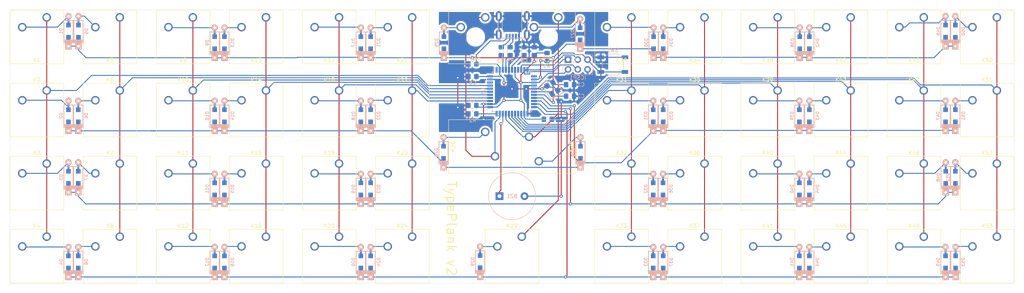
<source format=kicad_pcb>
(kicad_pcb (version 20190605) (host pcbnew "6.0.0-unknown-6bf1ac4~100~ubuntu18.04.1")

  (general
    (thickness 1.6)
    (drawings 5)
    (tracks 564)
    (modules 129)
    (nets 87)
  )

  (page "A4")
  (layers
    (0 "F.Cu" signal)
    (31 "B.Cu" signal)
    (32 "B.Adhes" user)
    (33 "F.Adhes" user)
    (34 "B.Paste" user)
    (35 "F.Paste" user)
    (36 "B.SilkS" user)
    (37 "F.SilkS" user)
    (38 "B.Mask" user)
    (39 "F.Mask" user)
    (40 "Dwgs.User" user hide)
    (41 "Cmts.User" user hide)
    (42 "Eco1.User" user hide)
    (43 "Eco2.User" user hide)
    (44 "Edge.Cuts" user)
    (45 "Margin" user hide)
    (46 "B.CrtYd" user)
    (47 "F.CrtYd" user)
    (48 "B.Fab" user hide)
    (49 "F.Fab" user hide)
  )

  (setup
    (last_trace_width 0.25)
    (trace_clearance 0.2)
    (zone_clearance 0.508)
    (zone_45_only no)
    (trace_min 0.2)
    (via_size 0.8)
    (via_drill 0.4)
    (via_min_size 0.4)
    (via_min_drill 0.3)
    (uvia_size 0.3)
    (uvia_drill 0.1)
    (uvias_allowed no)
    (uvia_min_size 0.2)
    (uvia_min_drill 0.1)
    (max_error 0.005)
    (defaults
      (edge_clearance 0.01)
      (edge_cuts_line_width 0.05)
      (courtyard_line_width 0.05)
      (copper_line_width 0.2)
      (copper_text_dims (size 1.5 1.5) (thickness 0.3) keep_upright)
      (silk_line_width 0.12)
      (silk_text_dims (size 1 1) (thickness 0.15) keep_upright)
      (other_layers_line_width 0.1)
      (other_layers_text_dims (size 1 1) (thickness 0.15) keep_upright)
    )
    (pad_size 4 4)
    (pad_drill 4)
    (pad_to_mask_clearance 0.051)
    (solder_mask_min_width 0.25)
    (aux_axis_origin 0 0)
    (visible_elements FFFFFF7F)
    (pcbplotparams
      (layerselection 0x010fc_ffffffff)
      (usegerberextensions false)
      (usegerberattributes false)
      (usegerberadvancedattributes false)
      (creategerberjobfile false)
      (excludeedgelayer true)
      (linewidth 0.100000)
      (plotframeref false)
      (viasonmask false)
      (mode 1)
      (useauxorigin false)
      (hpglpennumber 1)
      (hpglpenspeed 20)
      (hpglpendiameter 15.000000)
      (psnegative false)
      (psa4output false)
      (plotreference true)
      (plotvalue true)
      (plotinvisibletext false)
      (padsonsilk false)
      (subtractmaskfromsilk false)
      (outputformat 1)
      (mirror false)
      (drillshape 0)
      (scaleselection 1)
      (outputdirectory "gerber/"))
  )

  (net 0 "")
  (net 1 "Net-(C1-Pad1)")
  (net 2 "GND")
  (net 3 "Net-(C2-Pad1)")
  (net 4 "VCC")
  (net 5 "Net-(C8-Pad1)")
  (net 6 "Net-(D1-Pad2)")
  (net 7 "/row0")
  (net 8 "Net-(D2-Pad2)")
  (net 9 "/row1")
  (net 10 "Net-(D3-Pad2)")
  (net 11 "/row2")
  (net 12 "Net-(D4-Pad2)")
  (net 13 "/row3")
  (net 14 "Net-(D5-Pad2)")
  (net 15 "Net-(D6-Pad2)")
  (net 16 "Net-(D7-Pad2)")
  (net 17 "Net-(D8-Pad2)")
  (net 18 "Net-(D9-Pad2)")
  (net 19 "Net-(D10-Pad2)")
  (net 20 "Net-(D11-Pad2)")
  (net 21 "Net-(D12-Pad2)")
  (net 22 "Net-(D13-Pad2)")
  (net 23 "Net-(D14-Pad2)")
  (net 24 "Net-(D15-Pad2)")
  (net 25 "Net-(D16-Pad2)")
  (net 26 "Net-(D17-Pad2)")
  (net 27 "Net-(D18-Pad2)")
  (net 28 "Net-(D19-Pad2)")
  (net 29 "Net-(D20-Pad2)")
  (net 30 "Net-(D21-Pad2)")
  (net 31 "Net-(D22-Pad2)")
  (net 32 "Net-(D23-Pad2)")
  (net 33 "Net-(D24-Pad2)")
  (net 34 "Net-(D25-Pad2)")
  (net 35 "Net-(D26-Pad2)")
  (net 36 "Net-(D27-Pad2)")
  (net 37 "Net-(D28-Pad2)")
  (net 38 "Net-(D29-Pad2)")
  (net 39 "Net-(D30-Pad2)")
  (net 40 "Net-(D31-Pad2)")
  (net 41 "Net-(D32-Pad2)")
  (net 42 "Net-(D33-Pad2)")
  (net 43 "Net-(D34-Pad2)")
  (net 44 "Net-(D35-Pad2)")
  (net 45 "Net-(D36-Pad2)")
  (net 46 "Net-(D37-Pad2)")
  (net 47 "Net-(D38-Pad2)")
  (net 48 "Net-(D39-Pad2)")
  (net 49 "Net-(D40-Pad2)")
  (net 50 "Net-(D41-Pad2)")
  (net 51 "Net-(D42-Pad2)")
  (net 52 "Net-(D43-Pad2)")
  (net 53 "Net-(D44-Pad2)")
  (net 54 "Net-(D45-Pad2)")
  (net 55 "Net-(D46-Pad2)")
  (net 56 "Net-(D47-Pad2)")
  (net 57 "Net-(D48-Pad2)")
  (net 58 "Net-(D49-Pad2)")
  (net 59 "Net-(D50-Pad2)")
  (net 60 "Net-(D51-Pad2)")
  (net 61 "Net-(D52-Pad2)")
  (net 62 "Net-(D53-Pad2)")
  (net 63 "/col0")
  (net 64 "/col1")
  (net 65 "/col2")
  (net 66 "/col3")
  (net 67 "/col4")
  (net 68 "/col5")
  (net 69 "/col6")
  (net 70 "/col7")
  (net 71 "/col8")
  (net 72 "/col9")
  (net 73 "/col10")
  (net 74 "/col11")
  (net 75 "/col12")
  (net 76 "/col13")
  (net 77 "Net-(R2-Pad2)")
  (net 78 "Net-(R3-Pad1)")
  (net 79 "Net-(R4-Pad1)")
  (net 80 "/BZ")
  (net 81 "/RESET")
  (net 82 "/MOSI")
  (net 83 "/SCK")
  (net 84 "/MISO")
  (net 85 "Net-(J-Pad2)")
  (net 86 "Net-(J-Pad3)")

  (net_class "Default" "This is the default net class."
    (clearance 0.2)
    (trace_width 0.25)
    (via_dia 0.8)
    (via_drill 0.4)
    (uvia_dia 0.3)
    (uvia_drill 0.1)
    (add_net "/BZ")
    (add_net "/MISO")
    (add_net "/MOSI")
    (add_net "/RESET")
    (add_net "/SCK")
    (add_net "/col0")
    (add_net "/col1")
    (add_net "/col10")
    (add_net "/col11")
    (add_net "/col12")
    (add_net "/col13")
    (add_net "/col2")
    (add_net "/col3")
    (add_net "/col4")
    (add_net "/col5")
    (add_net "/col6")
    (add_net "/col7")
    (add_net "/col8")
    (add_net "/col9")
    (add_net "/row0")
    (add_net "/row1")
    (add_net "/row2")
    (add_net "/row3")
    (add_net "GND")
    (add_net "Net-(C1-Pad1)")
    (add_net "Net-(C2-Pad1)")
    (add_net "Net-(C8-Pad1)")
    (add_net "Net-(D1-Pad2)")
    (add_net "Net-(D10-Pad2)")
    (add_net "Net-(D11-Pad2)")
    (add_net "Net-(D12-Pad2)")
    (add_net "Net-(D13-Pad2)")
    (add_net "Net-(D14-Pad2)")
    (add_net "Net-(D15-Pad2)")
    (add_net "Net-(D16-Pad2)")
    (add_net "Net-(D17-Pad2)")
    (add_net "Net-(D18-Pad2)")
    (add_net "Net-(D19-Pad2)")
    (add_net "Net-(D2-Pad2)")
    (add_net "Net-(D20-Pad2)")
    (add_net "Net-(D21-Pad2)")
    (add_net "Net-(D22-Pad2)")
    (add_net "Net-(D23-Pad2)")
    (add_net "Net-(D24-Pad2)")
    (add_net "Net-(D25-Pad2)")
    (add_net "Net-(D26-Pad2)")
    (add_net "Net-(D27-Pad2)")
    (add_net "Net-(D28-Pad2)")
    (add_net "Net-(D29-Pad2)")
    (add_net "Net-(D3-Pad2)")
    (add_net "Net-(D30-Pad2)")
    (add_net "Net-(D31-Pad2)")
    (add_net "Net-(D32-Pad2)")
    (add_net "Net-(D33-Pad2)")
    (add_net "Net-(D34-Pad2)")
    (add_net "Net-(D35-Pad2)")
    (add_net "Net-(D36-Pad2)")
    (add_net "Net-(D37-Pad2)")
    (add_net "Net-(D38-Pad2)")
    (add_net "Net-(D39-Pad2)")
    (add_net "Net-(D4-Pad2)")
    (add_net "Net-(D40-Pad2)")
    (add_net "Net-(D41-Pad2)")
    (add_net "Net-(D42-Pad2)")
    (add_net "Net-(D43-Pad2)")
    (add_net "Net-(D44-Pad2)")
    (add_net "Net-(D45-Pad2)")
    (add_net "Net-(D46-Pad2)")
    (add_net "Net-(D47-Pad2)")
    (add_net "Net-(D48-Pad2)")
    (add_net "Net-(D49-Pad2)")
    (add_net "Net-(D5-Pad2)")
    (add_net "Net-(D50-Pad2)")
    (add_net "Net-(D51-Pad2)")
    (add_net "Net-(D52-Pad2)")
    (add_net "Net-(D53-Pad2)")
    (add_net "Net-(D6-Pad2)")
    (add_net "Net-(D7-Pad2)")
    (add_net "Net-(D8-Pad2)")
    (add_net "Net-(D9-Pad2)")
    (add_net "Net-(J-Pad2)")
    (add_net "Net-(J-Pad3)")
    (add_net "Net-(J-Pad4)")
    (add_net "Net-(R2-Pad2)")
    (add_net "Net-(R3-Pad1)")
    (add_net "Net-(R4-Pad1)")
    (add_net "Net-(U1-Pad1)")
    (add_net "Net-(U1-Pad12)")
    (add_net "Net-(U1-Pad42)")
    (add_net "Net-(U1-Pad8)")
    (add_net "VCC")
  )

  (module "Connector_PinHeader_2.54mm:PinHeader_2x03_P2.54mm_Vertical" (layer "B.Cu") (tedit 59FED5CC) (tstamp 5C1B30D2)
    (at 14.56 -22.6 270)
    (descr "Through hole straight pin header, 2x03, 2.54mm pitch, double rows")
    (tags "Through hole pin header THT 2x03 2.54mm double row")
    (path "/5C1C6DA2")
    (fp_text reference "ICSP1" (at 4.7 -2.54) (layer "B.SilkS")
      (effects (font (size 1 1) (thickness 0.15)) (justify mirror))
    )
    (fp_text value "Conn_02x03_Odd_Even" (at 0.635 -4.235 270) (layer "B.Fab")
      (effects (font (size 1 1) (thickness 0.15)) (justify mirror))
    )
    (fp_line (start 0 1.27) (end 3.81 1.27) (layer "B.Fab") (width 0.1))
    (fp_line (start 3.81 1.27) (end 3.81 -6.35) (layer "B.Fab") (width 0.1))
    (fp_line (start 3.81 -6.35) (end -1.27 -6.35) (layer "B.Fab") (width 0.1))
    (fp_line (start -1.27 -6.35) (end -1.27 0) (layer "B.Fab") (width 0.1))
    (fp_line (start -1.27 0) (end 0 1.27) (layer "B.Fab") (width 0.1))
    (fp_line (start -1.33 -6.41) (end 3.87 -6.41) (layer "B.SilkS") (width 0.12))
    (fp_line (start -1.33 -1.27) (end -1.33 -6.41) (layer "B.SilkS") (width 0.12))
    (fp_line (start 3.87 1.33) (end 3.87 -6.41) (layer "B.SilkS") (width 0.12))
    (fp_line (start -1.33 -1.27) (end 1.27 -1.27) (layer "B.SilkS") (width 0.12))
    (fp_line (start 1.27 -1.27) (end 1.27 1.33) (layer "B.SilkS") (width 0.12))
    (fp_line (start 1.27 1.33) (end 3.87 1.33) (layer "B.SilkS") (width 0.12))
    (fp_line (start -1.33 0) (end -1.33 1.33) (layer "B.SilkS") (width 0.12))
    (fp_line (start -1.33 1.33) (end 0 1.33) (layer "B.SilkS") (width 0.12))
    (fp_line (start -1.8 1.8) (end -1.8 -6.85) (layer "B.CrtYd") (width 0.05))
    (fp_line (start -1.8 -6.85) (end 4.35 -6.85) (layer "B.CrtYd") (width 0.05))
    (fp_line (start 4.35 -6.85) (end 4.35 1.8) (layer "B.CrtYd") (width 0.05))
    (fp_line (start 4.35 1.8) (end -1.8 1.8) (layer "B.CrtYd") (width 0.05))
    (fp_text user "%R" (at 0.635 -1.27 180) (layer "B.Fab")
      (effects (font (size 1 1) (thickness 0.15)) (justify mirror))
    )
    (pad "6" thru_hole oval (at 2.54 -5.08 270) (size 1.7 1.7) (drill 1) (layers *.Cu *.Mask)
      (net 2 "GND"))
    (pad "5" thru_hole oval (at 0 -5.08 270) (size 1.7 1.7) (drill 1) (layers *.Cu *.Mask)
      (net 81 "/RESET"))
    (pad "4" thru_hole oval (at 2.54 -2.54 270) (size 1.7 1.7) (drill 1) (layers *.Cu *.Mask)
      (net 82 "/MOSI"))
    (pad "3" thru_hole oval (at 0 -2.54 270) (size 1.7 1.7) (drill 1) (layers *.Cu *.Mask)
      (net 83 "/SCK"))
    (pad "2" thru_hole oval (at 2.54 0 270) (size 1.7 1.7) (drill 1) (layers *.Cu *.Mask)
      (net 4 "VCC"))
    (pad "1" thru_hole rect (at 0 0 270) (size 1.7 1.7) (drill 1) (layers *.Cu *.Mask)
      (net 84 "/MISO"))
    (model "${KISYS3DMOD}/Connector_PinHeader_2.54mm.3dshapes/PinHeader_2x03_P2.54mm_Vertical.wrl"
      (at (xyz 0 0 0))
      (scale (xyz 1 1 1))
      (rotate (xyz 0 0 0))
    )
  )

  (module "Button_Switch_Keyboard:SW_Cherry_MX1A_1.00u_Plate" (layer "F.Cu") (tedit 5A02FE24) (tstamp 5BD6D799)
    (at -120.96 -33.58)
    (descr "Cherry MX keyswitch, MX1A, 1.00u, plate mount, http://cherryamericas.com/wp-content/uploads/2014/12/mx_cat.pdf")
    (tags "cherry mx keyswitch MX1A 1.00u plate")
    (path "/5BE061CE")
    (fp_text reference "K1" (at -2.54 11.106) (layer "F.SilkS")
      (effects (font (size 1 1) (thickness 0.15)))
    )
    (fp_text value "KEYSW" (at -2.54 12.954) (layer "F.Fab")
      (effects (font (size 1 1) (thickness 0.15)))
    )
    (fp_text user "%R" (at -2.54 -2.794) (layer "F.Fab")
      (effects (font (size 1 1) (thickness 0.15)))
    )
    (fp_line (start -8.89 -1.27) (end 3.81 -1.27) (layer "F.Fab") (width 0.15))
    (fp_line (start 3.81 -1.27) (end 3.81 11.43) (layer "F.Fab") (width 0.15))
    (fp_line (start 3.81 11.43) (end -8.89 11.43) (layer "F.Fab") (width 0.15))
    (fp_line (start -8.89 11.43) (end -8.89 -1.27) (layer "F.Fab") (width 0.15))
    (fp_line (start -9.14 11.68) (end -9.14 -1.52) (layer "F.CrtYd") (width 0.05))
    (fp_line (start 4.06 11.68) (end -9.14 11.68) (layer "F.CrtYd") (width 0.05))
    (fp_line (start 4.06 -1.52) (end 4.06 11.68) (layer "F.CrtYd") (width 0.05))
    (fp_line (start -9.14 -1.52) (end 4.06 -1.52) (layer "F.CrtYd") (width 0.05))
    (fp_line (start -12.065 -4.445) (end 6.985 -4.445) (layer "Dwgs.User") (width 0.15))
    (fp_line (start 6.985 -4.445) (end 6.985 14.605) (layer "Dwgs.User") (width 0.15))
    (fp_line (start 6.985 14.605) (end -12.065 14.605) (layer "Dwgs.User") (width 0.15))
    (fp_line (start -12.065 14.605) (end -12.065 -4.445) (layer "Dwgs.User") (width 0.15))
    (fp_line (start -9.525 -1.905) (end 4.445 -1.905) (layer "F.SilkS") (width 0.12))
    (fp_line (start 4.445 -1.905) (end 4.445 12.065) (layer "F.SilkS") (width 0.12))
    (fp_line (start 4.445 12.065) (end -9.525 12.065) (layer "F.SilkS") (width 0.12))
    (fp_line (start -9.525 12.065) (end -9.525 -1.905) (layer "F.SilkS") (width 0.12))
    (pad "" np_thru_hole circle (at -2.54 5.08) (size 4 4) (drill 4) (layers *.Cu *.Mask))
    (pad "2" thru_hole circle (at -6.35 2.54) (size 2.2 2.2) (drill 1.5) (layers *.Cu *.Mask)
      (net 6 "Net-(D1-Pad2)"))
    (pad "1" thru_hole circle (at 0 0) (size 2.2 2.2) (drill 1.5) (layers *.Cu *.Mask)
      (net 63 "/col0"))
    (model "${KISYS3DMOD}/Button_Switch_Keyboard.3dshapes/SW_Cherry_MX1A_1.00u_Plate.wrl"
      (at (xyz 0 0 0))
      (scale (xyz 1 1 1))
      (rotate (xyz 0 0 0))
    )
  )

  (module "Button_Switch_Keyboard:SW_Cherry_MX1A_1.00u_Plate" (layer "F.Cu") (tedit 5A02FE24) (tstamp 5BD7059F)
    (at -120.96 -14.58)
    (descr "Cherry MX keyswitch, MX1A, 1.00u, plate mount, http://cherryamericas.com/wp-content/uploads/2014/12/mx_cat.pdf")
    (tags "cherry mx keyswitch MX1A 1.00u plate")
    (path "/5BE42798")
    (fp_text reference "K2" (at -2.54 -2.794) (layer "F.SilkS")
      (effects (font (size 1 1) (thickness 0.15)))
    )
    (fp_text value "KEYSW" (at -2.54 12.954) (layer "F.Fab")
      (effects (font (size 1 1) (thickness 0.15)))
    )
    (fp_text user "%R" (at -2.54 -2.794) (layer "F.Fab")
      (effects (font (size 1 1) (thickness 0.15)))
    )
    (fp_line (start -8.89 -1.27) (end 3.81 -1.27) (layer "F.Fab") (width 0.15))
    (fp_line (start 3.81 -1.27) (end 3.81 11.43) (layer "F.Fab") (width 0.15))
    (fp_line (start 3.81 11.43) (end -8.89 11.43) (layer "F.Fab") (width 0.15))
    (fp_line (start -8.89 11.43) (end -8.89 -1.27) (layer "F.Fab") (width 0.15))
    (fp_line (start -9.14 11.68) (end -9.14 -1.52) (layer "F.CrtYd") (width 0.05))
    (fp_line (start 4.06 11.68) (end -9.14 11.68) (layer "F.CrtYd") (width 0.05))
    (fp_line (start 4.06 -1.52) (end 4.06 11.68) (layer "F.CrtYd") (width 0.05))
    (fp_line (start -9.14 -1.52) (end 4.06 -1.52) (layer "F.CrtYd") (width 0.05))
    (fp_line (start -12.065 -4.445) (end 6.985 -4.445) (layer "Dwgs.User") (width 0.15))
    (fp_line (start 6.985 -4.445) (end 6.985 14.605) (layer "Dwgs.User") (width 0.15))
    (fp_line (start 6.985 14.605) (end -12.065 14.605) (layer "Dwgs.User") (width 0.15))
    (fp_line (start -12.065 14.605) (end -12.065 -4.445) (layer "Dwgs.User") (width 0.15))
    (fp_line (start -9.525 -1.905) (end 4.445 -1.905) (layer "F.SilkS") (width 0.12))
    (fp_line (start 4.445 -1.905) (end 4.445 12.065) (layer "F.SilkS") (width 0.12))
    (fp_line (start 4.445 12.065) (end -9.525 12.065) (layer "F.SilkS") (width 0.12))
    (fp_line (start -9.525 12.065) (end -9.525 -1.905) (layer "F.SilkS") (width 0.12))
    (pad "" np_thru_hole circle (at -2.54 5.08) (size 4 4) (drill 4) (layers *.Cu *.Mask))
    (pad "2" thru_hole circle (at -6.35 2.54) (size 2.2 2.2) (drill 1.5) (layers *.Cu *.Mask)
      (net 8 "Net-(D2-Pad2)"))
    (pad "1" thru_hole circle (at 0 0) (size 2.2 2.2) (drill 1.5) (layers *.Cu *.Mask)
      (net 63 "/col0"))
    (model "${KISYS3DMOD}/Button_Switch_Keyboard.3dshapes/SW_Cherry_MX1A_1.00u_Plate.wrl"
      (at (xyz 0 0 0))
      (scale (xyz 1 1 1))
      (rotate (xyz 0 0 0))
    )
  )

  (module "Button_Switch_Keyboard:SW_Cherry_MX1A_1.00u_Plate" (layer "F.Cu") (tedit 5A02FE24) (tstamp 5BD6DB3B)
    (at -120.96 4.42)
    (descr "Cherry MX keyswitch, MX1A, 1.00u, plate mount, http://cherryamericas.com/wp-content/uploads/2014/12/mx_cat.pdf")
    (tags "cherry mx keyswitch MX1A 1.00u plate")
    (path "/5BE451B9")
    (fp_text reference "K3" (at -2.54 -2.794) (layer "F.SilkS")
      (effects (font (size 1 1) (thickness 0.15)))
    )
    (fp_text value "KEYSW" (at -2.54 12.954) (layer "F.Fab")
      (effects (font (size 1 1) (thickness 0.15)))
    )
    (fp_text user "%R" (at -2.54 -2.794) (layer "F.Fab")
      (effects (font (size 1 1) (thickness 0.15)))
    )
    (fp_line (start -8.89 -1.27) (end 3.81 -1.27) (layer "F.Fab") (width 0.15))
    (fp_line (start 3.81 -1.27) (end 3.81 11.43) (layer "F.Fab") (width 0.15))
    (fp_line (start 3.81 11.43) (end -8.89 11.43) (layer "F.Fab") (width 0.15))
    (fp_line (start -8.89 11.43) (end -8.89 -1.27) (layer "F.Fab") (width 0.15))
    (fp_line (start -9.14 11.68) (end -9.14 -1.52) (layer "F.CrtYd") (width 0.05))
    (fp_line (start 4.06 11.68) (end -9.14 11.68) (layer "F.CrtYd") (width 0.05))
    (fp_line (start 4.06 -1.52) (end 4.06 11.68) (layer "F.CrtYd") (width 0.05))
    (fp_line (start -9.14 -1.52) (end 4.06 -1.52) (layer "F.CrtYd") (width 0.05))
    (fp_line (start -12.065 -4.445) (end 6.985 -4.445) (layer "Dwgs.User") (width 0.15))
    (fp_line (start 6.985 -4.445) (end 6.985 14.605) (layer "Dwgs.User") (width 0.15))
    (fp_line (start 6.985 14.605) (end -12.065 14.605) (layer "Dwgs.User") (width 0.15))
    (fp_line (start -12.065 14.605) (end -12.065 -4.445) (layer "Dwgs.User") (width 0.15))
    (fp_line (start -9.525 -1.905) (end 4.445 -1.905) (layer "F.SilkS") (width 0.12))
    (fp_line (start 4.445 -1.905) (end 4.445 12.065) (layer "F.SilkS") (width 0.12))
    (fp_line (start 4.445 12.065) (end -9.525 12.065) (layer "F.SilkS") (width 0.12))
    (fp_line (start -9.525 12.065) (end -9.525 -1.905) (layer "F.SilkS") (width 0.12))
    (pad "" np_thru_hole circle (at -2.54 5.08) (size 4 4) (drill 4) (layers *.Cu *.Mask))
    (pad "2" thru_hole circle (at -6.35 2.54) (size 2.2 2.2) (drill 1.5) (layers *.Cu *.Mask)
      (net 10 "Net-(D3-Pad2)"))
    (pad "1" thru_hole circle (at 0 0) (size 2.2 2.2) (drill 1.5) (layers *.Cu *.Mask)
      (net 63 "/col0"))
    (model "${KISYS3DMOD}/Button_Switch_Keyboard.3dshapes/SW_Cherry_MX1A_1.00u_Plate.wrl"
      (at (xyz 0 0 0))
      (scale (xyz 1 1 1))
      (rotate (xyz 0 0 0))
    )
  )

  (module "Button_Switch_Keyboard:SW_Cherry_MX1A_1.00u_Plate" (layer "F.Cu") (tedit 5A02FE24) (tstamp 5BD6DAF6)
    (at -120.96 23.42)
    (descr "Cherry MX keyswitch, MX1A, 1.00u, plate mount, http://cherryamericas.com/wp-content/uploads/2014/12/mx_cat.pdf")
    (tags "cherry mx keyswitch MX1A 1.00u plate")
    (path "/5BE451CA")
    (fp_text reference "K4" (at -2.54 -2.794) (layer "F.SilkS")
      (effects (font (size 1 1) (thickness 0.15)))
    )
    (fp_text value "KEYSW" (at -2.54 12.954) (layer "F.Fab")
      (effects (font (size 1 1) (thickness 0.15)))
    )
    (fp_text user "%R" (at -2.54 -2.794) (layer "F.Fab")
      (effects (font (size 1 1) (thickness 0.15)))
    )
    (fp_line (start -8.89 -1.27) (end 3.81 -1.27) (layer "F.Fab") (width 0.15))
    (fp_line (start 3.81 -1.27) (end 3.81 11.43) (layer "F.Fab") (width 0.15))
    (fp_line (start 3.81 11.43) (end -8.89 11.43) (layer "F.Fab") (width 0.15))
    (fp_line (start -8.89 11.43) (end -8.89 -1.27) (layer "F.Fab") (width 0.15))
    (fp_line (start -9.14 11.68) (end -9.14 -1.52) (layer "F.CrtYd") (width 0.05))
    (fp_line (start 4.06 11.68) (end -9.14 11.68) (layer "F.CrtYd") (width 0.05))
    (fp_line (start 4.06 -1.52) (end 4.06 11.68) (layer "F.CrtYd") (width 0.05))
    (fp_line (start -9.14 -1.52) (end 4.06 -1.52) (layer "F.CrtYd") (width 0.05))
    (fp_line (start -12.065 -4.445) (end 6.985 -4.445) (layer "Dwgs.User") (width 0.15))
    (fp_line (start 6.985 -4.445) (end 6.985 14.605) (layer "Dwgs.User") (width 0.15))
    (fp_line (start 6.985 14.605) (end -12.065 14.605) (layer "Dwgs.User") (width 0.15))
    (fp_line (start -12.065 14.605) (end -12.065 -4.445) (layer "Dwgs.User") (width 0.15))
    (fp_line (start -9.525 -1.905) (end 4.445 -1.905) (layer "F.SilkS") (width 0.12))
    (fp_line (start 4.445 -1.905) (end 4.445 12.065) (layer "F.SilkS") (width 0.12))
    (fp_line (start 4.445 12.065) (end -9.525 12.065) (layer "F.SilkS") (width 0.12))
    (fp_line (start -9.525 12.065) (end -9.525 -1.905) (layer "F.SilkS") (width 0.12))
    (pad "" np_thru_hole circle (at -2.54 5.08) (size 4 4) (drill 4) (layers *.Cu *.Mask))
    (pad "2" thru_hole circle (at -6.35 2.54) (size 2.2 2.2) (drill 1.5) (layers *.Cu *.Mask)
      (net 12 "Net-(D4-Pad2)"))
    (pad "1" thru_hole circle (at 0 0) (size 2.2 2.2) (drill 1.5) (layers *.Cu *.Mask)
      (net 63 "/col0"))
    (model "${KISYS3DMOD}/Button_Switch_Keyboard.3dshapes/SW_Cherry_MX1A_1.00u_Plate.wrl"
      (at (xyz 0 0 0))
      (scale (xyz 1 1 1))
      (rotate (xyz 0 0 0))
    )
  )

  (module "Button_Switch_Keyboard:SW_Cherry_MX1A_1.00u_Plate" (layer "F.Cu") (tedit 5A02FE24) (tstamp 5BD70D02)
    (at -101.96 -33.58)
    (descr "Cherry MX keyswitch, MX1A, 1.00u, plate mount, http://cherryamericas.com/wp-content/uploads/2014/12/mx_cat.pdf")
    (tags "cherry mx keyswitch MX1A 1.00u plate")
    (path "/5BE4BFF9")
    (fp_text reference "K5" (at -2.54 11.106) (layer "F.SilkS")
      (effects (font (size 1 1) (thickness 0.15)))
    )
    (fp_text value "KEYSW" (at -2.54 12.954) (layer "F.Fab")
      (effects (font (size 1 1) (thickness 0.15)))
    )
    (fp_text user "%R" (at -2.54 -2.794) (layer "F.Fab")
      (effects (font (size 1 1) (thickness 0.15)))
    )
    (fp_line (start -8.89 -1.27) (end 3.81 -1.27) (layer "F.Fab") (width 0.15))
    (fp_line (start 3.81 -1.27) (end 3.81 11.43) (layer "F.Fab") (width 0.15))
    (fp_line (start 3.81 11.43) (end -8.89 11.43) (layer "F.Fab") (width 0.15))
    (fp_line (start -8.89 11.43) (end -8.89 -1.27) (layer "F.Fab") (width 0.15))
    (fp_line (start -9.14 11.68) (end -9.14 -1.52) (layer "F.CrtYd") (width 0.05))
    (fp_line (start 4.06 11.68) (end -9.14 11.68) (layer "F.CrtYd") (width 0.05))
    (fp_line (start 4.06 -1.52) (end 4.06 11.68) (layer "F.CrtYd") (width 0.05))
    (fp_line (start -9.14 -1.52) (end 4.06 -1.52) (layer "F.CrtYd") (width 0.05))
    (fp_line (start -12.065 -4.445) (end 6.985 -4.445) (layer "Dwgs.User") (width 0.15))
    (fp_line (start 6.985 -4.445) (end 6.985 14.605) (layer "Dwgs.User") (width 0.15))
    (fp_line (start 6.985 14.605) (end -12.065 14.605) (layer "Dwgs.User") (width 0.15))
    (fp_line (start -12.065 14.605) (end -12.065 -4.445) (layer "Dwgs.User") (width 0.15))
    (fp_line (start -9.525 -1.905) (end 4.445 -1.905) (layer "F.SilkS") (width 0.12))
    (fp_line (start 4.445 -1.905) (end 4.445 12.065) (layer "F.SilkS") (width 0.12))
    (fp_line (start 4.445 12.065) (end -9.525 12.065) (layer "F.SilkS") (width 0.12))
    (fp_line (start -9.525 12.065) (end -9.525 -1.905) (layer "F.SilkS") (width 0.12))
    (pad "" np_thru_hole circle (at -2.54 5.08) (size 4 4) (drill 4) (layers *.Cu *.Mask))
    (pad "2" thru_hole circle (at -6.35 2.54) (size 2.2 2.2) (drill 1.5) (layers *.Cu *.Mask)
      (net 14 "Net-(D5-Pad2)"))
    (pad "1" thru_hole circle (at 0 0) (size 2.2 2.2) (drill 1.5) (layers *.Cu *.Mask)
      (net 64 "/col1"))
    (model "${KISYS3DMOD}/Button_Switch_Keyboard.3dshapes/SW_Cherry_MX1A_1.00u_Plate.wrl"
      (at (xyz 0 0 0))
      (scale (xyz 1 1 1))
      (rotate (xyz 0 0 0))
    )
  )

  (module "Button_Switch_Keyboard:SW_Cherry_MX1A_1.00u_Plate" (layer "F.Cu") (tedit 5A02FE24) (tstamp 5BD71253)
    (at -101.96 -14.58)
    (descr "Cherry MX keyswitch, MX1A, 1.00u, plate mount, http://cherryamericas.com/wp-content/uploads/2014/12/mx_cat.pdf")
    (tags "cherry mx keyswitch MX1A 1.00u plate")
    (path "/5BE4C00A")
    (fp_text reference "K6" (at -2.54 -2.794) (layer "F.SilkS")
      (effects (font (size 1 1) (thickness 0.15)))
    )
    (fp_text value "KEYSW" (at -2.54 12.954) (layer "F.Fab")
      (effects (font (size 1 1) (thickness 0.15)))
    )
    (fp_text user "%R" (at -2.54 -2.794) (layer "F.Fab")
      (effects (font (size 1 1) (thickness 0.15)))
    )
    (fp_line (start -8.89 -1.27) (end 3.81 -1.27) (layer "F.Fab") (width 0.15))
    (fp_line (start 3.81 -1.27) (end 3.81 11.43) (layer "F.Fab") (width 0.15))
    (fp_line (start 3.81 11.43) (end -8.89 11.43) (layer "F.Fab") (width 0.15))
    (fp_line (start -8.89 11.43) (end -8.89 -1.27) (layer "F.Fab") (width 0.15))
    (fp_line (start -9.14 11.68) (end -9.14 -1.52) (layer "F.CrtYd") (width 0.05))
    (fp_line (start 4.06 11.68) (end -9.14 11.68) (layer "F.CrtYd") (width 0.05))
    (fp_line (start 4.06 -1.52) (end 4.06 11.68) (layer "F.CrtYd") (width 0.05))
    (fp_line (start -9.14 -1.52) (end 4.06 -1.52) (layer "F.CrtYd") (width 0.05))
    (fp_line (start -12.065 -4.445) (end 6.985 -4.445) (layer "Dwgs.User") (width 0.15))
    (fp_line (start 6.985 -4.445) (end 6.985 14.605) (layer "Dwgs.User") (width 0.15))
    (fp_line (start 6.985 14.605) (end -12.065 14.605) (layer "Dwgs.User") (width 0.15))
    (fp_line (start -12.065 14.605) (end -12.065 -4.445) (layer "Dwgs.User") (width 0.15))
    (fp_line (start -9.525 -1.905) (end 4.445 -1.905) (layer "F.SilkS") (width 0.12))
    (fp_line (start 4.445 -1.905) (end 4.445 12.065) (layer "F.SilkS") (width 0.12))
    (fp_line (start 4.445 12.065) (end -9.525 12.065) (layer "F.SilkS") (width 0.12))
    (fp_line (start -9.525 12.065) (end -9.525 -1.905) (layer "F.SilkS") (width 0.12))
    (pad "" np_thru_hole circle (at -2.54 5.08) (size 4 4) (drill 4) (layers *.Cu *.Mask))
    (pad "2" thru_hole circle (at -6.35 2.54) (size 2.2 2.2) (drill 1.5) (layers *.Cu *.Mask)
      (net 15 "Net-(D6-Pad2)"))
    (pad "1" thru_hole circle (at 0 0) (size 2.2 2.2) (drill 1.5) (layers *.Cu *.Mask)
      (net 64 "/col1"))
    (model "${KISYS3DMOD}/Button_Switch_Keyboard.3dshapes/SW_Cherry_MX1A_1.00u_Plate.wrl"
      (at (xyz 0 0 0))
      (scale (xyz 1 1 1))
      (rotate (xyz 0 0 0))
    )
  )

  (module "Button_Switch_Keyboard:SW_Cherry_MX1A_1.00u_Plate" (layer "F.Cu") (tedit 5A02FE24) (tstamp 5BD6D8E9)
    (at -101.96 4.42)
    (descr "Cherry MX keyswitch, MX1A, 1.00u, plate mount, http://cherryamericas.com/wp-content/uploads/2014/12/mx_cat.pdf")
    (tags "cherry mx keyswitch MX1A 1.00u plate")
    (path "/5BE4C01B")
    (fp_text reference "K7" (at -2.54 -2.794) (layer "F.SilkS")
      (effects (font (size 1 1) (thickness 0.15)))
    )
    (fp_text value "KEYSW" (at -2.54 12.954) (layer "F.Fab")
      (effects (font (size 1 1) (thickness 0.15)))
    )
    (fp_text user "%R" (at -2.54 -2.794) (layer "F.Fab")
      (effects (font (size 1 1) (thickness 0.15)))
    )
    (fp_line (start -8.89 -1.27) (end 3.81 -1.27) (layer "F.Fab") (width 0.15))
    (fp_line (start 3.81 -1.27) (end 3.81 11.43) (layer "F.Fab") (width 0.15))
    (fp_line (start 3.81 11.43) (end -8.89 11.43) (layer "F.Fab") (width 0.15))
    (fp_line (start -8.89 11.43) (end -8.89 -1.27) (layer "F.Fab") (width 0.15))
    (fp_line (start -9.14 11.68) (end -9.14 -1.52) (layer "F.CrtYd") (width 0.05))
    (fp_line (start 4.06 11.68) (end -9.14 11.68) (layer "F.CrtYd") (width 0.05))
    (fp_line (start 4.06 -1.52) (end 4.06 11.68) (layer "F.CrtYd") (width 0.05))
    (fp_line (start -9.14 -1.52) (end 4.06 -1.52) (layer "F.CrtYd") (width 0.05))
    (fp_line (start -12.065 -4.445) (end 6.985 -4.445) (layer "Dwgs.User") (width 0.15))
    (fp_line (start 6.985 -4.445) (end 6.985 14.605) (layer "Dwgs.User") (width 0.15))
    (fp_line (start 6.985 14.605) (end -12.065 14.605) (layer "Dwgs.User") (width 0.15))
    (fp_line (start -12.065 14.605) (end -12.065 -4.445) (layer "Dwgs.User") (width 0.15))
    (fp_line (start -9.525 -1.905) (end 4.445 -1.905) (layer "F.SilkS") (width 0.12))
    (fp_line (start 4.445 -1.905) (end 4.445 12.065) (layer "F.SilkS") (width 0.12))
    (fp_line (start 4.445 12.065) (end -9.525 12.065) (layer "F.SilkS") (width 0.12))
    (fp_line (start -9.525 12.065) (end -9.525 -1.905) (layer "F.SilkS") (width 0.12))
    (pad "" np_thru_hole circle (at -2.54 5.08) (size 4 4) (drill 4) (layers *.Cu *.Mask))
    (pad "2" thru_hole circle (at -6.35 2.54) (size 2.2 2.2) (drill 1.5) (layers *.Cu *.Mask)
      (net 16 "Net-(D7-Pad2)"))
    (pad "1" thru_hole circle (at 0 0) (size 2.2 2.2) (drill 1.5) (layers *.Cu *.Mask)
      (net 64 "/col1"))
    (model "${KISYS3DMOD}/Button_Switch_Keyboard.3dshapes/SW_Cherry_MX1A_1.00u_Plate.wrl"
      (at (xyz 0 0 0))
      (scale (xyz 1 1 1))
      (rotate (xyz 0 0 0))
    )
  )

  (module "Button_Switch_Keyboard:SW_Cherry_MX1A_1.00u_Plate" (layer "F.Cu") (tedit 5A02FE24) (tstamp 5BD6D8A4)
    (at -101.96 23.42)
    (descr "Cherry MX keyswitch, MX1A, 1.00u, plate mount, http://cherryamericas.com/wp-content/uploads/2014/12/mx_cat.pdf")
    (tags "cherry mx keyswitch MX1A 1.00u plate")
    (path "/5BE4C02C")
    (fp_text reference "K8" (at -2.54 -2.794) (layer "F.SilkS")
      (effects (font (size 1 1) (thickness 0.15)))
    )
    (fp_text value "KEYSW" (at -2.54 12.954) (layer "F.Fab")
      (effects (font (size 1 1) (thickness 0.15)))
    )
    (fp_text user "%R" (at -2.54 -2.794) (layer "F.Fab")
      (effects (font (size 1 1) (thickness 0.15)))
    )
    (fp_line (start -8.89 -1.27) (end 3.81 -1.27) (layer "F.Fab") (width 0.15))
    (fp_line (start 3.81 -1.27) (end 3.81 11.43) (layer "F.Fab") (width 0.15))
    (fp_line (start 3.81 11.43) (end -8.89 11.43) (layer "F.Fab") (width 0.15))
    (fp_line (start -8.89 11.43) (end -8.89 -1.27) (layer "F.Fab") (width 0.15))
    (fp_line (start -9.14 11.68) (end -9.14 -1.52) (layer "F.CrtYd") (width 0.05))
    (fp_line (start 4.06 11.68) (end -9.14 11.68) (layer "F.CrtYd") (width 0.05))
    (fp_line (start 4.06 -1.52) (end 4.06 11.68) (layer "F.CrtYd") (width 0.05))
    (fp_line (start -9.14 -1.52) (end 4.06 -1.52) (layer "F.CrtYd") (width 0.05))
    (fp_line (start -12.065 -4.445) (end 6.985 -4.445) (layer "Dwgs.User") (width 0.15))
    (fp_line (start 6.985 -4.445) (end 6.985 14.605) (layer "Dwgs.User") (width 0.15))
    (fp_line (start 6.985 14.605) (end -12.065 14.605) (layer "Dwgs.User") (width 0.15))
    (fp_line (start -12.065 14.605) (end -12.065 -4.445) (layer "Dwgs.User") (width 0.15))
    (fp_line (start -9.525 -1.905) (end 4.445 -1.905) (layer "F.SilkS") (width 0.12))
    (fp_line (start 4.445 -1.905) (end 4.445 12.065) (layer "F.SilkS") (width 0.12))
    (fp_line (start 4.445 12.065) (end -9.525 12.065) (layer "F.SilkS") (width 0.12))
    (fp_line (start -9.525 12.065) (end -9.525 -1.905) (layer "F.SilkS") (width 0.12))
    (pad "" np_thru_hole circle (at -2.54 5.08) (size 4 4) (drill 4) (layers *.Cu *.Mask))
    (pad "2" thru_hole circle (at -6.35 2.54) (size 2.2 2.2) (drill 1.5) (layers *.Cu *.Mask)
      (net 17 "Net-(D8-Pad2)"))
    (pad "1" thru_hole circle (at 0 0) (size 2.2 2.2) (drill 1.5) (layers *.Cu *.Mask)
      (net 64 "/col1"))
    (model "${KISYS3DMOD}/Button_Switch_Keyboard.3dshapes/SW_Cherry_MX1A_1.00u_Plate.wrl"
      (at (xyz 0 0 0))
      (scale (xyz 1 1 1))
      (rotate (xyz 0 0 0))
    )
  )

  (module "Button_Switch_Keyboard:SW_Cherry_MX1A_1.00u_Plate" (layer "F.Cu") (tedit 5A02FE24) (tstamp 5BD6D85F)
    (at -82.96 -33.58)
    (descr "Cherry MX keyswitch, MX1A, 1.00u, plate mount, http://cherryamericas.com/wp-content/uploads/2014/12/mx_cat.pdf")
    (tags "cherry mx keyswitch MX1A 1.00u plate")
    (path "/5BE57C60")
    (fp_text reference "K9" (at -2.54 11.106) (layer "F.SilkS")
      (effects (font (size 1 1) (thickness 0.15)))
    )
    (fp_text value "KEYSW" (at -2.54 12.954) (layer "F.Fab")
      (effects (font (size 1 1) (thickness 0.15)))
    )
    (fp_text user "%R" (at -2.54 -2.794) (layer "F.Fab")
      (effects (font (size 1 1) (thickness 0.15)))
    )
    (fp_line (start -8.89 -1.27) (end 3.81 -1.27) (layer "F.Fab") (width 0.15))
    (fp_line (start 3.81 -1.27) (end 3.81 11.43) (layer "F.Fab") (width 0.15))
    (fp_line (start 3.81 11.43) (end -8.89 11.43) (layer "F.Fab") (width 0.15))
    (fp_line (start -8.89 11.43) (end -8.89 -1.27) (layer "F.Fab") (width 0.15))
    (fp_line (start -9.14 11.68) (end -9.14 -1.52) (layer "F.CrtYd") (width 0.05))
    (fp_line (start 4.06 11.68) (end -9.14 11.68) (layer "F.CrtYd") (width 0.05))
    (fp_line (start 4.06 -1.52) (end 4.06 11.68) (layer "F.CrtYd") (width 0.05))
    (fp_line (start -9.14 -1.52) (end 4.06 -1.52) (layer "F.CrtYd") (width 0.05))
    (fp_line (start -12.065 -4.445) (end 6.985 -4.445) (layer "Dwgs.User") (width 0.15))
    (fp_line (start 6.985 -4.445) (end 6.985 14.605) (layer "Dwgs.User") (width 0.15))
    (fp_line (start 6.985 14.605) (end -12.065 14.605) (layer "Dwgs.User") (width 0.15))
    (fp_line (start -12.065 14.605) (end -12.065 -4.445) (layer "Dwgs.User") (width 0.15))
    (fp_line (start -9.525 -1.905) (end 4.445 -1.905) (layer "F.SilkS") (width 0.12))
    (fp_line (start 4.445 -1.905) (end 4.445 12.065) (layer "F.SilkS") (width 0.12))
    (fp_line (start 4.445 12.065) (end -9.525 12.065) (layer "F.SilkS") (width 0.12))
    (fp_line (start -9.525 12.065) (end -9.525 -1.905) (layer "F.SilkS") (width 0.12))
    (pad "" np_thru_hole circle (at -2.54 5.08) (size 4 4) (drill 4) (layers *.Cu *.Mask))
    (pad "2" thru_hole circle (at -6.35 2.54) (size 2.2 2.2) (drill 1.5) (layers *.Cu *.Mask)
      (net 18 "Net-(D9-Pad2)"))
    (pad "1" thru_hole circle (at 0 0) (size 2.2 2.2) (drill 1.5) (layers *.Cu *.Mask)
      (net 65 "/col2"))
    (model "${KISYS3DMOD}/Button_Switch_Keyboard.3dshapes/SW_Cherry_MX1A_1.00u_Plate.wrl"
      (at (xyz 0 0 0))
      (scale (xyz 1 1 1))
      (rotate (xyz 0 0 0))
    )
  )

  (module "Button_Switch_Keyboard:SW_Cherry_MX1A_1.00u_Plate" (layer "F.Cu") (tedit 5A02FE24) (tstamp 5BD6D81A)
    (at -82.96 -14.58)
    (descr "Cherry MX keyswitch, MX1A, 1.00u, plate mount, http://cherryamericas.com/wp-content/uploads/2014/12/mx_cat.pdf")
    (tags "cherry mx keyswitch MX1A 1.00u plate")
    (path "/5BE57C71")
    (fp_text reference "K10" (at -2.54 -2.794) (layer "F.SilkS")
      (effects (font (size 1 1) (thickness 0.15)))
    )
    (fp_text value "KEYSW" (at -2.54 12.954) (layer "F.Fab")
      (effects (font (size 1 1) (thickness 0.15)))
    )
    (fp_text user "%R" (at -2.54 -2.794) (layer "F.Fab")
      (effects (font (size 1 1) (thickness 0.15)))
    )
    (fp_line (start -8.89 -1.27) (end 3.81 -1.27) (layer "F.Fab") (width 0.15))
    (fp_line (start 3.81 -1.27) (end 3.81 11.43) (layer "F.Fab") (width 0.15))
    (fp_line (start 3.81 11.43) (end -8.89 11.43) (layer "F.Fab") (width 0.15))
    (fp_line (start -8.89 11.43) (end -8.89 -1.27) (layer "F.Fab") (width 0.15))
    (fp_line (start -9.14 11.68) (end -9.14 -1.52) (layer "F.CrtYd") (width 0.05))
    (fp_line (start 4.06 11.68) (end -9.14 11.68) (layer "F.CrtYd") (width 0.05))
    (fp_line (start 4.06 -1.52) (end 4.06 11.68) (layer "F.CrtYd") (width 0.05))
    (fp_line (start -9.14 -1.52) (end 4.06 -1.52) (layer "F.CrtYd") (width 0.05))
    (fp_line (start -12.065 -4.445) (end 6.985 -4.445) (layer "Dwgs.User") (width 0.15))
    (fp_line (start 6.985 -4.445) (end 6.985 14.605) (layer "Dwgs.User") (width 0.15))
    (fp_line (start 6.985 14.605) (end -12.065 14.605) (layer "Dwgs.User") (width 0.15))
    (fp_line (start -12.065 14.605) (end -12.065 -4.445) (layer "Dwgs.User") (width 0.15))
    (fp_line (start -9.525 -1.905) (end 4.445 -1.905) (layer "F.SilkS") (width 0.12))
    (fp_line (start 4.445 -1.905) (end 4.445 12.065) (layer "F.SilkS") (width 0.12))
    (fp_line (start 4.445 12.065) (end -9.525 12.065) (layer "F.SilkS") (width 0.12))
    (fp_line (start -9.525 12.065) (end -9.525 -1.905) (layer "F.SilkS") (width 0.12))
    (pad "" np_thru_hole circle (at -2.54 5.08) (size 4 4) (drill 4) (layers *.Cu *.Mask))
    (pad "2" thru_hole circle (at -6.35 2.54) (size 2.2 2.2) (drill 1.5) (layers *.Cu *.Mask)
      (net 19 "Net-(D10-Pad2)"))
    (pad "1" thru_hole circle (at 0 0) (size 2.2 2.2) (drill 1.5) (layers *.Cu *.Mask)
      (net 65 "/col2"))
    (model "${KISYS3DMOD}/Button_Switch_Keyboard.3dshapes/SW_Cherry_MX1A_1.00u_Plate.wrl"
      (at (xyz 0 0 0))
      (scale (xyz 1 1 1))
      (rotate (xyz 0 0 0))
    )
  )

  (module "Button_Switch_Keyboard:SW_Cherry_MX1A_1.00u_Plate" (layer "F.Cu") (tedit 5A02FE24) (tstamp 5BD6CFB6)
    (at -82.96 4.42)
    (descr "Cherry MX keyswitch, MX1A, 1.00u, plate mount, http://cherryamericas.com/wp-content/uploads/2014/12/mx_cat.pdf")
    (tags "cherry mx keyswitch MX1A 1.00u plate")
    (path "/5BE57C82")
    (fp_text reference "K11" (at -2.54 -2.794) (layer "F.SilkS")
      (effects (font (size 1 1) (thickness 0.15)))
    )
    (fp_text value "KEYSW" (at -2.54 12.954) (layer "F.Fab")
      (effects (font (size 1 1) (thickness 0.15)))
    )
    (fp_text user "%R" (at -2.54 -2.794) (layer "F.Fab")
      (effects (font (size 1 1) (thickness 0.15)))
    )
    (fp_line (start -8.89 -1.27) (end 3.81 -1.27) (layer "F.Fab") (width 0.15))
    (fp_line (start 3.81 -1.27) (end 3.81 11.43) (layer "F.Fab") (width 0.15))
    (fp_line (start 3.81 11.43) (end -8.89 11.43) (layer "F.Fab") (width 0.15))
    (fp_line (start -8.89 11.43) (end -8.89 -1.27) (layer "F.Fab") (width 0.15))
    (fp_line (start -9.14 11.68) (end -9.14 -1.52) (layer "F.CrtYd") (width 0.05))
    (fp_line (start 4.06 11.68) (end -9.14 11.68) (layer "F.CrtYd") (width 0.05))
    (fp_line (start 4.06 -1.52) (end 4.06 11.68) (layer "F.CrtYd") (width 0.05))
    (fp_line (start -9.14 -1.52) (end 4.06 -1.52) (layer "F.CrtYd") (width 0.05))
    (fp_line (start -12.065 -4.445) (end 6.985 -4.445) (layer "Dwgs.User") (width 0.15))
    (fp_line (start 6.985 -4.445) (end 6.985 14.605) (layer "Dwgs.User") (width 0.15))
    (fp_line (start 6.985 14.605) (end -12.065 14.605) (layer "Dwgs.User") (width 0.15))
    (fp_line (start -12.065 14.605) (end -12.065 -4.445) (layer "Dwgs.User") (width 0.15))
    (fp_line (start -9.525 -1.905) (end 4.445 -1.905) (layer "F.SilkS") (width 0.12))
    (fp_line (start 4.445 -1.905) (end 4.445 12.065) (layer "F.SilkS") (width 0.12))
    (fp_line (start 4.445 12.065) (end -9.525 12.065) (layer "F.SilkS") (width 0.12))
    (fp_line (start -9.525 12.065) (end -9.525 -1.905) (layer "F.SilkS") (width 0.12))
    (pad "" np_thru_hole circle (at -2.54 5.08) (size 4 4) (drill 4) (layers *.Cu *.Mask))
    (pad "2" thru_hole circle (at -6.35 2.54) (size 2.2 2.2) (drill 1.5) (layers *.Cu *.Mask)
      (net 20 "Net-(D11-Pad2)"))
    (pad "1" thru_hole circle (at 0 0) (size 2.2 2.2) (drill 1.5) (layers *.Cu *.Mask)
      (net 65 "/col2"))
    (model "${KISYS3DMOD}/Button_Switch_Keyboard.3dshapes/SW_Cherry_MX1A_1.00u_Plate.wrl"
      (at (xyz 0 0 0))
      (scale (xyz 1 1 1))
      (rotate (xyz 0 0 0))
    )
  )

  (module "Button_Switch_Keyboard:SW_Cherry_MX1A_1.00u_Plate" (layer "F.Cu") (tedit 5A02FE24) (tstamp 5BD6D0BB)
    (at -82.96 23.42)
    (descr "Cherry MX keyswitch, MX1A, 1.00u, plate mount, http://cherryamericas.com/wp-content/uploads/2014/12/mx_cat.pdf")
    (tags "cherry mx keyswitch MX1A 1.00u plate")
    (path "/5BE57C93")
    (fp_text reference "K12" (at -2.54 -2.794) (layer "F.SilkS")
      (effects (font (size 1 1) (thickness 0.15)))
    )
    (fp_text value "KEYSW" (at -2.54 12.954) (layer "F.Fab")
      (effects (font (size 1 1) (thickness 0.15)))
    )
    (fp_text user "%R" (at -2.54 -2.794) (layer "F.Fab")
      (effects (font (size 1 1) (thickness 0.15)))
    )
    (fp_line (start -8.89 -1.27) (end 3.81 -1.27) (layer "F.Fab") (width 0.15))
    (fp_line (start 3.81 -1.27) (end 3.81 11.43) (layer "F.Fab") (width 0.15))
    (fp_line (start 3.81 11.43) (end -8.89 11.43) (layer "F.Fab") (width 0.15))
    (fp_line (start -8.89 11.43) (end -8.89 -1.27) (layer "F.Fab") (width 0.15))
    (fp_line (start -9.14 11.68) (end -9.14 -1.52) (layer "F.CrtYd") (width 0.05))
    (fp_line (start 4.06 11.68) (end -9.14 11.68) (layer "F.CrtYd") (width 0.05))
    (fp_line (start 4.06 -1.52) (end 4.06 11.68) (layer "F.CrtYd") (width 0.05))
    (fp_line (start -9.14 -1.52) (end 4.06 -1.52) (layer "F.CrtYd") (width 0.05))
    (fp_line (start -12.065 -4.445) (end 6.985 -4.445) (layer "Dwgs.User") (width 0.15))
    (fp_line (start 6.985 -4.445) (end 6.985 14.605) (layer "Dwgs.User") (width 0.15))
    (fp_line (start 6.985 14.605) (end -12.065 14.605) (layer "Dwgs.User") (width 0.15))
    (fp_line (start -12.065 14.605) (end -12.065 -4.445) (layer "Dwgs.User") (width 0.15))
    (fp_line (start -9.525 -1.905) (end 4.445 -1.905) (layer "F.SilkS") (width 0.12))
    (fp_line (start 4.445 -1.905) (end 4.445 12.065) (layer "F.SilkS") (width 0.12))
    (fp_line (start 4.445 12.065) (end -9.525 12.065) (layer "F.SilkS") (width 0.12))
    (fp_line (start -9.525 12.065) (end -9.525 -1.905) (layer "F.SilkS") (width 0.12))
    (pad "" np_thru_hole circle (at -2.54 5.08) (size 4 4) (drill 4) (layers *.Cu *.Mask))
    (pad "2" thru_hole circle (at -6.35 2.54) (size 2.2 2.2) (drill 1.5) (layers *.Cu *.Mask)
      (net 21 "Net-(D12-Pad2)"))
    (pad "1" thru_hole circle (at 0 0) (size 2.2 2.2) (drill 1.5) (layers *.Cu *.Mask)
      (net 65 "/col2"))
    (model "${KISYS3DMOD}/Button_Switch_Keyboard.3dshapes/SW_Cherry_MX1A_1.00u_Plate.wrl"
      (at (xyz 0 0 0))
      (scale (xyz 1 1 1))
      (rotate (xyz 0 0 0))
    )
  )

  (module "Button_Switch_Keyboard:SW_Cherry_MX1A_1.00u_Plate" (layer "F.Cu") (tedit 5A02FE24) (tstamp 5BD6D076)
    (at -63.96 -33.58)
    (descr "Cherry MX keyswitch, MX1A, 1.00u, plate mount, http://cherryamericas.com/wp-content/uploads/2014/12/mx_cat.pdf")
    (tags "cherry mx keyswitch MX1A 1.00u plate")
    (path "/5BE57CA4")
    (fp_text reference "K13" (at -2.54 11.106) (layer "F.SilkS")
      (effects (font (size 1 1) (thickness 0.15)))
    )
    (fp_text value "KEYSW" (at -2.54 12.954) (layer "F.Fab")
      (effects (font (size 1 1) (thickness 0.15)))
    )
    (fp_text user "%R" (at -2.54 -2.794) (layer "F.Fab")
      (effects (font (size 1 1) (thickness 0.15)))
    )
    (fp_line (start -8.89 -1.27) (end 3.81 -1.27) (layer "F.Fab") (width 0.15))
    (fp_line (start 3.81 -1.27) (end 3.81 11.43) (layer "F.Fab") (width 0.15))
    (fp_line (start 3.81 11.43) (end -8.89 11.43) (layer "F.Fab") (width 0.15))
    (fp_line (start -8.89 11.43) (end -8.89 -1.27) (layer "F.Fab") (width 0.15))
    (fp_line (start -9.14 11.68) (end -9.14 -1.52) (layer "F.CrtYd") (width 0.05))
    (fp_line (start 4.06 11.68) (end -9.14 11.68) (layer "F.CrtYd") (width 0.05))
    (fp_line (start 4.06 -1.52) (end 4.06 11.68) (layer "F.CrtYd") (width 0.05))
    (fp_line (start -9.14 -1.52) (end 4.06 -1.52) (layer "F.CrtYd") (width 0.05))
    (fp_line (start -12.065 -4.445) (end 6.985 -4.445) (layer "Dwgs.User") (width 0.15))
    (fp_line (start 6.985 -4.445) (end 6.985 14.605) (layer "Dwgs.User") (width 0.15))
    (fp_line (start 6.985 14.605) (end -12.065 14.605) (layer "Dwgs.User") (width 0.15))
    (fp_line (start -12.065 14.605) (end -12.065 -4.445) (layer "Dwgs.User") (width 0.15))
    (fp_line (start -9.525 -1.905) (end 4.445 -1.905) (layer "F.SilkS") (width 0.12))
    (fp_line (start 4.445 -1.905) (end 4.445 12.065) (layer "F.SilkS") (width 0.12))
    (fp_line (start 4.445 12.065) (end -9.525 12.065) (layer "F.SilkS") (width 0.12))
    (fp_line (start -9.525 12.065) (end -9.525 -1.905) (layer "F.SilkS") (width 0.12))
    (pad "" np_thru_hole circle (at -2.54 5.08) (size 4 4) (drill 4) (layers *.Cu *.Mask))
    (pad "2" thru_hole circle (at -6.35 2.54) (size 2.2 2.2) (drill 1.5) (layers *.Cu *.Mask)
      (net 22 "Net-(D13-Pad2)"))
    (pad "1" thru_hole circle (at 0 0) (size 2.2 2.2) (drill 1.5) (layers *.Cu *.Mask)
      (net 66 "/col3"))
    (model "${KISYS3DMOD}/Button_Switch_Keyboard.3dshapes/SW_Cherry_MX1A_1.00u_Plate.wrl"
      (at (xyz 0 0 0))
      (scale (xyz 1 1 1))
      (rotate (xyz 0 0 0))
    )
  )

  (module "Button_Switch_Keyboard:SW_Cherry_MX1A_1.00u_Plate" (layer "F.Cu") (tedit 5A02FE24) (tstamp 5BD6C2DE)
    (at -63.96 -14.58)
    (descr "Cherry MX keyswitch, MX1A, 1.00u, plate mount, http://cherryamericas.com/wp-content/uploads/2014/12/mx_cat.pdf")
    (tags "cherry mx keyswitch MX1A 1.00u plate")
    (path "/5BE57CB5")
    (fp_text reference "K14" (at -2.54 -2.794) (layer "F.SilkS")
      (effects (font (size 1 1) (thickness 0.15)))
    )
    (fp_text value "KEYSW" (at -2.54 12.954) (layer "F.Fab")
      (effects (font (size 1 1) (thickness 0.15)))
    )
    (fp_text user "%R" (at -2.54 -2.794) (layer "F.Fab")
      (effects (font (size 1 1) (thickness 0.15)))
    )
    (fp_line (start -8.89 -1.27) (end 3.81 -1.27) (layer "F.Fab") (width 0.15))
    (fp_line (start 3.81 -1.27) (end 3.81 11.43) (layer "F.Fab") (width 0.15))
    (fp_line (start 3.81 11.43) (end -8.89 11.43) (layer "F.Fab") (width 0.15))
    (fp_line (start -8.89 11.43) (end -8.89 -1.27) (layer "F.Fab") (width 0.15))
    (fp_line (start -9.14 11.68) (end -9.14 -1.52) (layer "F.CrtYd") (width 0.05))
    (fp_line (start 4.06 11.68) (end -9.14 11.68) (layer "F.CrtYd") (width 0.05))
    (fp_line (start 4.06 -1.52) (end 4.06 11.68) (layer "F.CrtYd") (width 0.05))
    (fp_line (start -9.14 -1.52) (end 4.06 -1.52) (layer "F.CrtYd") (width 0.05))
    (fp_line (start -12.065 -4.445) (end 6.985 -4.445) (layer "Dwgs.User") (width 0.15))
    (fp_line (start 6.985 -4.445) (end 6.985 14.605) (layer "Dwgs.User") (width 0.15))
    (fp_line (start 6.985 14.605) (end -12.065 14.605) (layer "Dwgs.User") (width 0.15))
    (fp_line (start -12.065 14.605) (end -12.065 -4.445) (layer "Dwgs.User") (width 0.15))
    (fp_line (start -9.525 -1.905) (end 4.445 -1.905) (layer "F.SilkS") (width 0.12))
    (fp_line (start 4.445 -1.905) (end 4.445 12.065) (layer "F.SilkS") (width 0.12))
    (fp_line (start 4.445 12.065) (end -9.525 12.065) (layer "F.SilkS") (width 0.12))
    (fp_line (start -9.525 12.065) (end -9.525 -1.905) (layer "F.SilkS") (width 0.12))
    (pad "" np_thru_hole circle (at -2.54 5.08) (size 4 4) (drill 4) (layers *.Cu *.Mask))
    (pad "2" thru_hole circle (at -6.35 2.54) (size 2.2 2.2) (drill 1.5) (layers *.Cu *.Mask)
      (net 23 "Net-(D14-Pad2)"))
    (pad "1" thru_hole circle (at 0 0) (size 2.2 2.2) (drill 1.5) (layers *.Cu *.Mask)
      (net 66 "/col3"))
    (model "${KISYS3DMOD}/Button_Switch_Keyboard.3dshapes/SW_Cherry_MX1A_1.00u_Plate.wrl"
      (at (xyz 0 0 0))
      (scale (xyz 1 1 1))
      (rotate (xyz 0 0 0))
    )
  )

  (module "Button_Switch_Keyboard:SW_Cherry_MX1A_1.00u_Plate" (layer "F.Cu") (tedit 5A02FE24) (tstamp 5BD6D031)
    (at -63.96 4.42)
    (descr "Cherry MX keyswitch, MX1A, 1.00u, plate mount, http://cherryamericas.com/wp-content/uploads/2014/12/mx_cat.pdf")
    (tags "cherry mx keyswitch MX1A 1.00u plate")
    (path "/5BE57CC6")
    (fp_text reference "K15" (at -2.54 -2.794) (layer "F.SilkS")
      (effects (font (size 1 1) (thickness 0.15)))
    )
    (fp_text value "KEYSW" (at -2.54 12.954) (layer "F.Fab")
      (effects (font (size 1 1) (thickness 0.15)))
    )
    (fp_text user "%R" (at -2.54 -2.794) (layer "F.Fab")
      (effects (font (size 1 1) (thickness 0.15)))
    )
    (fp_line (start -8.89 -1.27) (end 3.81 -1.27) (layer "F.Fab") (width 0.15))
    (fp_line (start 3.81 -1.27) (end 3.81 11.43) (layer "F.Fab") (width 0.15))
    (fp_line (start 3.81 11.43) (end -8.89 11.43) (layer "F.Fab") (width 0.15))
    (fp_line (start -8.89 11.43) (end -8.89 -1.27) (layer "F.Fab") (width 0.15))
    (fp_line (start -9.14 11.68) (end -9.14 -1.52) (layer "F.CrtYd") (width 0.05))
    (fp_line (start 4.06 11.68) (end -9.14 11.68) (layer "F.CrtYd") (width 0.05))
    (fp_line (start 4.06 -1.52) (end 4.06 11.68) (layer "F.CrtYd") (width 0.05))
    (fp_line (start -9.14 -1.52) (end 4.06 -1.52) (layer "F.CrtYd") (width 0.05))
    (fp_line (start -12.065 -4.445) (end 6.985 -4.445) (layer "Dwgs.User") (width 0.15))
    (fp_line (start 6.985 -4.445) (end 6.985 14.605) (layer "Dwgs.User") (width 0.15))
    (fp_line (start 6.985 14.605) (end -12.065 14.605) (layer "Dwgs.User") (width 0.15))
    (fp_line (start -12.065 14.605) (end -12.065 -4.445) (layer "Dwgs.User") (width 0.15))
    (fp_line (start -9.525 -1.905) (end 4.445 -1.905) (layer "F.SilkS") (width 0.12))
    (fp_line (start 4.445 -1.905) (end 4.445 12.065) (layer "F.SilkS") (width 0.12))
    (fp_line (start 4.445 12.065) (end -9.525 12.065) (layer "F.SilkS") (width 0.12))
    (fp_line (start -9.525 12.065) (end -9.525 -1.905) (layer "F.SilkS") (width 0.12))
    (pad "" np_thru_hole circle (at -2.54 5.08) (size 4 4) (drill 4) (layers *.Cu *.Mask))
    (pad "2" thru_hole circle (at -6.35 2.54) (size 2.2 2.2) (drill 1.5) (layers *.Cu *.Mask)
      (net 24 "Net-(D15-Pad2)"))
    (pad "1" thru_hole circle (at 0 0) (size 2.2 2.2) (drill 1.5) (layers *.Cu *.Mask)
      (net 66 "/col3"))
    (model "${KISYS3DMOD}/Button_Switch_Keyboard.3dshapes/SW_Cherry_MX1A_1.00u_Plate.wrl"
      (at (xyz 0 0 0))
      (scale (xyz 1 1 1))
      (rotate (xyz 0 0 0))
    )
  )

  (module "Button_Switch_Keyboard:SW_Cherry_MX1A_1.00u_Plate" (layer "F.Cu") (tedit 5A02FE24) (tstamp 5BD6C299)
    (at -63.96 23.42)
    (descr "Cherry MX keyswitch, MX1A, 1.00u, plate mount, http://cherryamericas.com/wp-content/uploads/2014/12/mx_cat.pdf")
    (tags "cherry mx keyswitch MX1A 1.00u plate")
    (path "/5BE57CD7")
    (fp_text reference "K16" (at -2.54 -2.794) (layer "F.SilkS")
      (effects (font (size 1 1) (thickness 0.15)))
    )
    (fp_text value "KEYSW" (at -2.54 12.954) (layer "F.Fab")
      (effects (font (size 1 1) (thickness 0.15)))
    )
    (fp_text user "%R" (at -2.54 -2.794) (layer "F.Fab")
      (effects (font (size 1 1) (thickness 0.15)))
    )
    (fp_line (start -8.89 -1.27) (end 3.81 -1.27) (layer "F.Fab") (width 0.15))
    (fp_line (start 3.81 -1.27) (end 3.81 11.43) (layer "F.Fab") (width 0.15))
    (fp_line (start 3.81 11.43) (end -8.89 11.43) (layer "F.Fab") (width 0.15))
    (fp_line (start -8.89 11.43) (end -8.89 -1.27) (layer "F.Fab") (width 0.15))
    (fp_line (start -9.14 11.68) (end -9.14 -1.52) (layer "F.CrtYd") (width 0.05))
    (fp_line (start 4.06 11.68) (end -9.14 11.68) (layer "F.CrtYd") (width 0.05))
    (fp_line (start 4.06 -1.52) (end 4.06 11.68) (layer "F.CrtYd") (width 0.05))
    (fp_line (start -9.14 -1.52) (end 4.06 -1.52) (layer "F.CrtYd") (width 0.05))
    (fp_line (start -12.065 -4.445) (end 6.985 -4.445) (layer "Dwgs.User") (width 0.15))
    (fp_line (start 6.985 -4.445) (end 6.985 14.605) (layer "Dwgs.User") (width 0.15))
    (fp_line (start 6.985 14.605) (end -12.065 14.605) (layer "Dwgs.User") (width 0.15))
    (fp_line (start -12.065 14.605) (end -12.065 -4.445) (layer "Dwgs.User") (width 0.15))
    (fp_line (start -9.525 -1.905) (end 4.445 -1.905) (layer "F.SilkS") (width 0.12))
    (fp_line (start 4.445 -1.905) (end 4.445 12.065) (layer "F.SilkS") (width 0.12))
    (fp_line (start 4.445 12.065) (end -9.525 12.065) (layer "F.SilkS") (width 0.12))
    (fp_line (start -9.525 12.065) (end -9.525 -1.905) (layer "F.SilkS") (width 0.12))
    (pad "" np_thru_hole circle (at -2.54 5.08) (size 4 4) (drill 4) (layers *.Cu *.Mask))
    (pad "2" thru_hole circle (at -6.35 2.54) (size 2.2 2.2) (drill 1.5) (layers *.Cu *.Mask)
      (net 25 "Net-(D16-Pad2)"))
    (pad "1" thru_hole circle (at 0 0) (size 2.2 2.2) (drill 1.5) (layers *.Cu *.Mask)
      (net 66 "/col3"))
    (model "${KISYS3DMOD}/Button_Switch_Keyboard.3dshapes/SW_Cherry_MX1A_1.00u_Plate.wrl"
      (at (xyz 0 0 0))
      (scale (xyz 1 1 1))
      (rotate (xyz 0 0 0))
    )
  )

  (module "Button_Switch_Keyboard:SW_Cherry_MX1A_1.00u_Plate" (layer "F.Cu") (tedit 5A02FE24) (tstamp 5BD6C254)
    (at -44.96 -33.58)
    (descr "Cherry MX keyswitch, MX1A, 1.00u, plate mount, http://cherryamericas.com/wp-content/uploads/2014/12/mx_cat.pdf")
    (tags "cherry mx keyswitch MX1A 1.00u plate")
    (path "/5BE7467D")
    (fp_text reference "K17" (at -2.54 11.106) (layer "F.SilkS")
      (effects (font (size 1 1) (thickness 0.15)))
    )
    (fp_text value "KEYSW" (at -2.54 12.954) (layer "F.Fab")
      (effects (font (size 1 1) (thickness 0.15)))
    )
    (fp_text user "%R" (at -2.54 -2.794) (layer "F.Fab")
      (effects (font (size 1 1) (thickness 0.15)))
    )
    (fp_line (start -8.89 -1.27) (end 3.81 -1.27) (layer "F.Fab") (width 0.15))
    (fp_line (start 3.81 -1.27) (end 3.81 11.43) (layer "F.Fab") (width 0.15))
    (fp_line (start 3.81 11.43) (end -8.89 11.43) (layer "F.Fab") (width 0.15))
    (fp_line (start -8.89 11.43) (end -8.89 -1.27) (layer "F.Fab") (width 0.15))
    (fp_line (start -9.14 11.68) (end -9.14 -1.52) (layer "F.CrtYd") (width 0.05))
    (fp_line (start 4.06 11.68) (end -9.14 11.68) (layer "F.CrtYd") (width 0.05))
    (fp_line (start 4.06 -1.52) (end 4.06 11.68) (layer "F.CrtYd") (width 0.05))
    (fp_line (start -9.14 -1.52) (end 4.06 -1.52) (layer "F.CrtYd") (width 0.05))
    (fp_line (start -12.065 -4.445) (end 6.985 -4.445) (layer "Dwgs.User") (width 0.15))
    (fp_line (start 6.985 -4.445) (end 6.985 14.605) (layer "Dwgs.User") (width 0.15))
    (fp_line (start 6.985 14.605) (end -12.065 14.605) (layer "Dwgs.User") (width 0.15))
    (fp_line (start -12.065 14.605) (end -12.065 -4.445) (layer "Dwgs.User") (width 0.15))
    (fp_line (start -9.525 -1.905) (end 4.445 -1.905) (layer "F.SilkS") (width 0.12))
    (fp_line (start 4.445 -1.905) (end 4.445 12.065) (layer "F.SilkS") (width 0.12))
    (fp_line (start 4.445 12.065) (end -9.525 12.065) (layer "F.SilkS") (width 0.12))
    (fp_line (start -9.525 12.065) (end -9.525 -1.905) (layer "F.SilkS") (width 0.12))
    (pad "" np_thru_hole circle (at -2.54 5.08) (size 4 4) (drill 4) (layers *.Cu *.Mask))
    (pad "2" thru_hole circle (at -6.35 2.54) (size 2.2 2.2) (drill 1.5) (layers *.Cu *.Mask)
      (net 26 "Net-(D17-Pad2)"))
    (pad "1" thru_hole circle (at 0 0) (size 2.2 2.2) (drill 1.5) (layers *.Cu *.Mask)
      (net 67 "/col4"))
    (model "${KISYS3DMOD}/Button_Switch_Keyboard.3dshapes/SW_Cherry_MX1A_1.00u_Plate.wrl"
      (at (xyz 0 0 0))
      (scale (xyz 1 1 1))
      (rotate (xyz 0 0 0))
    )
  )

  (module "Button_Switch_Keyboard:SW_Cherry_MX1A_1.00u_Plate" (layer "F.Cu") (tedit 5A02FE24) (tstamp 5BD6D2AA)
    (at -44.96 -14.58)
    (descr "Cherry MX keyswitch, MX1A, 1.00u, plate mount, http://cherryamericas.com/wp-content/uploads/2014/12/mx_cat.pdf")
    (tags "cherry mx keyswitch MX1A 1.00u plate")
    (path "/5BE7468E")
    (fp_text reference "K18" (at -2.54 -2.794) (layer "F.SilkS")
      (effects (font (size 1 1) (thickness 0.15)))
    )
    (fp_text value "KEYSW" (at -2.54 12.954) (layer "F.Fab")
      (effects (font (size 1 1) (thickness 0.15)))
    )
    (fp_text user "%R" (at -2.54 -2.794) (layer "F.Fab")
      (effects (font (size 1 1) (thickness 0.15)))
    )
    (fp_line (start -8.89 -1.27) (end 3.81 -1.27) (layer "F.Fab") (width 0.15))
    (fp_line (start 3.81 -1.27) (end 3.81 11.43) (layer "F.Fab") (width 0.15))
    (fp_line (start 3.81 11.43) (end -8.89 11.43) (layer "F.Fab") (width 0.15))
    (fp_line (start -8.89 11.43) (end -8.89 -1.27) (layer "F.Fab") (width 0.15))
    (fp_line (start -9.14 11.68) (end -9.14 -1.52) (layer "F.CrtYd") (width 0.05))
    (fp_line (start 4.06 11.68) (end -9.14 11.68) (layer "F.CrtYd") (width 0.05))
    (fp_line (start 4.06 -1.52) (end 4.06 11.68) (layer "F.CrtYd") (width 0.05))
    (fp_line (start -9.14 -1.52) (end 4.06 -1.52) (layer "F.CrtYd") (width 0.05))
    (fp_line (start -12.065 -4.445) (end 6.985 -4.445) (layer "Dwgs.User") (width 0.15))
    (fp_line (start 6.985 -4.445) (end 6.985 14.605) (layer "Dwgs.User") (width 0.15))
    (fp_line (start 6.985 14.605) (end -12.065 14.605) (layer "Dwgs.User") (width 0.15))
    (fp_line (start -12.065 14.605) (end -12.065 -4.445) (layer "Dwgs.User") (width 0.15))
    (fp_line (start -9.525 -1.905) (end 4.445 -1.905) (layer "F.SilkS") (width 0.12))
    (fp_line (start 4.445 -1.905) (end 4.445 12.065) (layer "F.SilkS") (width 0.12))
    (fp_line (start 4.445 12.065) (end -9.525 12.065) (layer "F.SilkS") (width 0.12))
    (fp_line (start -9.525 12.065) (end -9.525 -1.905) (layer "F.SilkS") (width 0.12))
    (pad "" np_thru_hole circle (at -2.54 5.08) (size 4 4) (drill 4) (layers *.Cu *.Mask))
    (pad "2" thru_hole circle (at -6.35 2.54) (size 2.2 2.2) (drill 1.5) (layers *.Cu *.Mask)
      (net 27 "Net-(D18-Pad2)"))
    (pad "1" thru_hole circle (at 0 0) (size 2.2 2.2) (drill 1.5) (layers *.Cu *.Mask)
      (net 67 "/col4"))
    (model "${KISYS3DMOD}/Button_Switch_Keyboard.3dshapes/SW_Cherry_MX1A_1.00u_Plate.wrl"
      (at (xyz 0 0 0))
      (scale (xyz 1 1 1))
      (rotate (xyz 0 0 0))
    )
  )

  (module "Button_Switch_Keyboard:SW_Cherry_MX1A_1.00u_Plate" (layer "F.Cu") (tedit 5A02FE24) (tstamp 5BD6D265)
    (at -44.96 4.42)
    (descr "Cherry MX keyswitch, MX1A, 1.00u, plate mount, http://cherryamericas.com/wp-content/uploads/2014/12/mx_cat.pdf")
    (tags "cherry mx keyswitch MX1A 1.00u plate")
    (path "/5BE7469F")
    (fp_text reference "K19" (at -2.54 -2.794) (layer "F.SilkS")
      (effects (font (size 1 1) (thickness 0.15)))
    )
    (fp_text value "KEYSW" (at -2.54 12.954) (layer "F.Fab")
      (effects (font (size 1 1) (thickness 0.15)))
    )
    (fp_text user "%R" (at -2.54 -2.794) (layer "F.Fab")
      (effects (font (size 1 1) (thickness 0.15)))
    )
    (fp_line (start -8.89 -1.27) (end 3.81 -1.27) (layer "F.Fab") (width 0.15))
    (fp_line (start 3.81 -1.27) (end 3.81 11.43) (layer "F.Fab") (width 0.15))
    (fp_line (start 3.81 11.43) (end -8.89 11.43) (layer "F.Fab") (width 0.15))
    (fp_line (start -8.89 11.43) (end -8.89 -1.27) (layer "F.Fab") (width 0.15))
    (fp_line (start -9.14 11.68) (end -9.14 -1.52) (layer "F.CrtYd") (width 0.05))
    (fp_line (start 4.06 11.68) (end -9.14 11.68) (layer "F.CrtYd") (width 0.05))
    (fp_line (start 4.06 -1.52) (end 4.06 11.68) (layer "F.CrtYd") (width 0.05))
    (fp_line (start -9.14 -1.52) (end 4.06 -1.52) (layer "F.CrtYd") (width 0.05))
    (fp_line (start -12.065 -4.445) (end 6.985 -4.445) (layer "Dwgs.User") (width 0.15))
    (fp_line (start 6.985 -4.445) (end 6.985 14.605) (layer "Dwgs.User") (width 0.15))
    (fp_line (start 6.985 14.605) (end -12.065 14.605) (layer "Dwgs.User") (width 0.15))
    (fp_line (start -12.065 14.605) (end -12.065 -4.445) (layer "Dwgs.User") (width 0.15))
    (fp_line (start -9.525 -1.905) (end 4.445 -1.905) (layer "F.SilkS") (width 0.12))
    (fp_line (start 4.445 -1.905) (end 4.445 12.065) (layer "F.SilkS") (width 0.12))
    (fp_line (start 4.445 12.065) (end -9.525 12.065) (layer "F.SilkS") (width 0.12))
    (fp_line (start -9.525 12.065) (end -9.525 -1.905) (layer "F.SilkS") (width 0.12))
    (pad "" np_thru_hole circle (at -2.54 5.08) (size 4 4) (drill 4) (layers *.Cu *.Mask))
    (pad "2" thru_hole circle (at -6.35 2.54) (size 2.2 2.2) (drill 1.5) (layers *.Cu *.Mask)
      (net 28 "Net-(D19-Pad2)"))
    (pad "1" thru_hole circle (at 0 0) (size 2.2 2.2) (drill 1.5) (layers *.Cu *.Mask)
      (net 67 "/col4"))
    (model "${KISYS3DMOD}/Button_Switch_Keyboard.3dshapes/SW_Cherry_MX1A_1.00u_Plate.wrl"
      (at (xyz 0 0 0))
      (scale (xyz 1 1 1))
      (rotate (xyz 0 0 0))
    )
  )

  (module "Button_Switch_Keyboard:SW_Cherry_MX1A_1.00u_Plate" (layer "F.Cu") (tedit 5A02FE24) (tstamp 5BD6CD3D)
    (at -44.96 23.42)
    (descr "Cherry MX keyswitch, MX1A, 1.00u, plate mount, http://cherryamericas.com/wp-content/uploads/2014/12/mx_cat.pdf")
    (tags "cherry mx keyswitch MX1A 1.00u plate")
    (path "/5BE746B0")
    (fp_text reference "K20" (at -2.54 -2.794) (layer "F.SilkS")
      (effects (font (size 1 1) (thickness 0.15)))
    )
    (fp_text value "KEYSW" (at -2.54 12.954) (layer "F.Fab")
      (effects (font (size 1 1) (thickness 0.15)))
    )
    (fp_text user "%R" (at -2.54 -2.794) (layer "F.Fab")
      (effects (font (size 1 1) (thickness 0.15)))
    )
    (fp_line (start -8.89 -1.27) (end 3.81 -1.27) (layer "F.Fab") (width 0.15))
    (fp_line (start 3.81 -1.27) (end 3.81 11.43) (layer "F.Fab") (width 0.15))
    (fp_line (start 3.81 11.43) (end -8.89 11.43) (layer "F.Fab") (width 0.15))
    (fp_line (start -8.89 11.43) (end -8.89 -1.27) (layer "F.Fab") (width 0.15))
    (fp_line (start -9.14 11.68) (end -9.14 -1.52) (layer "F.CrtYd") (width 0.05))
    (fp_line (start 4.06 11.68) (end -9.14 11.68) (layer "F.CrtYd") (width 0.05))
    (fp_line (start 4.06 -1.52) (end 4.06 11.68) (layer "F.CrtYd") (width 0.05))
    (fp_line (start -9.14 -1.52) (end 4.06 -1.52) (layer "F.CrtYd") (width 0.05))
    (fp_line (start -12.065 -4.445) (end 6.985 -4.445) (layer "Dwgs.User") (width 0.15))
    (fp_line (start 6.985 -4.445) (end 6.985 14.605) (layer "Dwgs.User") (width 0.15))
    (fp_line (start 6.985 14.605) (end -12.065 14.605) (layer "Dwgs.User") (width 0.15))
    (fp_line (start -12.065 14.605) (end -12.065 -4.445) (layer "Dwgs.User") (width 0.15))
    (fp_line (start -9.525 -1.905) (end 4.445 -1.905) (layer "F.SilkS") (width 0.12))
    (fp_line (start 4.445 -1.905) (end 4.445 12.065) (layer "F.SilkS") (width 0.12))
    (fp_line (start 4.445 12.065) (end -9.525 12.065) (layer "F.SilkS") (width 0.12))
    (fp_line (start -9.525 12.065) (end -9.525 -1.905) (layer "F.SilkS") (width 0.12))
    (pad "" np_thru_hole circle (at -2.54 5.08) (size 4 4) (drill 4) (layers *.Cu *.Mask))
    (pad "2" thru_hole circle (at -6.35 2.54) (size 2.2 2.2) (drill 1.5) (layers *.Cu *.Mask)
      (net 29 "Net-(D20-Pad2)"))
    (pad "1" thru_hole circle (at 0 0) (size 2.2 2.2) (drill 1.5) (layers *.Cu *.Mask)
      (net 67 "/col4"))
    (model "${KISYS3DMOD}/Button_Switch_Keyboard.3dshapes/SW_Cherry_MX1A_1.00u_Plate.wrl"
      (at (xyz 0 0 0))
      (scale (xyz 1 1 1))
      (rotate (xyz 0 0 0))
    )
  )

  (module "Button_Switch_Keyboard:SW_Cherry_MX1A_1.00u_Plate" (layer "F.Cu") (tedit 5A02FE24) (tstamp 5BD6CCF8)
    (at -25.96 -33.58)
    (descr "Cherry MX keyswitch, MX1A, 1.00u, plate mount, http://cherryamericas.com/wp-content/uploads/2014/12/mx_cat.pdf")
    (tags "cherry mx keyswitch MX1A 1.00u plate")
    (path "/5BE746C1")
    (fp_text reference "K21" (at -2.54 11.106) (layer "F.SilkS")
      (effects (font (size 1 1) (thickness 0.15)))
    )
    (fp_text value "KEYSW" (at -2.54 12.954) (layer "F.Fab")
      (effects (font (size 1 1) (thickness 0.15)))
    )
    (fp_text user "%R" (at -2.54 -2.794) (layer "F.Fab")
      (effects (font (size 1 1) (thickness 0.15)))
    )
    (fp_line (start -8.89 -1.27) (end 3.81 -1.27) (layer "F.Fab") (width 0.15))
    (fp_line (start 3.81 -1.27) (end 3.81 11.43) (layer "F.Fab") (width 0.15))
    (fp_line (start 3.81 11.43) (end -8.89 11.43) (layer "F.Fab") (width 0.15))
    (fp_line (start -8.89 11.43) (end -8.89 -1.27) (layer "F.Fab") (width 0.15))
    (fp_line (start -9.14 11.68) (end -9.14 -1.52) (layer "F.CrtYd") (width 0.05))
    (fp_line (start 4.06 11.68) (end -9.14 11.68) (layer "F.CrtYd") (width 0.05))
    (fp_line (start 4.06 -1.52) (end 4.06 11.68) (layer "F.CrtYd") (width 0.05))
    (fp_line (start -9.14 -1.52) (end 4.06 -1.52) (layer "F.CrtYd") (width 0.05))
    (fp_line (start -12.065 -4.445) (end 6.985 -4.445) (layer "Dwgs.User") (width 0.15))
    (fp_line (start 6.985 -4.445) (end 6.985 14.605) (layer "Dwgs.User") (width 0.15))
    (fp_line (start 6.985 14.605) (end -12.065 14.605) (layer "Dwgs.User") (width 0.15))
    (fp_line (start -12.065 14.605) (end -12.065 -4.445) (layer "Dwgs.User") (width 0.15))
    (fp_line (start -9.525 -1.905) (end 4.445 -1.905) (layer "F.SilkS") (width 0.12))
    (fp_line (start 4.445 -1.905) (end 4.445 12.065) (layer "F.SilkS") (width 0.12))
    (fp_line (start 4.445 12.065) (end -9.525 12.065) (layer "F.SilkS") (width 0.12))
    (fp_line (start -9.525 12.065) (end -9.525 -1.905) (layer "F.SilkS") (width 0.12))
    (pad "" np_thru_hole circle (at -2.54 5.08) (size 4 4) (drill 4) (layers *.Cu *.Mask))
    (pad "2" thru_hole circle (at -6.35 2.54) (size 2.2 2.2) (drill 1.5) (layers *.Cu *.Mask)
      (net 30 "Net-(D21-Pad2)"))
    (pad "1" thru_hole circle (at 0 0) (size 2.2 2.2) (drill 1.5) (layers *.Cu *.Mask)
      (net 68 "/col5"))
    (model "${KISYS3DMOD}/Button_Switch_Keyboard.3dshapes/SW_Cherry_MX1A_1.00u_Plate.wrl"
      (at (xyz 0 0 0))
      (scale (xyz 1 1 1))
      (rotate (xyz 0 0 0))
    )
  )

  (module "Button_Switch_Keyboard:SW_Cherry_MX1A_1.00u_Plate" (layer "F.Cu") (tedit 5A02FE24) (tstamp 5BD6CCB3)
    (at -25.96 -14.58)
    (descr "Cherry MX keyswitch, MX1A, 1.00u, plate mount, http://cherryamericas.com/wp-content/uploads/2014/12/mx_cat.pdf")
    (tags "cherry mx keyswitch MX1A 1.00u plate")
    (path "/5BE746D2")
    (fp_text reference "K22" (at -2.54 -2.794) (layer "F.SilkS")
      (effects (font (size 1 1) (thickness 0.15)))
    )
    (fp_text value "KEYSW" (at -2.54 12.954) (layer "F.Fab")
      (effects (font (size 1 1) (thickness 0.15)))
    )
    (fp_text user "%R" (at -2.54 -2.794) (layer "F.Fab")
      (effects (font (size 1 1) (thickness 0.15)))
    )
    (fp_line (start -8.89 -1.27) (end 3.81 -1.27) (layer "F.Fab") (width 0.15))
    (fp_line (start 3.81 -1.27) (end 3.81 11.43) (layer "F.Fab") (width 0.15))
    (fp_line (start 3.81 11.43) (end -8.89 11.43) (layer "F.Fab") (width 0.15))
    (fp_line (start -8.89 11.43) (end -8.89 -1.27) (layer "F.Fab") (width 0.15))
    (fp_line (start -9.14 11.68) (end -9.14 -1.52) (layer "F.CrtYd") (width 0.05))
    (fp_line (start 4.06 11.68) (end -9.14 11.68) (layer "F.CrtYd") (width 0.05))
    (fp_line (start 4.06 -1.52) (end 4.06 11.68) (layer "F.CrtYd") (width 0.05))
    (fp_line (start -9.14 -1.52) (end 4.06 -1.52) (layer "F.CrtYd") (width 0.05))
    (fp_line (start -12.065 -4.445) (end 6.985 -4.445) (layer "Dwgs.User") (width 0.15))
    (fp_line (start 6.985 -4.445) (end 6.985 14.605) (layer "Dwgs.User") (width 0.15))
    (fp_line (start 6.985 14.605) (end -12.065 14.605) (layer "Dwgs.User") (width 0.15))
    (fp_line (start -12.065 14.605) (end -12.065 -4.445) (layer "Dwgs.User") (width 0.15))
    (fp_line (start -9.525 -1.905) (end 4.445 -1.905) (layer "F.SilkS") (width 0.12))
    (fp_line (start 4.445 -1.905) (end 4.445 12.065) (layer "F.SilkS") (width 0.12))
    (fp_line (start 4.445 12.065) (end -9.525 12.065) (layer "F.SilkS") (width 0.12))
    (fp_line (start -9.525 12.065) (end -9.525 -1.905) (layer "F.SilkS") (width 0.12))
    (pad "" np_thru_hole circle (at -2.54 5.08) (size 4 4) (drill 4) (layers *.Cu *.Mask))
    (pad "2" thru_hole circle (at -6.35 2.54) (size 2.2 2.2) (drill 1.5) (layers *.Cu *.Mask)
      (net 31 "Net-(D22-Pad2)"))
    (pad "1" thru_hole circle (at 0 0) (size 2.2 2.2) (drill 1.5) (layers *.Cu *.Mask)
      (net 68 "/col5"))
    (model "${KISYS3DMOD}/Button_Switch_Keyboard.3dshapes/SW_Cherry_MX1A_1.00u_Plate.wrl"
      (at (xyz 0 0 0))
      (scale (xyz 1 1 1))
      (rotate (xyz 0 0 0))
    )
  )

  (module "Button_Switch_Keyboard:SW_Cherry_MX1A_1.00u_Plate" (layer "F.Cu") (tedit 5A02FE24) (tstamp 5BD6D66D)
    (at -25.96 4.42)
    (descr "Cherry MX keyswitch, MX1A, 1.00u, plate mount, http://cherryamericas.com/wp-content/uploads/2014/12/mx_cat.pdf")
    (tags "cherry mx keyswitch MX1A 1.00u plate")
    (path "/5BE746E3")
    (fp_text reference "K23" (at -2.54 -2.794) (layer "F.SilkS")
      (effects (font (size 1 1) (thickness 0.15)))
    )
    (fp_text value "KEYSW" (at -2.54 12.954) (layer "F.Fab")
      (effects (font (size 1 1) (thickness 0.15)))
    )
    (fp_text user "%R" (at -2.54 -2.794) (layer "F.Fab")
      (effects (font (size 1 1) (thickness 0.15)))
    )
    (fp_line (start -8.89 -1.27) (end 3.81 -1.27) (layer "F.Fab") (width 0.15))
    (fp_line (start 3.81 -1.27) (end 3.81 11.43) (layer "F.Fab") (width 0.15))
    (fp_line (start 3.81 11.43) (end -8.89 11.43) (layer "F.Fab") (width 0.15))
    (fp_line (start -8.89 11.43) (end -8.89 -1.27) (layer "F.Fab") (width 0.15))
    (fp_line (start -9.14 11.68) (end -9.14 -1.52) (layer "F.CrtYd") (width 0.05))
    (fp_line (start 4.06 11.68) (end -9.14 11.68) (layer "F.CrtYd") (width 0.05))
    (fp_line (start 4.06 -1.52) (end 4.06 11.68) (layer "F.CrtYd") (width 0.05))
    (fp_line (start -9.14 -1.52) (end 4.06 -1.52) (layer "F.CrtYd") (width 0.05))
    (fp_line (start -12.065 -4.445) (end 6.985 -4.445) (layer "Dwgs.User") (width 0.15))
    (fp_line (start 6.985 -4.445) (end 6.985 14.605) (layer "Dwgs.User") (width 0.15))
    (fp_line (start 6.985 14.605) (end -12.065 14.605) (layer "Dwgs.User") (width 0.15))
    (fp_line (start -12.065 14.605) (end -12.065 -4.445) (layer "Dwgs.User") (width 0.15))
    (fp_line (start -9.525 -1.905) (end 4.445 -1.905) (layer "F.SilkS") (width 0.12))
    (fp_line (start 4.445 -1.905) (end 4.445 12.065) (layer "F.SilkS") (width 0.12))
    (fp_line (start 4.445 12.065) (end -9.525 12.065) (layer "F.SilkS") (width 0.12))
    (fp_line (start -9.525 12.065) (end -9.525 -1.905) (layer "F.SilkS") (width 0.12))
    (pad "" np_thru_hole circle (at -2.54 5.08) (size 4 4) (drill 4) (layers *.Cu *.Mask))
    (pad "2" thru_hole circle (at -6.35 2.54) (size 2.2 2.2) (drill 1.5) (layers *.Cu *.Mask)
      (net 32 "Net-(D23-Pad2)"))
    (pad "1" thru_hole circle (at 0 0) (size 2.2 2.2) (drill 1.5) (layers *.Cu *.Mask)
      (net 68 "/col5"))
    (model "${KISYS3DMOD}/Button_Switch_Keyboard.3dshapes/SW_Cherry_MX1A_1.00u_Plate.wrl"
      (at (xyz 0 0 0))
      (scale (xyz 1 1 1))
      (rotate (xyz 0 0 0))
    )
  )

  (module "Button_Switch_Keyboard:SW_Cherry_MX1A_1.00u_Plate" (layer "F.Cu") (tedit 5A02FE24) (tstamp 5BD6D628)
    (at -25.96 23.42)
    (descr "Cherry MX keyswitch, MX1A, 1.00u, plate mount, http://cherryamericas.com/wp-content/uploads/2014/12/mx_cat.pdf")
    (tags "cherry mx keyswitch MX1A 1.00u plate")
    (path "/5BE746F4")
    (fp_text reference "K24" (at -2.54 -2.794) (layer "F.SilkS")
      (effects (font (size 1 1) (thickness 0.15)))
    )
    (fp_text value "KEYSW" (at -2.54 12.954) (layer "F.Fab")
      (effects (font (size 1 1) (thickness 0.15)))
    )
    (fp_text user "%R" (at -2.54 -2.794) (layer "F.Fab")
      (effects (font (size 1 1) (thickness 0.15)))
    )
    (fp_line (start -8.89 -1.27) (end 3.81 -1.27) (layer "F.Fab") (width 0.15))
    (fp_line (start 3.81 -1.27) (end 3.81 11.43) (layer "F.Fab") (width 0.15))
    (fp_line (start 3.81 11.43) (end -8.89 11.43) (layer "F.Fab") (width 0.15))
    (fp_line (start -8.89 11.43) (end -8.89 -1.27) (layer "F.Fab") (width 0.15))
    (fp_line (start -9.14 11.68) (end -9.14 -1.52) (layer "F.CrtYd") (width 0.05))
    (fp_line (start 4.06 11.68) (end -9.14 11.68) (layer "F.CrtYd") (width 0.05))
    (fp_line (start 4.06 -1.52) (end 4.06 11.68) (layer "F.CrtYd") (width 0.05))
    (fp_line (start -9.14 -1.52) (end 4.06 -1.52) (layer "F.CrtYd") (width 0.05))
    (fp_line (start -12.065 -4.445) (end 6.985 -4.445) (layer "Dwgs.User") (width 0.15))
    (fp_line (start 6.985 -4.445) (end 6.985 14.605) (layer "Dwgs.User") (width 0.15))
    (fp_line (start 6.985 14.605) (end -12.065 14.605) (layer "Dwgs.User") (width 0.15))
    (fp_line (start -12.065 14.605) (end -12.065 -4.445) (layer "Dwgs.User") (width 0.15))
    (fp_line (start -9.525 -1.905) (end 4.445 -1.905) (layer "F.SilkS") (width 0.12))
    (fp_line (start 4.445 -1.905) (end 4.445 12.065) (layer "F.SilkS") (width 0.12))
    (fp_line (start 4.445 12.065) (end -9.525 12.065) (layer "F.SilkS") (width 0.12))
    (fp_line (start -9.525 12.065) (end -9.525 -1.905) (layer "F.SilkS") (width 0.12))
    (pad "" np_thru_hole circle (at -2.54 5.08) (size 4 4) (drill 4) (layers *.Cu *.Mask))
    (pad "2" thru_hole circle (at -6.35 2.54) (size 2.2 2.2) (drill 1.5) (layers *.Cu *.Mask)
      (net 33 "Net-(D24-Pad2)"))
    (pad "1" thru_hole circle (at 0 0) (size 2.2 2.2) (drill 1.5) (layers *.Cu *.Mask)
      (net 68 "/col5"))
    (model "${KISYS3DMOD}/Button_Switch_Keyboard.3dshapes/SW_Cherry_MX1A_1.00u_Plate.wrl"
      (at (xyz 0 0 0))
      (scale (xyz 1 1 1))
      (rotate (xyz 0 0 0))
    )
  )

  (module "Button_Switch_Keyboard:SW_Cherry_MX1A_1.00u_Plate" (layer "F.Cu") (tedit 5A02FE24) (tstamp 5BD6D5E3)
    (at -6.96 -33.58)
    (descr "Cherry MX keyswitch, MX1A, 1.00u, plate mount, http://cherryamericas.com/wp-content/uploads/2014/12/mx_cat.pdf")
    (tags "cherry mx keyswitch MX1A 1.00u plate")
    (path "/5BE74705")
    (fp_text reference "K25" (at -2.54 11.106) (layer "F.SilkS")
      (effects (font (size 1 1) (thickness 0.15)))
    )
    (fp_text value "KEYSW" (at -2.54 12.954) (layer "F.Fab")
      (effects (font (size 1 1) (thickness 0.15)))
    )
    (fp_text user "%R" (at -2.54 -2.794) (layer "F.Fab")
      (effects (font (size 1 1) (thickness 0.15)))
    )
    (fp_line (start -8.89 -1.27) (end 3.81 -1.27) (layer "F.Fab") (width 0.15))
    (fp_line (start 3.81 -1.27) (end 3.81 11.43) (layer "F.Fab") (width 0.15))
    (fp_line (start 3.81 11.43) (end -8.89 11.43) (layer "F.Fab") (width 0.15))
    (fp_line (start -8.89 11.43) (end -8.89 -1.27) (layer "F.Fab") (width 0.15))
    (fp_line (start -9.14 11.68) (end -9.14 -1.52) (layer "F.CrtYd") (width 0.05))
    (fp_line (start 4.06 11.68) (end -9.14 11.68) (layer "F.CrtYd") (width 0.05))
    (fp_line (start 4.06 -1.52) (end 4.06 11.68) (layer "F.CrtYd") (width 0.05))
    (fp_line (start -9.14 -1.52) (end 4.06 -1.52) (layer "F.CrtYd") (width 0.05))
    (fp_line (start -12.065 -4.445) (end 6.985 -4.445) (layer "Dwgs.User") (width 0.15))
    (fp_line (start 6.985 -4.445) (end 6.985 14.605) (layer "Dwgs.User") (width 0.15))
    (fp_line (start 6.985 14.605) (end -12.065 14.605) (layer "Dwgs.User") (width 0.15))
    (fp_line (start -12.065 14.605) (end -12.065 -4.445) (layer "Dwgs.User") (width 0.15))
    (fp_line (start -9.525 -1.905) (end 4.445 -1.905) (layer "F.SilkS") (width 0.12))
    (fp_line (start 4.445 -1.905) (end 4.445 12.065) (layer "F.SilkS") (width 0.12))
    (fp_line (start 4.445 12.065) (end -9.525 12.065) (layer "F.SilkS") (width 0.12))
    (fp_line (start -9.525 12.065) (end -9.525 -1.905) (layer "F.SilkS") (width 0.12))
    (pad "" np_thru_hole circle (at -2.54 5.08) (size 4 4) (drill 4) (layers *.Cu *.Mask))
    (pad "2" thru_hole circle (at -6.35 2.54) (size 2.2 2.2) (drill 1.5) (layers *.Cu *.Mask)
      (net 34 "Net-(D25-Pad2)"))
    (pad "1" thru_hole circle (at 0 0) (size 2.2 2.2) (drill 1.5) (layers *.Cu *.Mask)
      (net 69 "/col6"))
    (model "${KISYS3DMOD}/Button_Switch_Keyboard.3dshapes/SW_Cherry_MX1A_1.00u_Plate.wrl"
      (at (xyz 0 0 0))
      (scale (xyz 1 1 1))
      (rotate (xyz 0 0 0))
    )
  )

  (module "Button_Switch_Keyboard:SW_Cherry_MX1A_2.00u_Plate" locked (layer "F.Cu") (tedit 5A02FE24) (tstamp 5BD6D59E)
    (at -4.42 2.54 270)
    (descr "Cherry MX keyswitch, MX1A, 2.00u, plate mount, http://cherryamericas.com/wp-content/uploads/2014/12/mx_cat.pdf")
    (tags "cherry mx keyswitch MX1A 2.00u plate")
    (path "/5BE74716")
    (fp_text reference "K26" (at -2.54 10.88 270) (layer "F.SilkS")
      (effects (font (size 1 1) (thickness 0.15)))
    )
    (fp_text value "KEYSW" (at -2.54 12.954 270) (layer "F.Fab")
      (effects (font (size 1 1) (thickness 0.15)))
    )
    (fp_text user "%R" (at -2.54 -2.794 270) (layer "F.Fab")
      (effects (font (size 1 1) (thickness 0.15)))
    )
    (fp_line (start -8.89 -1.27) (end 3.81 -1.27) (layer "F.Fab") (width 0.15))
    (fp_line (start 3.81 -1.27) (end 3.81 11.43) (layer "F.Fab") (width 0.15))
    (fp_line (start 3.81 11.43) (end -8.89 11.43) (layer "F.Fab") (width 0.15))
    (fp_line (start -8.89 11.43) (end -8.89 -1.27) (layer "F.Fab") (width 0.15))
    (fp_line (start -9.14 11.68) (end -9.14 -1.52) (layer "F.CrtYd") (width 0.05))
    (fp_line (start 4.06 11.68) (end -9.14 11.68) (layer "F.CrtYd") (width 0.05))
    (fp_line (start 4.06 -1.52) (end 4.06 11.68) (layer "F.CrtYd") (width 0.05))
    (fp_line (start -9.14 -1.52) (end 4.06 -1.52) (layer "F.CrtYd") (width 0.05))
    (fp_line (start -21.59 -4.445) (end 16.51 -4.445) (layer "Dwgs.User") (width 0.15))
    (fp_line (start 16.51 -4.445) (end 16.51 14.605) (layer "Dwgs.User") (width 0.15))
    (fp_line (start 16.51 14.605) (end -21.59 14.605) (layer "Dwgs.User") (width 0.15))
    (fp_line (start -21.59 14.605) (end -21.59 -4.445) (layer "Dwgs.User") (width 0.15))
    (fp_line (start -9.525 -1.905) (end 4.445 -1.905) (layer "F.SilkS") (width 0.12))
    (fp_line (start 4.445 -1.905) (end 4.445 12.065) (layer "F.SilkS") (width 0.12))
    (fp_line (start 4.445 12.065) (end -9.525 12.065) (layer "F.SilkS") (width 0.12))
    (fp_line (start -9.525 12.065) (end -9.525 -1.905) (layer "F.SilkS") (width 0.12))
    (pad "" np_thru_hole circle (at -2.54 5.08 270) (size 4 4) (drill 4) (layers *.Cu *.Mask))
    (pad "2" thru_hole circle (at -6.35 2.54 270) (size 2.2 2.2) (drill 1.5) (layers *.Cu *.Mask)
      (net 35 "Net-(D26-Pad2)"))
    (pad "1" thru_hole circle (at 0 0 270) (size 2.2 2.2) (drill 1.5) (layers *.Cu *.Mask)
      (net 69 "/col6"))
    (model "${KISYS3DMOD}/Button_Switch_Keyboard.3dshapes/SW_Cherry_MX1A_2.00u_Plate.wrl"
      (at (xyz 0 0 0))
      (scale (xyz 1 1 1))
      (rotate (xyz 0 0 0))
    )
  )

  (module "Button_Switch_Keyboard:SW_Cherry_MX1A_1.00u_Plate" (layer "F.Cu") (tedit 5A02FE24) (tstamp 5BD6D559)
    (at 12.04 -33.58)
    (descr "Cherry MX keyswitch, MX1A, 1.00u, plate mount, http://cherryamericas.com/wp-content/uploads/2014/12/mx_cat.pdf")
    (tags "cherry mx keyswitch MX1A 1.00u plate")
    (path "/5BE74749")
    (fp_text reference "K27" (at -2.54 11.106) (layer "F.SilkS")
      (effects (font (size 1 1) (thickness 0.15)))
    )
    (fp_text value "KEYSW" (at -2.54 12.954) (layer "F.Fab")
      (effects (font (size 1 1) (thickness 0.15)))
    )
    (fp_text user "%R" (at -2.54 -2.794) (layer "F.Fab")
      (effects (font (size 1 1) (thickness 0.15)))
    )
    (fp_line (start -8.89 -1.27) (end 3.81 -1.27) (layer "F.Fab") (width 0.15))
    (fp_line (start 3.81 -1.27) (end 3.81 11.43) (layer "F.Fab") (width 0.15))
    (fp_line (start 3.81 11.43) (end -8.89 11.43) (layer "F.Fab") (width 0.15))
    (fp_line (start -8.89 11.43) (end -8.89 -1.27) (layer "F.Fab") (width 0.15))
    (fp_line (start -9.14 11.68) (end -9.14 -1.52) (layer "F.CrtYd") (width 0.05))
    (fp_line (start 4.06 11.68) (end -9.14 11.68) (layer "F.CrtYd") (width 0.05))
    (fp_line (start 4.06 -1.52) (end 4.06 11.68) (layer "F.CrtYd") (width 0.05))
    (fp_line (start -9.14 -1.52) (end 4.06 -1.52) (layer "F.CrtYd") (width 0.05))
    (fp_line (start -12.065 -4.445) (end 6.985 -4.445) (layer "Dwgs.User") (width 0.15))
    (fp_line (start 6.985 -4.445) (end 6.985 14.605) (layer "Dwgs.User") (width 0.15))
    (fp_line (start 6.985 14.605) (end -12.065 14.605) (layer "Dwgs.User") (width 0.15))
    (fp_line (start -12.065 14.605) (end -12.065 -4.445) (layer "Dwgs.User") (width 0.15))
    (fp_line (start -9.525 -1.905) (end 4.445 -1.905) (layer "F.SilkS") (width 0.12))
    (fp_line (start 4.445 -1.905) (end 4.445 12.065) (layer "F.SilkS") (width 0.12))
    (fp_line (start 4.445 12.065) (end -9.525 12.065) (layer "F.SilkS") (width 0.12))
    (fp_line (start -9.525 12.065) (end -9.525 -1.905) (layer "F.SilkS") (width 0.12))
    (pad "" np_thru_hole circle (at -2.54 5.08) (size 4 4) (drill 4) (layers *.Cu *.Mask))
    (pad "2" thru_hole circle (at -6.35 2.54) (size 2.2 2.2) (drill 1.5) (layers *.Cu *.Mask)
      (net 36 "Net-(D27-Pad2)"))
    (pad "1" thru_hole circle (at 0 0) (size 2.2 2.2) (drill 1.5) (layers *.Cu *.Mask)
      (net 70 "/col7"))
    (model "${KISYS3DMOD}/Button_Switch_Keyboard.3dshapes/SW_Cherry_MX1A_1.00u_Plate.wrl"
      (at (xyz 0 0 0))
      (scale (xyz 1 1 1))
      (rotate (xyz 0 0 0))
    )
  )

  (module "Button_Switch_Keyboard:SW_Cherry_MX1A_2.00u_Plate" locked (layer "F.Cu") (tedit 5A02FE24) (tstamp 5BD6D514)
    (at 4.42 -2.54 90)
    (descr "Cherry MX keyswitch, MX1A, 2.00u, plate mount, http://cherryamericas.com/wp-content/uploads/2014/12/mx_cat.pdf")
    (tags "cherry mx keyswitch MX1A 2.00u plate")
    (path "/5BE7475A")
    (fp_text reference "K28" (at -2.54 10.98 90) (layer "F.SilkS")
      (effects (font (size 1 1) (thickness 0.15)))
    )
    (fp_text value "KEYSW" (at -2.54 12.954 90) (layer "F.Fab")
      (effects (font (size 1 1) (thickness 0.15)))
    )
    (fp_text user "%R" (at -2.54 -2.794 90) (layer "F.Fab")
      (effects (font (size 1 1) (thickness 0.15)))
    )
    (fp_line (start -8.89 -1.27) (end 3.81 -1.27) (layer "F.Fab") (width 0.15))
    (fp_line (start 3.81 -1.27) (end 3.81 11.43) (layer "F.Fab") (width 0.15))
    (fp_line (start 3.81 11.43) (end -8.89 11.43) (layer "F.Fab") (width 0.15))
    (fp_line (start -8.89 11.43) (end -8.89 -1.27) (layer "F.Fab") (width 0.15))
    (fp_line (start -9.14 11.68) (end -9.14 -1.52) (layer "F.CrtYd") (width 0.05))
    (fp_line (start 4.06 11.68) (end -9.14 11.68) (layer "F.CrtYd") (width 0.05))
    (fp_line (start 4.06 -1.52) (end 4.06 11.68) (layer "F.CrtYd") (width 0.05))
    (fp_line (start -9.14 -1.52) (end 4.06 -1.52) (layer "F.CrtYd") (width 0.05))
    (fp_line (start -21.59 -4.445) (end 16.51 -4.445) (layer "Dwgs.User") (width 0.15))
    (fp_line (start 16.51 -4.445) (end 16.51 14.605) (layer "Dwgs.User") (width 0.15))
    (fp_line (start 16.51 14.605) (end -21.59 14.605) (layer "Dwgs.User") (width 0.15))
    (fp_line (start -21.59 14.605) (end -21.59 -4.445) (layer "Dwgs.User") (width 0.15))
    (fp_line (start -9.525 -1.905) (end 4.445 -1.905) (layer "F.SilkS") (width 0.12))
    (fp_line (start 4.445 -1.905) (end 4.445 12.065) (layer "F.SilkS") (width 0.12))
    (fp_line (start 4.445 12.065) (end -9.525 12.065) (layer "F.SilkS") (width 0.12))
    (fp_line (start -9.525 12.065) (end -9.525 -1.905) (layer "F.SilkS") (width 0.12))
    (pad "" np_thru_hole circle (at -2.54 5.08 90) (size 4 4) (drill 4) (layers *.Cu *.Mask))
    (pad "2" thru_hole circle (at -6.35 2.54 90) (size 2.2 2.2) (drill 1.5) (layers *.Cu *.Mask)
      (net 37 "Net-(D28-Pad2)"))
    (pad "1" thru_hole circle (at 0 0 90) (size 2.2 2.2) (drill 1.5) (layers *.Cu *.Mask)
      (net 70 "/col7"))
    (model "${KISYS3DMOD}/Button_Switch_Keyboard.3dshapes/SW_Cherry_MX1A_2.00u_Plate.wrl"
      (at (xyz 0 0 0))
      (scale (xyz 1 1 1))
      (rotate (xyz 0 0 0))
    )
  )

  (module "Button_Switch_Keyboard:SW_Cherry_MX1A_2.00u_Plate" locked (layer "F.Cu") (tedit 5A02FE24) (tstamp 5BD6D4CF)
    (at 2.54 23.42)
    (descr "Cherry MX keyswitch, MX1A, 2.00u, plate mount, http://cherryamericas.com/wp-content/uploads/2014/12/mx_cat.pdf")
    (tags "cherry mx keyswitch MX1A 2.00u plate")
    (path "/5BE7477C")
    (fp_text reference "K29" (at -2.54 -2.794) (layer "F.SilkS")
      (effects (font (size 1 1) (thickness 0.15)))
    )
    (fp_text value "KEYSW" (at -2.54 12.954) (layer "F.Fab")
      (effects (font (size 1 1) (thickness 0.15)))
    )
    (fp_text user "%R" (at -2.54 -2.794) (layer "F.Fab")
      (effects (font (size 1 1) (thickness 0.15)))
    )
    (fp_line (start -8.89 -1.27) (end 3.81 -1.27) (layer "F.Fab") (width 0.15))
    (fp_line (start 3.81 -1.27) (end 3.81 11.43) (layer "F.Fab") (width 0.15))
    (fp_line (start 3.81 11.43) (end -8.89 11.43) (layer "F.Fab") (width 0.15))
    (fp_line (start -8.89 11.43) (end -8.89 -1.27) (layer "F.Fab") (width 0.15))
    (fp_line (start -9.14 11.68) (end -9.14 -1.52) (layer "F.CrtYd") (width 0.05))
    (fp_line (start 4.06 11.68) (end -9.14 11.68) (layer "F.CrtYd") (width 0.05))
    (fp_line (start 4.06 -1.52) (end 4.06 11.68) (layer "F.CrtYd") (width 0.05))
    (fp_line (start -9.14 -1.52) (end 4.06 -1.52) (layer "F.CrtYd") (width 0.05))
    (fp_line (start -21.59 -4.445) (end 16.51 -4.445) (layer "Dwgs.User") (width 0.15))
    (fp_line (start 16.51 -4.445) (end 16.51 14.605) (layer "Dwgs.User") (width 0.15))
    (fp_line (start 16.51 14.605) (end -21.59 14.605) (layer "Dwgs.User") (width 0.15))
    (fp_line (start -21.59 14.605) (end -21.59 -4.445) (layer "Dwgs.User") (width 0.15))
    (fp_line (start -9.525 -1.905) (end 4.445 -1.905) (layer "F.SilkS") (width 0.12))
    (fp_line (start 4.445 -1.905) (end 4.445 12.065) (layer "F.SilkS") (width 0.12))
    (fp_line (start 4.445 12.065) (end -9.525 12.065) (layer "F.SilkS") (width 0.12))
    (fp_line (start -9.525 12.065) (end -9.525 -1.905) (layer "F.SilkS") (width 0.12))
    (pad "" np_thru_hole circle (at -2.54 5.08) (size 4 4) (drill 4) (layers *.Cu *.Mask))
    (pad "2" thru_hole circle (at -6.35 2.54) (size 2.2 2.2) (drill 1.5) (layers *.Cu *.Mask)
      (net 38 "Net-(D29-Pad2)"))
    (pad "1" thru_hole circle (at 0 0) (size 2.2 2.2) (drill 1.5) (layers *.Cu *.Mask)
      (net 70 "/col7"))
    (model "${KISYS3DMOD}/Button_Switch_Keyboard.3dshapes/SW_Cherry_MX1A_2.00u_Plate.wrl"
      (at (xyz 0 0 0))
      (scale (xyz 1 1 1))
      (rotate (xyz 0 0 0))
    )
  )

  (module "Button_Switch_Keyboard:SW_Cherry_MX1A_1.00u_Plate" (layer "F.Cu") (tedit 5A02FE24) (tstamp 5BD6CC6E)
    (at 31.04 -33.58)
    (descr "Cherry MX keyswitch, MX1A, 1.00u, plate mount, http://cherryamericas.com/wp-content/uploads/2014/12/mx_cat.pdf")
    (tags "cherry mx keyswitch MX1A 1.00u plate")
    (path "/5BE9D844")
    (fp_text reference "K30" (at -2.54 11.106) (layer "F.SilkS")
      (effects (font (size 1 1) (thickness 0.15)))
    )
    (fp_text value "KEYSW" (at -2.54 12.954) (layer "F.Fab")
      (effects (font (size 1 1) (thickness 0.15)))
    )
    (fp_text user "%R" (at -2.54 -2.794) (layer "F.Fab")
      (effects (font (size 1 1) (thickness 0.15)))
    )
    (fp_line (start -8.89 -1.27) (end 3.81 -1.27) (layer "F.Fab") (width 0.15))
    (fp_line (start 3.81 -1.27) (end 3.81 11.43) (layer "F.Fab") (width 0.15))
    (fp_line (start 3.81 11.43) (end -8.89 11.43) (layer "F.Fab") (width 0.15))
    (fp_line (start -8.89 11.43) (end -8.89 -1.27) (layer "F.Fab") (width 0.15))
    (fp_line (start -9.14 11.68) (end -9.14 -1.52) (layer "F.CrtYd") (width 0.05))
    (fp_line (start 4.06 11.68) (end -9.14 11.68) (layer "F.CrtYd") (width 0.05))
    (fp_line (start 4.06 -1.52) (end 4.06 11.68) (layer "F.CrtYd") (width 0.05))
    (fp_line (start -9.14 -1.52) (end 4.06 -1.52) (layer "F.CrtYd") (width 0.05))
    (fp_line (start -12.065 -4.445) (end 6.985 -4.445) (layer "Dwgs.User") (width 0.15))
    (fp_line (start 6.985 -4.445) (end 6.985 14.605) (layer "Dwgs.User") (width 0.15))
    (fp_line (start 6.985 14.605) (end -12.065 14.605) (layer "Dwgs.User") (width 0.15))
    (fp_line (start -12.065 14.605) (end -12.065 -4.445) (layer "Dwgs.User") (width 0.15))
    (fp_line (start -9.525 -1.905) (end 4.445 -1.905) (layer "F.SilkS") (width 0.12))
    (fp_line (start 4.445 -1.905) (end 4.445 12.065) (layer "F.SilkS") (width 0.12))
    (fp_line (start 4.445 12.065) (end -9.525 12.065) (layer "F.SilkS") (width 0.12))
    (fp_line (start -9.525 12.065) (end -9.525 -1.905) (layer "F.SilkS") (width 0.12))
    (pad "" np_thru_hole circle (at -2.54 5.08) (size 4 4) (drill 4) (layers *.Cu *.Mask))
    (pad "2" thru_hole circle (at -6.35 2.54) (size 2.2 2.2) (drill 1.5) (layers *.Cu *.Mask)
      (net 39 "Net-(D30-Pad2)"))
    (pad "1" thru_hole circle (at 0 0) (size 2.2 2.2) (drill 1.5) (layers *.Cu *.Mask)
      (net 71 "/col8"))
    (model "${KISYS3DMOD}/Button_Switch_Keyboard.3dshapes/SW_Cherry_MX1A_1.00u_Plate.wrl"
      (at (xyz 0 0 0))
      (scale (xyz 1 1 1))
      (rotate (xyz 0 0 0))
    )
  )

  (module "Button_Switch_Keyboard:SW_Cherry_MX1A_1.00u_Plate" (layer "F.Cu") (tedit 5A02FE24) (tstamp 5BD6CC29)
    (at 31.04 -14.58)
    (descr "Cherry MX keyswitch, MX1A, 1.00u, plate mount, http://cherryamericas.com/wp-content/uploads/2014/12/mx_cat.pdf")
    (tags "cherry mx keyswitch MX1A 1.00u plate")
    (path "/5BE9D855")
    (fp_text reference "K31" (at -2.54 -2.794) (layer "F.SilkS")
      (effects (font (size 1 1) (thickness 0.15)))
    )
    (fp_text value "KEYSW" (at -2.54 12.954) (layer "F.Fab")
      (effects (font (size 1 1) (thickness 0.15)))
    )
    (fp_text user "%R" (at -2.54 -2.794) (layer "F.Fab")
      (effects (font (size 1 1) (thickness 0.15)))
    )
    (fp_line (start -8.89 -1.27) (end 3.81 -1.27) (layer "F.Fab") (width 0.15))
    (fp_line (start 3.81 -1.27) (end 3.81 11.43) (layer "F.Fab") (width 0.15))
    (fp_line (start 3.81 11.43) (end -8.89 11.43) (layer "F.Fab") (width 0.15))
    (fp_line (start -8.89 11.43) (end -8.89 -1.27) (layer "F.Fab") (width 0.15))
    (fp_line (start -9.14 11.68) (end -9.14 -1.52) (layer "F.CrtYd") (width 0.05))
    (fp_line (start 4.06 11.68) (end -9.14 11.68) (layer "F.CrtYd") (width 0.05))
    (fp_line (start 4.06 -1.52) (end 4.06 11.68) (layer "F.CrtYd") (width 0.05))
    (fp_line (start -9.14 -1.52) (end 4.06 -1.52) (layer "F.CrtYd") (width 0.05))
    (fp_line (start -12.065 -4.445) (end 6.985 -4.445) (layer "Dwgs.User") (width 0.15))
    (fp_line (start 6.985 -4.445) (end 6.985 14.605) (layer "Dwgs.User") (width 0.15))
    (fp_line (start 6.985 14.605) (end -12.065 14.605) (layer "Dwgs.User") (width 0.15))
    (fp_line (start -12.065 14.605) (end -12.065 -4.445) (layer "Dwgs.User") (width 0.15))
    (fp_line (start -9.525 -1.905) (end 4.445 -1.905) (layer "F.SilkS") (width 0.12))
    (fp_line (start 4.445 -1.905) (end 4.445 12.065) (layer "F.SilkS") (width 0.12))
    (fp_line (start 4.445 12.065) (end -9.525 12.065) (layer "F.SilkS") (width 0.12))
    (fp_line (start -9.525 12.065) (end -9.525 -1.905) (layer "F.SilkS") (width 0.12))
    (pad "" np_thru_hole circle (at -2.54 5.08) (size 4 4) (drill 4) (layers *.Cu *.Mask))
    (pad "2" thru_hole circle (at -6.35 2.54) (size 2.2 2.2) (drill 1.5) (layers *.Cu *.Mask)
      (net 40 "Net-(D31-Pad2)"))
    (pad "1" thru_hole circle (at 0 0) (size 2.2 2.2) (drill 1.5) (layers *.Cu *.Mask)
      (net 71 "/col8"))
    (model "${KISYS3DMOD}/Button_Switch_Keyboard.3dshapes/SW_Cherry_MX1A_1.00u_Plate.wrl"
      (at (xyz 0 0 0))
      (scale (xyz 1 1 1))
      (rotate (xyz 0 0 0))
    )
  )

  (module "Button_Switch_Keyboard:SW_Cherry_MX1A_1.00u_Plate" (layer "F.Cu") (tedit 5A02FE24) (tstamp 5BD6CBE4)
    (at 31.04 4.42)
    (descr "Cherry MX keyswitch, MX1A, 1.00u, plate mount, http://cherryamericas.com/wp-content/uploads/2014/12/mx_cat.pdf")
    (tags "cherry mx keyswitch MX1A 1.00u plate")
    (path "/5BE9D866")
    (fp_text reference "K32" (at -2.54 -2.794) (layer "F.SilkS")
      (effects (font (size 1 1) (thickness 0.15)))
    )
    (fp_text value "KEYSW" (at -2.54 12.954) (layer "F.Fab")
      (effects (font (size 1 1) (thickness 0.15)))
    )
    (fp_text user "%R" (at -2.54 -2.794) (layer "F.Fab")
      (effects (font (size 1 1) (thickness 0.15)))
    )
    (fp_line (start -8.89 -1.27) (end 3.81 -1.27) (layer "F.Fab") (width 0.15))
    (fp_line (start 3.81 -1.27) (end 3.81 11.43) (layer "F.Fab") (width 0.15))
    (fp_line (start 3.81 11.43) (end -8.89 11.43) (layer "F.Fab") (width 0.15))
    (fp_line (start -8.89 11.43) (end -8.89 -1.27) (layer "F.Fab") (width 0.15))
    (fp_line (start -9.14 11.68) (end -9.14 -1.52) (layer "F.CrtYd") (width 0.05))
    (fp_line (start 4.06 11.68) (end -9.14 11.68) (layer "F.CrtYd") (width 0.05))
    (fp_line (start 4.06 -1.52) (end 4.06 11.68) (layer "F.CrtYd") (width 0.05))
    (fp_line (start -9.14 -1.52) (end 4.06 -1.52) (layer "F.CrtYd") (width 0.05))
    (fp_line (start -12.065 -4.445) (end 6.985 -4.445) (layer "Dwgs.User") (width 0.15))
    (fp_line (start 6.985 -4.445) (end 6.985 14.605) (layer "Dwgs.User") (width 0.15))
    (fp_line (start 6.985 14.605) (end -12.065 14.605) (layer "Dwgs.User") (width 0.15))
    (fp_line (start -12.065 14.605) (end -12.065 -4.445) (layer "Dwgs.User") (width 0.15))
    (fp_line (start -9.525 -1.905) (end 4.445 -1.905) (layer "F.SilkS") (width 0.12))
    (fp_line (start 4.445 -1.905) (end 4.445 12.065) (layer "F.SilkS") (width 0.12))
    (fp_line (start 4.445 12.065) (end -9.525 12.065) (layer "F.SilkS") (width 0.12))
    (fp_line (start -9.525 12.065) (end -9.525 -1.905) (layer "F.SilkS") (width 0.12))
    (pad "" np_thru_hole circle (at -2.54 5.08) (size 4 4) (drill 4) (layers *.Cu *.Mask))
    (pad "2" thru_hole circle (at -6.35 2.54) (size 2.2 2.2) (drill 1.5) (layers *.Cu *.Mask)
      (net 41 "Net-(D32-Pad2)"))
    (pad "1" thru_hole circle (at 0 0) (size 2.2 2.2) (drill 1.5) (layers *.Cu *.Mask)
      (net 71 "/col8"))
    (model "${KISYS3DMOD}/Button_Switch_Keyboard.3dshapes/SW_Cherry_MX1A_1.00u_Plate.wrl"
      (at (xyz 0 0 0))
      (scale (xyz 1 1 1))
      (rotate (xyz 0 0 0))
    )
  )

  (module "Button_Switch_Keyboard:SW_Cherry_MX1A_1.00u_Plate" (layer "F.Cu") (tedit 5A02FE24) (tstamp 5BD6CB9F)
    (at 31.04 23.42)
    (descr "Cherry MX keyswitch, MX1A, 1.00u, plate mount, http://cherryamericas.com/wp-content/uploads/2014/12/mx_cat.pdf")
    (tags "cherry mx keyswitch MX1A 1.00u plate")
    (path "/5BE9D877")
    (fp_text reference "K33" (at -2.54 -2.794) (layer "F.SilkS")
      (effects (font (size 1 1) (thickness 0.15)))
    )
    (fp_text value "KEYSW" (at -2.54 12.954) (layer "F.Fab")
      (effects (font (size 1 1) (thickness 0.15)))
    )
    (fp_text user "%R" (at -2.54 -2.794) (layer "F.Fab")
      (effects (font (size 1 1) (thickness 0.15)))
    )
    (fp_line (start -8.89 -1.27) (end 3.81 -1.27) (layer "F.Fab") (width 0.15))
    (fp_line (start 3.81 -1.27) (end 3.81 11.43) (layer "F.Fab") (width 0.15))
    (fp_line (start 3.81 11.43) (end -8.89 11.43) (layer "F.Fab") (width 0.15))
    (fp_line (start -8.89 11.43) (end -8.89 -1.27) (layer "F.Fab") (width 0.15))
    (fp_line (start -9.14 11.68) (end -9.14 -1.52) (layer "F.CrtYd") (width 0.05))
    (fp_line (start 4.06 11.68) (end -9.14 11.68) (layer "F.CrtYd") (width 0.05))
    (fp_line (start 4.06 -1.52) (end 4.06 11.68) (layer "F.CrtYd") (width 0.05))
    (fp_line (start -9.14 -1.52) (end 4.06 -1.52) (layer "F.CrtYd") (width 0.05))
    (fp_line (start -12.065 -4.445) (end 6.985 -4.445) (layer "Dwgs.User") (width 0.15))
    (fp_line (start 6.985 -4.445) (end 6.985 14.605) (layer "Dwgs.User") (width 0.15))
    (fp_line (start 6.985 14.605) (end -12.065 14.605) (layer "Dwgs.User") (width 0.15))
    (fp_line (start -12.065 14.605) (end -12.065 -4.445) (layer "Dwgs.User") (width 0.15))
    (fp_line (start -9.525 -1.905) (end 4.445 -1.905) (layer "F.SilkS") (width 0.12))
    (fp_line (start 4.445 -1.905) (end 4.445 12.065) (layer "F.SilkS") (width 0.12))
    (fp_line (start 4.445 12.065) (end -9.525 12.065) (layer "F.SilkS") (width 0.12))
    (fp_line (start -9.525 12.065) (end -9.525 -1.905) (layer "F.SilkS") (width 0.12))
    (pad "" np_thru_hole circle (at -2.54 5.08) (size 4 4) (drill 4) (layers *.Cu *.Mask))
    (pad "2" thru_hole circle (at -6.35 2.54) (size 2.2 2.2) (drill 1.5) (layers *.Cu *.Mask)
      (net 42 "Net-(D33-Pad2)"))
    (pad "1" thru_hole circle (at 0 0) (size 2.2 2.2) (drill 1.5) (layers *.Cu *.Mask)
      (net 71 "/col8"))
    (model "${KISYS3DMOD}/Button_Switch_Keyboard.3dshapes/SW_Cherry_MX1A_1.00u_Plate.wrl"
      (at (xyz 0 0 0))
      (scale (xyz 1 1 1))
      (rotate (xyz 0 0 0))
    )
  )

  (module "Button_Switch_Keyboard:SW_Cherry_MX1A_1.00u_Plate" (layer "F.Cu") (tedit 5A02FE24) (tstamp 5BD6CB5A)
    (at 50.04 -33.58)
    (descr "Cherry MX keyswitch, MX1A, 1.00u, plate mount, http://cherryamericas.com/wp-content/uploads/2014/12/mx_cat.pdf")
    (tags "cherry mx keyswitch MX1A 1.00u plate")
    (path "/5BE9D888")
    (fp_text reference "K34" (at -2.54 11.106) (layer "F.SilkS")
      (effects (font (size 1 1) (thickness 0.15)))
    )
    (fp_text value "KEYSW" (at -2.54 12.954) (layer "F.Fab")
      (effects (font (size 1 1) (thickness 0.15)))
    )
    (fp_text user "%R" (at -2.54 -2.794) (layer "F.Fab")
      (effects (font (size 1 1) (thickness 0.15)))
    )
    (fp_line (start -8.89 -1.27) (end 3.81 -1.27) (layer "F.Fab") (width 0.15))
    (fp_line (start 3.81 -1.27) (end 3.81 11.43) (layer "F.Fab") (width 0.15))
    (fp_line (start 3.81 11.43) (end -8.89 11.43) (layer "F.Fab") (width 0.15))
    (fp_line (start -8.89 11.43) (end -8.89 -1.27) (layer "F.Fab") (width 0.15))
    (fp_line (start -9.14 11.68) (end -9.14 -1.52) (layer "F.CrtYd") (width 0.05))
    (fp_line (start 4.06 11.68) (end -9.14 11.68) (layer "F.CrtYd") (width 0.05))
    (fp_line (start 4.06 -1.52) (end 4.06 11.68) (layer "F.CrtYd") (width 0.05))
    (fp_line (start -9.14 -1.52) (end 4.06 -1.52) (layer "F.CrtYd") (width 0.05))
    (fp_line (start -12.065 -4.445) (end 6.985 -4.445) (layer "Dwgs.User") (width 0.15))
    (fp_line (start 6.985 -4.445) (end 6.985 14.605) (layer "Dwgs.User") (width 0.15))
    (fp_line (start 6.985 14.605) (end -12.065 14.605) (layer "Dwgs.User") (width 0.15))
    (fp_line (start -12.065 14.605) (end -12.065 -4.445) (layer "Dwgs.User") (width 0.15))
    (fp_line (start -9.525 -1.905) (end 4.445 -1.905) (layer "F.SilkS") (width 0.12))
    (fp_line (start 4.445 -1.905) (end 4.445 12.065) (layer "F.SilkS") (width 0.12))
    (fp_line (start 4.445 12.065) (end -9.525 12.065) (layer "F.SilkS") (width 0.12))
    (fp_line (start -9.525 12.065) (end -9.525 -1.905) (layer "F.SilkS") (width 0.12))
    (pad "" np_thru_hole circle (at -2.54 5.08) (size 4 4) (drill 4) (layers *.Cu *.Mask))
    (pad "2" thru_hole circle (at -6.35 2.54) (size 2.2 2.2) (drill 1.5) (layers *.Cu *.Mask)
      (net 43 "Net-(D34-Pad2)"))
    (pad "1" thru_hole circle (at 0 0) (size 2.2 2.2) (drill 1.5) (layers *.Cu *.Mask)
      (net 72 "/col9"))
    (model "${KISYS3DMOD}/Button_Switch_Keyboard.3dshapes/SW_Cherry_MX1A_1.00u_Plate.wrl"
      (at (xyz 0 0 0))
      (scale (xyz 1 1 1))
      (rotate (xyz 0 0 0))
    )
  )

  (module "Button_Switch_Keyboard:SW_Cherry_MX1A_1.00u_Plate" (layer "F.Cu") (tedit 5A02FE24) (tstamp 5BD6CB15)
    (at 50.04 -14.58)
    (descr "Cherry MX keyswitch, MX1A, 1.00u, plate mount, http://cherryamericas.com/wp-content/uploads/2014/12/mx_cat.pdf")
    (tags "cherry mx keyswitch MX1A 1.00u plate")
    (path "/5BE9D899")
    (fp_text reference "K35" (at -2.54 -2.794) (layer "F.SilkS")
      (effects (font (size 1 1) (thickness 0.15)))
    )
    (fp_text value "KEYSW" (at -2.54 12.954) (layer "F.Fab")
      (effects (font (size 1 1) (thickness 0.15)))
    )
    (fp_text user "%R" (at -2.54 -2.794) (layer "F.Fab")
      (effects (font (size 1 1) (thickness 0.15)))
    )
    (fp_line (start -8.89 -1.27) (end 3.81 -1.27) (layer "F.Fab") (width 0.15))
    (fp_line (start 3.81 -1.27) (end 3.81 11.43) (layer "F.Fab") (width 0.15))
    (fp_line (start 3.81 11.43) (end -8.89 11.43) (layer "F.Fab") (width 0.15))
    (fp_line (start -8.89 11.43) (end -8.89 -1.27) (layer "F.Fab") (width 0.15))
    (fp_line (start -9.14 11.68) (end -9.14 -1.52) (layer "F.CrtYd") (width 0.05))
    (fp_line (start 4.06 11.68) (end -9.14 11.68) (layer "F.CrtYd") (width 0.05))
    (fp_line (start 4.06 -1.52) (end 4.06 11.68) (layer "F.CrtYd") (width 0.05))
    (fp_line (start -9.14 -1.52) (end 4.06 -1.52) (layer "F.CrtYd") (width 0.05))
    (fp_line (start -12.065 -4.445) (end 6.985 -4.445) (layer "Dwgs.User") (width 0.15))
    (fp_line (start 6.985 -4.445) (end 6.985 14.605) (layer "Dwgs.User") (width 0.15))
    (fp_line (start 6.985 14.605) (end -12.065 14.605) (layer "Dwgs.User") (width 0.15))
    (fp_line (start -12.065 14.605) (end -12.065 -4.445) (layer "Dwgs.User") (width 0.15))
    (fp_line (start -9.525 -1.905) (end 4.445 -1.905) (layer "F.SilkS") (width 0.12))
    (fp_line (start 4.445 -1.905) (end 4.445 12.065) (layer "F.SilkS") (width 0.12))
    (fp_line (start 4.445 12.065) (end -9.525 12.065) (layer "F.SilkS") (width 0.12))
    (fp_line (start -9.525 12.065) (end -9.525 -1.905) (layer "F.SilkS") (width 0.12))
    (pad "" np_thru_hole circle (at -2.54 5.08) (size 4 4) (drill 4) (layers *.Cu *.Mask))
    (pad "2" thru_hole circle (at -6.35 2.54) (size 2.2 2.2) (drill 1.5) (layers *.Cu *.Mask)
      (net 44 "Net-(D35-Pad2)"))
    (pad "1" thru_hole circle (at 0 0) (size 2.2 2.2) (drill 1.5) (layers *.Cu *.Mask)
      (net 72 "/col9"))
    (model "${KISYS3DMOD}/Button_Switch_Keyboard.3dshapes/SW_Cherry_MX1A_1.00u_Plate.wrl"
      (at (xyz 0 0 0))
      (scale (xyz 1 1 1))
      (rotate (xyz 0 0 0))
    )
  )

  (module "Button_Switch_Keyboard:SW_Cherry_MX1A_1.00u_Plate" (layer "F.Cu") (tedit 5A02FE24) (tstamp 5BD6C728)
    (at 50.04 4.42)
    (descr "Cherry MX keyswitch, MX1A, 1.00u, plate mount, http://cherryamericas.com/wp-content/uploads/2014/12/mx_cat.pdf")
    (tags "cherry mx keyswitch MX1A 1.00u plate")
    (path "/5BE9D8AA")
    (fp_text reference "K36" (at -2.54 -2.794) (layer "F.SilkS")
      (effects (font (size 1 1) (thickness 0.15)))
    )
    (fp_text value "KEYSW" (at -2.54 12.954) (layer "F.Fab")
      (effects (font (size 1 1) (thickness 0.15)))
    )
    (fp_text user "%R" (at -2.54 -2.794) (layer "F.Fab")
      (effects (font (size 1 1) (thickness 0.15)))
    )
    (fp_line (start -8.89 -1.27) (end 3.81 -1.27) (layer "F.Fab") (width 0.15))
    (fp_line (start 3.81 -1.27) (end 3.81 11.43) (layer "F.Fab") (width 0.15))
    (fp_line (start 3.81 11.43) (end -8.89 11.43) (layer "F.Fab") (width 0.15))
    (fp_line (start -8.89 11.43) (end -8.89 -1.27) (layer "F.Fab") (width 0.15))
    (fp_line (start -9.14 11.68) (end -9.14 -1.52) (layer "F.CrtYd") (width 0.05))
    (fp_line (start 4.06 11.68) (end -9.14 11.68) (layer "F.CrtYd") (width 0.05))
    (fp_line (start 4.06 -1.52) (end 4.06 11.68) (layer "F.CrtYd") (width 0.05))
    (fp_line (start -9.14 -1.52) (end 4.06 -1.52) (layer "F.CrtYd") (width 0.05))
    (fp_line (start -12.065 -4.445) (end 6.985 -4.445) (layer "Dwgs.User") (width 0.15))
    (fp_line (start 6.985 -4.445) (end 6.985 14.605) (layer "Dwgs.User") (width 0.15))
    (fp_line (start 6.985 14.605) (end -12.065 14.605) (layer "Dwgs.User") (width 0.15))
    (fp_line (start -12.065 14.605) (end -12.065 -4.445) (layer "Dwgs.User") (width 0.15))
    (fp_line (start -9.525 -1.905) (end 4.445 -1.905) (layer "F.SilkS") (width 0.12))
    (fp_line (start 4.445 -1.905) (end 4.445 12.065) (layer "F.SilkS") (width 0.12))
    (fp_line (start 4.445 12.065) (end -9.525 12.065) (layer "F.SilkS") (width 0.12))
    (fp_line (start -9.525 12.065) (end -9.525 -1.905) (layer "F.SilkS") (width 0.12))
    (pad "" np_thru_hole circle (at -2.54 5.08) (size 4 4) (drill 4) (layers *.Cu *.Mask))
    (pad "2" thru_hole circle (at -6.35 2.54) (size 2.2 2.2) (drill 1.5) (layers *.Cu *.Mask)
      (net 45 "Net-(D36-Pad2)"))
    (pad "1" thru_hole circle (at 0 0) (size 2.2 2.2) (drill 1.5) (layers *.Cu *.Mask)
      (net 72 "/col9"))
    (model "${KISYS3DMOD}/Button_Switch_Keyboard.3dshapes/SW_Cherry_MX1A_1.00u_Plate.wrl"
      (at (xyz 0 0 0))
      (scale (xyz 1 1 1))
      (rotate (xyz 0 0 0))
    )
  )

  (module "Button_Switch_Keyboard:SW_Cherry_MX1A_1.00u_Plate" (layer "F.Cu") (tedit 5A02FE24) (tstamp 5BD6C6E3)
    (at 50.04 23.42)
    (descr "Cherry MX keyswitch, MX1A, 1.00u, plate mount, http://cherryamericas.com/wp-content/uploads/2014/12/mx_cat.pdf")
    (tags "cherry mx keyswitch MX1A 1.00u plate")
    (path "/5BE9D8BB")
    (fp_text reference "K37" (at -2.54 -2.794) (layer "F.SilkS")
      (effects (font (size 1 1) (thickness 0.15)))
    )
    (fp_text value "KEYSW" (at -2.54 12.954) (layer "F.Fab")
      (effects (font (size 1 1) (thickness 0.15)))
    )
    (fp_text user "%R" (at -2.54 -2.794) (layer "F.Fab")
      (effects (font (size 1 1) (thickness 0.15)))
    )
    (fp_line (start -8.89 -1.27) (end 3.81 -1.27) (layer "F.Fab") (width 0.15))
    (fp_line (start 3.81 -1.27) (end 3.81 11.43) (layer "F.Fab") (width 0.15))
    (fp_line (start 3.81 11.43) (end -8.89 11.43) (layer "F.Fab") (width 0.15))
    (fp_line (start -8.89 11.43) (end -8.89 -1.27) (layer "F.Fab") (width 0.15))
    (fp_line (start -9.14 11.68) (end -9.14 -1.52) (layer "F.CrtYd") (width 0.05))
    (fp_line (start 4.06 11.68) (end -9.14 11.68) (layer "F.CrtYd") (width 0.05))
    (fp_line (start 4.06 -1.52) (end 4.06 11.68) (layer "F.CrtYd") (width 0.05))
    (fp_line (start -9.14 -1.52) (end 4.06 -1.52) (layer "F.CrtYd") (width 0.05))
    (fp_line (start -12.065 -4.445) (end 6.985 -4.445) (layer "Dwgs.User") (width 0.15))
    (fp_line (start 6.985 -4.445) (end 6.985 14.605) (layer "Dwgs.User") (width 0.15))
    (fp_line (start 6.985 14.605) (end -12.065 14.605) (layer "Dwgs.User") (width 0.15))
    (fp_line (start -12.065 14.605) (end -12.065 -4.445) (layer "Dwgs.User") (width 0.15))
    (fp_line (start -9.525 -1.905) (end 4.445 -1.905) (layer "F.SilkS") (width 0.12))
    (fp_line (start 4.445 -1.905) (end 4.445 12.065) (layer "F.SilkS") (width 0.12))
    (fp_line (start 4.445 12.065) (end -9.525 12.065) (layer "F.SilkS") (width 0.12))
    (fp_line (start -9.525 12.065) (end -9.525 -1.905) (layer "F.SilkS") (width 0.12))
    (pad "" np_thru_hole circle (at -2.54 5.08) (size 4 4) (drill 4) (layers *.Cu *.Mask))
    (pad "2" thru_hole circle (at -6.35 2.54) (size 2.2 2.2) (drill 1.5) (layers *.Cu *.Mask)
      (net 46 "Net-(D37-Pad2)"))
    (pad "1" thru_hole circle (at 0 0) (size 2.2 2.2) (drill 1.5) (layers *.Cu *.Mask)
      (net 72 "/col9"))
    (model "${KISYS3DMOD}/Button_Switch_Keyboard.3dshapes/SW_Cherry_MX1A_1.00u_Plate.wrl"
      (at (xyz 0 0 0))
      (scale (xyz 1 1 1))
      (rotate (xyz 0 0 0))
    )
  )

  (module "Button_Switch_Keyboard:SW_Cherry_MX1A_1.00u_Plate" (layer "F.Cu") (tedit 5A02FE24) (tstamp 5BD6C69E)
    (at 69.04 -33.58)
    (descr "Cherry MX keyswitch, MX1A, 1.00u, plate mount, http://cherryamericas.com/wp-content/uploads/2014/12/mx_cat.pdf")
    (tags "cherry mx keyswitch MX1A 1.00u plate")
    (path "/5BE9D8CC")
    (fp_text reference "K38" (at -2.54 11.106) (layer "F.SilkS")
      (effects (font (size 1 1) (thickness 0.15)))
    )
    (fp_text value "KEYSW" (at -2.54 12.954) (layer "F.Fab")
      (effects (font (size 1 1) (thickness 0.15)))
    )
    (fp_text user "%R" (at -2.54 -2.794) (layer "F.Fab")
      (effects (font (size 1 1) (thickness 0.15)))
    )
    (fp_line (start -8.89 -1.27) (end 3.81 -1.27) (layer "F.Fab") (width 0.15))
    (fp_line (start 3.81 -1.27) (end 3.81 11.43) (layer "F.Fab") (width 0.15))
    (fp_line (start 3.81 11.43) (end -8.89 11.43) (layer "F.Fab") (width 0.15))
    (fp_line (start -8.89 11.43) (end -8.89 -1.27) (layer "F.Fab") (width 0.15))
    (fp_line (start -9.14 11.68) (end -9.14 -1.52) (layer "F.CrtYd") (width 0.05))
    (fp_line (start 4.06 11.68) (end -9.14 11.68) (layer "F.CrtYd") (width 0.05))
    (fp_line (start 4.06 -1.52) (end 4.06 11.68) (layer "F.CrtYd") (width 0.05))
    (fp_line (start -9.14 -1.52) (end 4.06 -1.52) (layer "F.CrtYd") (width 0.05))
    (fp_line (start -12.065 -4.445) (end 6.985 -4.445) (layer "Dwgs.User") (width 0.15))
    (fp_line (start 6.985 -4.445) (end 6.985 14.605) (layer "Dwgs.User") (width 0.15))
    (fp_line (start 6.985 14.605) (end -12.065 14.605) (layer "Dwgs.User") (width 0.15))
    (fp_line (start -12.065 14.605) (end -12.065 -4.445) (layer "Dwgs.User") (width 0.15))
    (fp_line (start -9.525 -1.905) (end 4.445 -1.905) (layer "F.SilkS") (width 0.12))
    (fp_line (start 4.445 -1.905) (end 4.445 12.065) (layer "F.SilkS") (width 0.12))
    (fp_line (start 4.445 12.065) (end -9.525 12.065) (layer "F.SilkS") (width 0.12))
    (fp_line (start -9.525 12.065) (end -9.525 -1.905) (layer "F.SilkS") (width 0.12))
    (pad "" np_thru_hole circle (at -2.54 5.08) (size 4 4) (drill 4) (layers *.Cu *.Mask))
    (pad "2" thru_hole circle (at -6.35 2.54) (size 2.2 2.2) (drill 1.5) (layers *.Cu *.Mask)
      (net 47 "Net-(D38-Pad2)"))
    (pad "1" thru_hole circle (at 0 0) (size 2.2 2.2) (drill 1.5) (layers *.Cu *.Mask)
      (net 73 "/col10"))
    (model "${KISYS3DMOD}/Button_Switch_Keyboard.3dshapes/SW_Cherry_MX1A_1.00u_Plate.wrl"
      (at (xyz 0 0 0))
      (scale (xyz 1 1 1))
      (rotate (xyz 0 0 0))
    )
  )

  (module "Button_Switch_Keyboard:SW_Cherry_MX1A_1.00u_Plate" (layer "F.Cu") (tedit 5A02FE24) (tstamp 5BD6C659)
    (at 69.04 -14.58)
    (descr "Cherry MX keyswitch, MX1A, 1.00u, plate mount, http://cherryamericas.com/wp-content/uploads/2014/12/mx_cat.pdf")
    (tags "cherry mx keyswitch MX1A 1.00u plate")
    (path "/5BE9D8DD")
    (fp_text reference "K39" (at -2.54 -2.794) (layer "F.SilkS")
      (effects (font (size 1 1) (thickness 0.15)))
    )
    (fp_text value "KEYSW" (at -2.54 12.954) (layer "F.Fab")
      (effects (font (size 1 1) (thickness 0.15)))
    )
    (fp_text user "%R" (at -2.54 -2.794) (layer "F.Fab")
      (effects (font (size 1 1) (thickness 0.15)))
    )
    (fp_line (start -8.89 -1.27) (end 3.81 -1.27) (layer "F.Fab") (width 0.15))
    (fp_line (start 3.81 -1.27) (end 3.81 11.43) (layer "F.Fab") (width 0.15))
    (fp_line (start 3.81 11.43) (end -8.89 11.43) (layer "F.Fab") (width 0.15))
    (fp_line (start -8.89 11.43) (end -8.89 -1.27) (layer "F.Fab") (width 0.15))
    (fp_line (start -9.14 11.68) (end -9.14 -1.52) (layer "F.CrtYd") (width 0.05))
    (fp_line (start 4.06 11.68) (end -9.14 11.68) (layer "F.CrtYd") (width 0.05))
    (fp_line (start 4.06 -1.52) (end 4.06 11.68) (layer "F.CrtYd") (width 0.05))
    (fp_line (start -9.14 -1.52) (end 4.06 -1.52) (layer "F.CrtYd") (width 0.05))
    (fp_line (start -12.065 -4.445) (end 6.985 -4.445) (layer "Dwgs.User") (width 0.15))
    (fp_line (start 6.985 -4.445) (end 6.985 14.605) (layer "Dwgs.User") (width 0.15))
    (fp_line (start 6.985 14.605) (end -12.065 14.605) (layer "Dwgs.User") (width 0.15))
    (fp_line (start -12.065 14.605) (end -12.065 -4.445) (layer "Dwgs.User") (width 0.15))
    (fp_line (start -9.525 -1.905) (end 4.445 -1.905) (layer "F.SilkS") (width 0.12))
    (fp_line (start 4.445 -1.905) (end 4.445 12.065) (layer "F.SilkS") (width 0.12))
    (fp_line (start 4.445 12.065) (end -9.525 12.065) (layer "F.SilkS") (width 0.12))
    (fp_line (start -9.525 12.065) (end -9.525 -1.905) (layer "F.SilkS") (width 0.12))
    (pad "" np_thru_hole circle (at -2.54 5.08) (size 4 4) (drill 4) (layers *.Cu *.Mask))
    (pad "2" thru_hole circle (at -6.35 2.54) (size 2.2 2.2) (drill 1.5) (layers *.Cu *.Mask)
      (net 48 "Net-(D39-Pad2)"))
    (pad "1" thru_hole circle (at 0 0) (size 2.2 2.2) (drill 1.5) (layers *.Cu *.Mask)
      (net 73 "/col10"))
    (model "${KISYS3DMOD}/Button_Switch_Keyboard.3dshapes/SW_Cherry_MX1A_1.00u_Plate.wrl"
      (at (xyz 0 0 0))
      (scale (xyz 1 1 1))
      (rotate (xyz 0 0 0))
    )
  )

  (module "Button_Switch_Keyboard:SW_Cherry_MX1A_1.00u_Plate" (layer "F.Cu") (tedit 5A02FE24) (tstamp 5BD6C614)
    (at 69.04 4.42)
    (descr "Cherry MX keyswitch, MX1A, 1.00u, plate mount, http://cherryamericas.com/wp-content/uploads/2014/12/mx_cat.pdf")
    (tags "cherry mx keyswitch MX1A 1.00u plate")
    (path "/5BE9D8EE")
    (fp_text reference "K40" (at -2.54 -2.794) (layer "F.SilkS")
      (effects (font (size 1 1) (thickness 0.15)))
    )
    (fp_text value "KEYSW" (at -2.54 12.954) (layer "F.Fab")
      (effects (font (size 1 1) (thickness 0.15)))
    )
    (fp_text user "%R" (at -2.54 -2.794) (layer "F.Fab")
      (effects (font (size 1 1) (thickness 0.15)))
    )
    (fp_line (start -8.89 -1.27) (end 3.81 -1.27) (layer "F.Fab") (width 0.15))
    (fp_line (start 3.81 -1.27) (end 3.81 11.43) (layer "F.Fab") (width 0.15))
    (fp_line (start 3.81 11.43) (end -8.89 11.43) (layer "F.Fab") (width 0.15))
    (fp_line (start -8.89 11.43) (end -8.89 -1.27) (layer "F.Fab") (width 0.15))
    (fp_line (start -9.14 11.68) (end -9.14 -1.52) (layer "F.CrtYd") (width 0.05))
    (fp_line (start 4.06 11.68) (end -9.14 11.68) (layer "F.CrtYd") (width 0.05))
    (fp_line (start 4.06 -1.52) (end 4.06 11.68) (layer "F.CrtYd") (width 0.05))
    (fp_line (start -9.14 -1.52) (end 4.06 -1.52) (layer "F.CrtYd") (width 0.05))
    (fp_line (start -12.065 -4.445) (end 6.985 -4.445) (layer "Dwgs.User") (width 0.15))
    (fp_line (start 6.985 -4.445) (end 6.985 14.605) (layer "Dwgs.User") (width 0.15))
    (fp_line (start 6.985 14.605) (end -12.065 14.605) (layer "Dwgs.User") (width 0.15))
    (fp_line (start -12.065 14.605) (end -12.065 -4.445) (layer "Dwgs.User") (width 0.15))
    (fp_line (start -9.525 -1.905) (end 4.445 -1.905) (layer "F.SilkS") (width 0.12))
    (fp_line (start 4.445 -1.905) (end 4.445 12.065) (layer "F.SilkS") (width 0.12))
    (fp_line (start 4.445 12.065) (end -9.525 12.065) (layer "F.SilkS") (width 0.12))
    (fp_line (start -9.525 12.065) (end -9.525 -1.905) (layer "F.SilkS") (width 0.12))
    (pad "" np_thru_hole circle (at -2.54 5.08) (size 4 4) (drill 4) (layers *.Cu *.Mask))
    (pad "2" thru_hole circle (at -6.35 2.54) (size 2.2 2.2) (drill 1.5) (layers *.Cu *.Mask)
      (net 49 "Net-(D40-Pad2)"))
    (pad "1" thru_hole circle (at 0 0) (size 2.2 2.2) (drill 1.5) (layers *.Cu *.Mask)
      (net 73 "/col10"))
    (model "${KISYS3DMOD}/Button_Switch_Keyboard.3dshapes/SW_Cherry_MX1A_1.00u_Plate.wrl"
      (at (xyz 0 0 0))
      (scale (xyz 1 1 1))
      (rotate (xyz 0 0 0))
    )
  )

  (module "Button_Switch_Keyboard:SW_Cherry_MX1A_1.00u_Plate" (layer "F.Cu") (tedit 5A02FE24) (tstamp 5BD6C5CF)
    (at 69.04 23.42)
    (descr "Cherry MX keyswitch, MX1A, 1.00u, plate mount, http://cherryamericas.com/wp-content/uploads/2014/12/mx_cat.pdf")
    (tags "cherry mx keyswitch MX1A 1.00u plate")
    (path "/5BE9D8FF")
    (fp_text reference "K41" (at -2.54 -2.794) (layer "F.SilkS")
      (effects (font (size 1 1) (thickness 0.15)))
    )
    (fp_text value "KEYSW" (at -2.54 12.954) (layer "F.Fab")
      (effects (font (size 1 1) (thickness 0.15)))
    )
    (fp_text user "%R" (at -2.54 -2.794) (layer "F.Fab")
      (effects (font (size 1 1) (thickness 0.15)))
    )
    (fp_line (start -8.89 -1.27) (end 3.81 -1.27) (layer "F.Fab") (width 0.15))
    (fp_line (start 3.81 -1.27) (end 3.81 11.43) (layer "F.Fab") (width 0.15))
    (fp_line (start 3.81 11.43) (end -8.89 11.43) (layer "F.Fab") (width 0.15))
    (fp_line (start -8.89 11.43) (end -8.89 -1.27) (layer "F.Fab") (width 0.15))
    (fp_line (start -9.14 11.68) (end -9.14 -1.52) (layer "F.CrtYd") (width 0.05))
    (fp_line (start 4.06 11.68) (end -9.14 11.68) (layer "F.CrtYd") (width 0.05))
    (fp_line (start 4.06 -1.52) (end 4.06 11.68) (layer "F.CrtYd") (width 0.05))
    (fp_line (start -9.14 -1.52) (end 4.06 -1.52) (layer "F.CrtYd") (width 0.05))
    (fp_line (start -12.065 -4.445) (end 6.985 -4.445) (layer "Dwgs.User") (width 0.15))
    (fp_line (start 6.985 -4.445) (end 6.985 14.605) (layer "Dwgs.User") (width 0.15))
    (fp_line (start 6.985 14.605) (end -12.065 14.605) (layer "Dwgs.User") (width 0.15))
    (fp_line (start -12.065 14.605) (end -12.065 -4.445) (layer "Dwgs.User") (width 0.15))
    (fp_line (start -9.525 -1.905) (end 4.445 -1.905) (layer "F.SilkS") (width 0.12))
    (fp_line (start 4.445 -1.905) (end 4.445 12.065) (layer "F.SilkS") (width 0.12))
    (fp_line (start 4.445 12.065) (end -9.525 12.065) (layer "F.SilkS") (width 0.12))
    (fp_line (start -9.525 12.065) (end -9.525 -1.905) (layer "F.SilkS") (width 0.12))
    (pad "" np_thru_hole circle (at -2.54 5.08) (size 4 4) (drill 4) (layers *.Cu *.Mask))
    (pad "2" thru_hole circle (at -6.35 2.54) (size 2.2 2.2) (drill 1.5) (layers *.Cu *.Mask)
      (net 50 "Net-(D41-Pad2)"))
    (pad "1" thru_hole circle (at 0 0) (size 2.2 2.2) (drill 1.5) (layers *.Cu *.Mask)
      (net 73 "/col10"))
    (model "${KISYS3DMOD}/Button_Switch_Keyboard.3dshapes/SW_Cherry_MX1A_1.00u_Plate.wrl"
      (at (xyz 0 0 0))
      (scale (xyz 1 1 1))
      (rotate (xyz 0 0 0))
    )
  )

  (module "Button_Switch_Keyboard:SW_Cherry_MX1A_1.00u_Plate" (layer "F.Cu") (tedit 5A02FE24) (tstamp 5BD6C4B2)
    (at 88.04 -33.58)
    (descr "Cherry MX keyswitch, MX1A, 1.00u, plate mount, http://cherryamericas.com/wp-content/uploads/2014/12/mx_cat.pdf")
    (tags "cherry mx keyswitch MX1A 1.00u plate")
    (path "/5BE9D910")
    (fp_text reference "K42" (at -2.54 11.106) (layer "F.SilkS")
      (effects (font (size 1 1) (thickness 0.15)))
    )
    (fp_text value "KEYSW" (at -2.54 12.954) (layer "F.Fab")
      (effects (font (size 1 1) (thickness 0.15)))
    )
    (fp_text user "%R" (at -2.54 -2.794) (layer "F.Fab")
      (effects (font (size 1 1) (thickness 0.15)))
    )
    (fp_line (start -8.89 -1.27) (end 3.81 -1.27) (layer "F.Fab") (width 0.15))
    (fp_line (start 3.81 -1.27) (end 3.81 11.43) (layer "F.Fab") (width 0.15))
    (fp_line (start 3.81 11.43) (end -8.89 11.43) (layer "F.Fab") (width 0.15))
    (fp_line (start -8.89 11.43) (end -8.89 -1.27) (layer "F.Fab") (width 0.15))
    (fp_line (start -9.14 11.68) (end -9.14 -1.52) (layer "F.CrtYd") (width 0.05))
    (fp_line (start 4.06 11.68) (end -9.14 11.68) (layer "F.CrtYd") (width 0.05))
    (fp_line (start 4.06 -1.52) (end 4.06 11.68) (layer "F.CrtYd") (width 0.05))
    (fp_line (start -9.14 -1.52) (end 4.06 -1.52) (layer "F.CrtYd") (width 0.05))
    (fp_line (start -12.065 -4.445) (end 6.985 -4.445) (layer "Dwgs.User") (width 0.15))
    (fp_line (start 6.985 -4.445) (end 6.985 14.605) (layer "Dwgs.User") (width 0.15))
    (fp_line (start 6.985 14.605) (end -12.065 14.605) (layer "Dwgs.User") (width 0.15))
    (fp_line (start -12.065 14.605) (end -12.065 -4.445) (layer "Dwgs.User") (width 0.15))
    (fp_line (start -9.525 -1.905) (end 4.445 -1.905) (layer "F.SilkS") (width 0.12))
    (fp_line (start 4.445 -1.905) (end 4.445 12.065) (layer "F.SilkS") (width 0.12))
    (fp_line (start 4.445 12.065) (end -9.525 12.065) (layer "F.SilkS") (width 0.12))
    (fp_line (start -9.525 12.065) (end -9.525 -1.905) (layer "F.SilkS") (width 0.12))
    (pad "" np_thru_hole circle (at -2.54 5.08) (size 4 4) (drill 4) (layers *.Cu *.Mask))
    (pad "2" thru_hole circle (at -6.35 2.54) (size 2.2 2.2) (drill 1.5) (layers *.Cu *.Mask)
      (net 51 "Net-(D42-Pad2)"))
    (pad "1" thru_hole circle (at 0 0) (size 2.2 2.2) (drill 1.5) (layers *.Cu *.Mask)
      (net 74 "/col11"))
    (model "${KISYS3DMOD}/Button_Switch_Keyboard.3dshapes/SW_Cherry_MX1A_1.00u_Plate.wrl"
      (at (xyz 0 0 0))
      (scale (xyz 1 1 1))
      (rotate (xyz 0 0 0))
    )
  )

  (module "Button_Switch_Keyboard:SW_Cherry_MX1A_1.00u_Plate" (layer "F.Cu") (tedit 5A02FE24) (tstamp 5BD6C46D)
    (at 88.04 -14.58)
    (descr "Cherry MX keyswitch, MX1A, 1.00u, plate mount, http://cherryamericas.com/wp-content/uploads/2014/12/mx_cat.pdf")
    (tags "cherry mx keyswitch MX1A 1.00u plate")
    (path "/5BE9D921")
    (fp_text reference "K43" (at -2.54 -2.794) (layer "F.SilkS")
      (effects (font (size 1 1) (thickness 0.15)))
    )
    (fp_text value "KEYSW" (at -2.54 12.954) (layer "F.Fab")
      (effects (font (size 1 1) (thickness 0.15)))
    )
    (fp_text user "%R" (at -2.54 -2.794) (layer "F.Fab")
      (effects (font (size 1 1) (thickness 0.15)))
    )
    (fp_line (start -8.89 -1.27) (end 3.81 -1.27) (layer "F.Fab") (width 0.15))
    (fp_line (start 3.81 -1.27) (end 3.81 11.43) (layer "F.Fab") (width 0.15))
    (fp_line (start 3.81 11.43) (end -8.89 11.43) (layer "F.Fab") (width 0.15))
    (fp_line (start -8.89 11.43) (end -8.89 -1.27) (layer "F.Fab") (width 0.15))
    (fp_line (start -9.14 11.68) (end -9.14 -1.52) (layer "F.CrtYd") (width 0.05))
    (fp_line (start 4.06 11.68) (end -9.14 11.68) (layer "F.CrtYd") (width 0.05))
    (fp_line (start 4.06 -1.52) (end 4.06 11.68) (layer "F.CrtYd") (width 0.05))
    (fp_line (start -9.14 -1.52) (end 4.06 -1.52) (layer "F.CrtYd") (width 0.05))
    (fp_line (start -12.065 -4.445) (end 6.985 -4.445) (layer "Dwgs.User") (width 0.15))
    (fp_line (start 6.985 -4.445) (end 6.985 14.605) (layer "Dwgs.User") (width 0.15))
    (fp_line (start 6.985 14.605) (end -12.065 14.605) (layer "Dwgs.User") (width 0.15))
    (fp_line (start -12.065 14.605) (end -12.065 -4.445) (layer "Dwgs.User") (width 0.15))
    (fp_line (start -9.525 -1.905) (end 4.445 -1.905) (layer "F.SilkS") (width 0.12))
    (fp_line (start 4.445 -1.905) (end 4.445 12.065) (layer "F.SilkS") (width 0.12))
    (fp_line (start 4.445 12.065) (end -9.525 12.065) (layer "F.SilkS") (width 0.12))
    (fp_line (start -9.525 12.065) (end -9.525 -1.905) (layer "F.SilkS") (width 0.12))
    (pad "" np_thru_hole circle (at -2.54 5.08) (size 4 4) (drill 4) (layers *.Cu *.Mask))
    (pad "2" thru_hole circle (at -6.35 2.54) (size 2.2 2.2) (drill 1.5) (layers *.Cu *.Mask)
      (net 52 "Net-(D43-Pad2)"))
    (pad "1" thru_hole circle (at 0 0) (size 2.2 2.2) (drill 1.5) (layers *.Cu *.Mask)
      (net 74 "/col11"))
    (model "${KISYS3DMOD}/Button_Switch_Keyboard.3dshapes/SW_Cherry_MX1A_1.00u_Plate.wrl"
      (at (xyz 0 0 0))
      (scale (xyz 1 1 1))
      (rotate (xyz 0 0 0))
    )
  )

  (module "Button_Switch_Keyboard:SW_Cherry_MX1A_1.00u_Plate" (layer "F.Cu") (tedit 5A02FE24) (tstamp 5BD6C428)
    (at 88.04 4.42)
    (descr "Cherry MX keyswitch, MX1A, 1.00u, plate mount, http://cherryamericas.com/wp-content/uploads/2014/12/mx_cat.pdf")
    (tags "cherry mx keyswitch MX1A 1.00u plate")
    (path "/5BE9D932")
    (fp_text reference "K44" (at -2.54 -2.794) (layer "F.SilkS")
      (effects (font (size 1 1) (thickness 0.15)))
    )
    (fp_text value "KEYSW" (at -2.54 12.954) (layer "F.Fab")
      (effects (font (size 1 1) (thickness 0.15)))
    )
    (fp_text user "%R" (at -2.54 -2.794) (layer "F.Fab")
      (effects (font (size 1 1) (thickness 0.15)))
    )
    (fp_line (start -8.89 -1.27) (end 3.81 -1.27) (layer "F.Fab") (width 0.15))
    (fp_line (start 3.81 -1.27) (end 3.81 11.43) (layer "F.Fab") (width 0.15))
    (fp_line (start 3.81 11.43) (end -8.89 11.43) (layer "F.Fab") (width 0.15))
    (fp_line (start -8.89 11.43) (end -8.89 -1.27) (layer "F.Fab") (width 0.15))
    (fp_line (start -9.14 11.68) (end -9.14 -1.52) (layer "F.CrtYd") (width 0.05))
    (fp_line (start 4.06 11.68) (end -9.14 11.68) (layer "F.CrtYd") (width 0.05))
    (fp_line (start 4.06 -1.52) (end 4.06 11.68) (layer "F.CrtYd") (width 0.05))
    (fp_line (start -9.14 -1.52) (end 4.06 -1.52) (layer "F.CrtYd") (width 0.05))
    (fp_line (start -12.065 -4.445) (end 6.985 -4.445) (layer "Dwgs.User") (width 0.15))
    (fp_line (start 6.985 -4.445) (end 6.985 14.605) (layer "Dwgs.User") (width 0.15))
    (fp_line (start 6.985 14.605) (end -12.065 14.605) (layer "Dwgs.User") (width 0.15))
    (fp_line (start -12.065 14.605) (end -12.065 -4.445) (layer "Dwgs.User") (width 0.15))
    (fp_line (start -9.525 -1.905) (end 4.445 -1.905) (layer "F.SilkS") (width 0.12))
    (fp_line (start 4.445 -1.905) (end 4.445 12.065) (layer "F.SilkS") (width 0.12))
    (fp_line (start 4.445 12.065) (end -9.525 12.065) (layer "F.SilkS") (width 0.12))
    (fp_line (start -9.525 12.065) (end -9.525 -1.905) (layer "F.SilkS") (width 0.12))
    (pad "" np_thru_hole circle (at -2.54 5.08) (size 4 4) (drill 4) (layers *.Cu *.Mask))
    (pad "2" thru_hole circle (at -6.35 2.54) (size 2.2 2.2) (drill 1.5) (layers *.Cu *.Mask)
      (net 53 "Net-(D44-Pad2)"))
    (pad "1" thru_hole circle (at 0 0) (size 2.2 2.2) (drill 1.5) (layers *.Cu *.Mask)
      (net 74 "/col11"))
    (model "${KISYS3DMOD}/Button_Switch_Keyboard.3dshapes/SW_Cherry_MX1A_1.00u_Plate.wrl"
      (at (xyz 0 0 0))
      (scale (xyz 1 1 1))
      (rotate (xyz 0 0 0))
    )
  )

  (module "Button_Switch_Keyboard:SW_Cherry_MX1A_1.00u_Plate" (layer "F.Cu") (tedit 5A02FE24) (tstamp 5BD6C3E3)
    (at 88.04 23.42)
    (descr "Cherry MX keyswitch, MX1A, 1.00u, plate mount, http://cherryamericas.com/wp-content/uploads/2014/12/mx_cat.pdf")
    (tags "cherry mx keyswitch MX1A 1.00u plate")
    (path "/5BE9D943")
    (fp_text reference "K45" (at -2.54 -2.794) (layer "F.SilkS")
      (effects (font (size 1 1) (thickness 0.15)))
    )
    (fp_text value "KEYSW" (at -2.54 12.954) (layer "F.Fab")
      (effects (font (size 1 1) (thickness 0.15)))
    )
    (fp_text user "%R" (at -2.54 -2.794) (layer "F.Fab")
      (effects (font (size 1 1) (thickness 0.15)))
    )
    (fp_line (start -8.89 -1.27) (end 3.81 -1.27) (layer "F.Fab") (width 0.15))
    (fp_line (start 3.81 -1.27) (end 3.81 11.43) (layer "F.Fab") (width 0.15))
    (fp_line (start 3.81 11.43) (end -8.89 11.43) (layer "F.Fab") (width 0.15))
    (fp_line (start -8.89 11.43) (end -8.89 -1.27) (layer "F.Fab") (width 0.15))
    (fp_line (start -9.14 11.68) (end -9.14 -1.52) (layer "F.CrtYd") (width 0.05))
    (fp_line (start 4.06 11.68) (end -9.14 11.68) (layer "F.CrtYd") (width 0.05))
    (fp_line (start 4.06 -1.52) (end 4.06 11.68) (layer "F.CrtYd") (width 0.05))
    (fp_line (start -9.14 -1.52) (end 4.06 -1.52) (layer "F.CrtYd") (width 0.05))
    (fp_line (start -12.065 -4.445) (end 6.985 -4.445) (layer "Dwgs.User") (width 0.15))
    (fp_line (start 6.985 -4.445) (end 6.985 14.605) (layer "Dwgs.User") (width 0.15))
    (fp_line (start 6.985 14.605) (end -12.065 14.605) (layer "Dwgs.User") (width 0.15))
    (fp_line (start -12.065 14.605) (end -12.065 -4.445) (layer "Dwgs.User") (width 0.15))
    (fp_line (start -9.525 -1.905) (end 4.445 -1.905) (layer "F.SilkS") (width 0.12))
    (fp_line (start 4.445 -1.905) (end 4.445 12.065) (layer "F.SilkS") (width 0.12))
    (fp_line (start 4.445 12.065) (end -9.525 12.065) (layer "F.SilkS") (width 0.12))
    (fp_line (start -9.525 12.065) (end -9.525 -1.905) (layer "F.SilkS") (width 0.12))
    (pad "" np_thru_hole circle (at -2.54 5.08) (size 4 4) (drill 4) (layers *.Cu *.Mask))
    (pad "2" thru_hole circle (at -6.35 2.54) (size 2.2 2.2) (drill 1.5) (layers *.Cu *.Mask)
      (net 54 "Net-(D45-Pad2)"))
    (pad "1" thru_hole circle (at 0 0) (size 2.2 2.2) (drill 1.5) (layers *.Cu *.Mask)
      (net 74 "/col11"))
    (model "${KISYS3DMOD}/Button_Switch_Keyboard.3dshapes/SW_Cherry_MX1A_1.00u_Plate.wrl"
      (at (xyz 0 0 0))
      (scale (xyz 1 1 1))
      (rotate (xyz 0 0 0))
    )
  )

  (module "Button_Switch_Keyboard:SW_Cherry_MX1A_1.00u_Plate" (layer "F.Cu") (tedit 5A02FE24) (tstamp 5BD6C39E)
    (at 107.04 -33.58)
    (descr "Cherry MX keyswitch, MX1A, 1.00u, plate mount, http://cherryamericas.com/wp-content/uploads/2014/12/mx_cat.pdf")
    (tags "cherry mx keyswitch MX1A 1.00u plate")
    (path "/5BE9D954")
    (fp_text reference "K46" (at -2.54 11.106) (layer "F.SilkS")
      (effects (font (size 1 1) (thickness 0.15)))
    )
    (fp_text value "KEYSW" (at -2.54 12.954) (layer "F.Fab")
      (effects (font (size 1 1) (thickness 0.15)))
    )
    (fp_text user "%R" (at -2.54 -2.794) (layer "F.Fab")
      (effects (font (size 1 1) (thickness 0.15)))
    )
    (fp_line (start -8.89 -1.27) (end 3.81 -1.27) (layer "F.Fab") (width 0.15))
    (fp_line (start 3.81 -1.27) (end 3.81 11.43) (layer "F.Fab") (width 0.15))
    (fp_line (start 3.81 11.43) (end -8.89 11.43) (layer "F.Fab") (width 0.15))
    (fp_line (start -8.89 11.43) (end -8.89 -1.27) (layer "F.Fab") (width 0.15))
    (fp_line (start -9.14 11.68) (end -9.14 -1.52) (layer "F.CrtYd") (width 0.05))
    (fp_line (start 4.06 11.68) (end -9.14 11.68) (layer "F.CrtYd") (width 0.05))
    (fp_line (start 4.06 -1.52) (end 4.06 11.68) (layer "F.CrtYd") (width 0.05))
    (fp_line (start -9.14 -1.52) (end 4.06 -1.52) (layer "F.CrtYd") (width 0.05))
    (fp_line (start -12.065 -4.445) (end 6.985 -4.445) (layer "Dwgs.User") (width 0.15))
    (fp_line (start 6.985 -4.445) (end 6.985 14.605) (layer "Dwgs.User") (width 0.15))
    (fp_line (start 6.985 14.605) (end -12.065 14.605) (layer "Dwgs.User") (width 0.15))
    (fp_line (start -12.065 14.605) (end -12.065 -4.445) (layer "Dwgs.User") (width 0.15))
    (fp_line (start -9.525 -1.905) (end 4.445 -1.905) (layer "F.SilkS") (width 0.12))
    (fp_line (start 4.445 -1.905) (end 4.445 12.065) (layer "F.SilkS") (width 0.12))
    (fp_line (start 4.445 12.065) (end -9.525 12.065) (layer "F.SilkS") (width 0.12))
    (fp_line (start -9.525 12.065) (end -9.525 -1.905) (layer "F.SilkS") (width 0.12))
    (pad "" np_thru_hole circle (at -2.54 5.08) (size 4 4) (drill 4) (layers *.Cu *.Mask))
    (pad "2" thru_hole circle (at -6.35 2.54) (size 2.2 2.2) (drill 1.5) (layers *.Cu *.Mask)
      (net 55 "Net-(D46-Pad2)"))
    (pad "1" thru_hole circle (at 0 0) (size 2.2 2.2) (drill 1.5) (layers *.Cu *.Mask)
      (net 75 "/col12"))
    (model "${KISYS3DMOD}/Button_Switch_Keyboard.3dshapes/SW_Cherry_MX1A_1.00u_Plate.wrl"
      (at (xyz 0 0 0))
      (scale (xyz 1 1 1))
      (rotate (xyz 0 0 0))
    )
  )

  (module "Button_Switch_Keyboard:SW_Cherry_MX1A_1.00u_Plate" (layer "F.Cu") (tedit 5A02FE24) (tstamp 5BD6C359)
    (at 107.04 -14.58)
    (descr "Cherry MX keyswitch, MX1A, 1.00u, plate mount, http://cherryamericas.com/wp-content/uploads/2014/12/mx_cat.pdf")
    (tags "cherry mx keyswitch MX1A 1.00u plate")
    (path "/5BE9D965")
    (fp_text reference "K47" (at -2.54 -2.794) (layer "F.SilkS")
      (effects (font (size 1 1) (thickness 0.15)))
    )
    (fp_text value "KEYSW" (at -2.54 12.954) (layer "F.Fab")
      (effects (font (size 1 1) (thickness 0.15)))
    )
    (fp_text user "%R" (at -2.54 -2.794) (layer "F.Fab")
      (effects (font (size 1 1) (thickness 0.15)))
    )
    (fp_line (start -8.89 -1.27) (end 3.81 -1.27) (layer "F.Fab") (width 0.15))
    (fp_line (start 3.81 -1.27) (end 3.81 11.43) (layer "F.Fab") (width 0.15))
    (fp_line (start 3.81 11.43) (end -8.89 11.43) (layer "F.Fab") (width 0.15))
    (fp_line (start -8.89 11.43) (end -8.89 -1.27) (layer "F.Fab") (width 0.15))
    (fp_line (start -9.14 11.68) (end -9.14 -1.52) (layer "F.CrtYd") (width 0.05))
    (fp_line (start 4.06 11.68) (end -9.14 11.68) (layer "F.CrtYd") (width 0.05))
    (fp_line (start 4.06 -1.52) (end 4.06 11.68) (layer "F.CrtYd") (width 0.05))
    (fp_line (start -9.14 -1.52) (end 4.06 -1.52) (layer "F.CrtYd") (width 0.05))
    (fp_line (start -12.065 -4.445) (end 6.985 -4.445) (layer "Dwgs.User") (width 0.15))
    (fp_line (start 6.985 -4.445) (end 6.985 14.605) (layer "Dwgs.User") (width 0.15))
    (fp_line (start 6.985 14.605) (end -12.065 14.605) (layer "Dwgs.User") (width 0.15))
    (fp_line (start -12.065 14.605) (end -12.065 -4.445) (layer "Dwgs.User") (width 0.15))
    (fp_line (start -9.525 -1.905) (end 4.445 -1.905) (layer "F.SilkS") (width 0.12))
    (fp_line (start 4.445 -1.905) (end 4.445 12.065) (layer "F.SilkS") (width 0.12))
    (fp_line (start 4.445 12.065) (end -9.525 12.065) (layer "F.SilkS") (width 0.12))
    (fp_line (start -9.525 12.065) (end -9.525 -1.905) (layer "F.SilkS") (width 0.12))
    (pad "" np_thru_hole circle (at -2.54 5.08) (size 4 4) (drill 4) (layers *.Cu *.Mask))
    (pad "2" thru_hole circle (at -6.35 2.54) (size 2.2 2.2) (drill 1.5) (layers *.Cu *.Mask)
      (net 56 "Net-(D47-Pad2)"))
    (pad "1" thru_hole circle (at 0 0) (size 2.2 2.2) (drill 1.5) (layers *.Cu *.Mask)
      (net 75 "/col12"))
    (model "${KISYS3DMOD}/Button_Switch_Keyboard.3dshapes/SW_Cherry_MX1A_1.00u_Plate.wrl"
      (at (xyz 0 0 0))
      (scale (xyz 1 1 1))
      (rotate (xyz 0 0 0))
    )
  )

  (module "Button_Switch_Keyboard:SW_Cherry_MX1A_1.00u_Plate" (layer "F.Cu") (tedit 5A02FE24) (tstamp 5BD6CAA0)
    (at 107.04 4.42)
    (descr "Cherry MX keyswitch, MX1A, 1.00u, plate mount, http://cherryamericas.com/wp-content/uploads/2014/12/mx_cat.pdf")
    (tags "cherry mx keyswitch MX1A 1.00u plate")
    (path "/5BE9D976")
    (fp_text reference "K48" (at -2.54 -2.794) (layer "F.SilkS")
      (effects (font (size 1 1) (thickness 0.15)))
    )
    (fp_text value "KEYSW" (at -2.54 12.954) (layer "F.Fab")
      (effects (font (size 1 1) (thickness 0.15)))
    )
    (fp_text user "%R" (at -2.54 -2.794) (layer "F.Fab")
      (effects (font (size 1 1) (thickness 0.15)))
    )
    (fp_line (start -8.89 -1.27) (end 3.81 -1.27) (layer "F.Fab") (width 0.15))
    (fp_line (start 3.81 -1.27) (end 3.81 11.43) (layer "F.Fab") (width 0.15))
    (fp_line (start 3.81 11.43) (end -8.89 11.43) (layer "F.Fab") (width 0.15))
    (fp_line (start -8.89 11.43) (end -8.89 -1.27) (layer "F.Fab") (width 0.15))
    (fp_line (start -9.14 11.68) (end -9.14 -1.52) (layer "F.CrtYd") (width 0.05))
    (fp_line (start 4.06 11.68) (end -9.14 11.68) (layer "F.CrtYd") (width 0.05))
    (fp_line (start 4.06 -1.52) (end 4.06 11.68) (layer "F.CrtYd") (width 0.05))
    (fp_line (start -9.14 -1.52) (end 4.06 -1.52) (layer "F.CrtYd") (width 0.05))
    (fp_line (start -12.065 -4.445) (end 6.985 -4.445) (layer "Dwgs.User") (width 0.15))
    (fp_line (start 6.985 -4.445) (end 6.985 14.605) (layer "Dwgs.User") (width 0.15))
    (fp_line (start 6.985 14.605) (end -12.065 14.605) (layer "Dwgs.User") (width 0.15))
    (fp_line (start -12.065 14.605) (end -12.065 -4.445) (layer "Dwgs.User") (width 0.15))
    (fp_line (start -9.525 -1.905) (end 4.445 -1.905) (layer "F.SilkS") (width 0.12))
    (fp_line (start 4.445 -1.905) (end 4.445 12.065) (layer "F.SilkS") (width 0.12))
    (fp_line (start 4.445 12.065) (end -9.525 12.065) (layer "F.SilkS") (width 0.12))
    (fp_line (start -9.525 12.065) (end -9.525 -1.905) (layer "F.SilkS") (width 0.12))
    (pad "" np_thru_hole circle (at -2.54 5.08) (size 4 4) (drill 4) (layers *.Cu *.Mask))
    (pad "2" thru_hole circle (at -6.35 2.54) (size 2.2 2.2) (drill 1.5) (layers *.Cu *.Mask)
      (net 57 "Net-(D48-Pad2)"))
    (pad "1" thru_hole circle (at 0 0) (size 2.2 2.2) (drill 1.5) (layers *.Cu *.Mask)
      (net 75 "/col12"))
    (model "${KISYS3DMOD}/Button_Switch_Keyboard.3dshapes/SW_Cherry_MX1A_1.00u_Plate.wrl"
      (at (xyz 0 0 0))
      (scale (xyz 1 1 1))
      (rotate (xyz 0 0 0))
    )
  )

  (module "Button_Switch_Keyboard:SW_Cherry_MX1A_1.00u_Plate" (layer "F.Cu") (tedit 5A02FE24) (tstamp 5BD6CA5B)
    (at 107.04 23.42)
    (descr "Cherry MX keyswitch, MX1A, 1.00u, plate mount, http://cherryamericas.com/wp-content/uploads/2014/12/mx_cat.pdf")
    (tags "cherry mx keyswitch MX1A 1.00u plate")
    (path "/5BE9D987")
    (fp_text reference "K49" (at -2.54 -2.794) (layer "F.SilkS")
      (effects (font (size 1 1) (thickness 0.15)))
    )
    (fp_text value "KEYSW" (at -2.54 12.954) (layer "F.Fab")
      (effects (font (size 1 1) (thickness 0.15)))
    )
    (fp_text user "%R" (at -2.54 -2.794) (layer "F.Fab")
      (effects (font (size 1 1) (thickness 0.15)))
    )
    (fp_line (start -8.89 -1.27) (end 3.81 -1.27) (layer "F.Fab") (width 0.15))
    (fp_line (start 3.81 -1.27) (end 3.81 11.43) (layer "F.Fab") (width 0.15))
    (fp_line (start 3.81 11.43) (end -8.89 11.43) (layer "F.Fab") (width 0.15))
    (fp_line (start -8.89 11.43) (end -8.89 -1.27) (layer "F.Fab") (width 0.15))
    (fp_line (start -9.14 11.68) (end -9.14 -1.52) (layer "F.CrtYd") (width 0.05))
    (fp_line (start 4.06 11.68) (end -9.14 11.68) (layer "F.CrtYd") (width 0.05))
    (fp_line (start 4.06 -1.52) (end 4.06 11.68) (layer "F.CrtYd") (width 0.05))
    (fp_line (start -9.14 -1.52) (end 4.06 -1.52) (layer "F.CrtYd") (width 0.05))
    (fp_line (start -12.065 -4.445) (end 6.985 -4.445) (layer "Dwgs.User") (width 0.15))
    (fp_line (start 6.985 -4.445) (end 6.985 14.605) (layer "Dwgs.User") (width 0.15))
    (fp_line (start 6.985 14.605) (end -12.065 14.605) (layer "Dwgs.User") (width 0.15))
    (fp_line (start -12.065 14.605) (end -12.065 -4.445) (layer "Dwgs.User") (width 0.15))
    (fp_line (start -9.525 -1.905) (end 4.445 -1.905) (layer "F.SilkS") (width 0.12))
    (fp_line (start 4.445 -1.905) (end 4.445 12.065) (layer "F.SilkS") (width 0.12))
    (fp_line (start 4.445 12.065) (end -9.525 12.065) (layer "F.SilkS") (width 0.12))
    (fp_line (start -9.525 12.065) (end -9.525 -1.905) (layer "F.SilkS") (width 0.12))
    (pad "" np_thru_hole circle (at -2.54 5.08) (size 4 4) (drill 4) (layers *.Cu *.Mask))
    (pad "2" thru_hole circle (at -6.35 2.54) (size 2.2 2.2) (drill 1.5) (layers *.Cu *.Mask)
      (net 58 "Net-(D49-Pad2)"))
    (pad "1" thru_hole circle (at 0 0) (size 2.2 2.2) (drill 1.5) (layers *.Cu *.Mask)
      (net 75 "/col12"))
    (model "${KISYS3DMOD}/Button_Switch_Keyboard.3dshapes/SW_Cherry_MX1A_1.00u_Plate.wrl"
      (at (xyz 0 0 0))
      (scale (xyz 1 1 1))
      (rotate (xyz 0 0 0))
    )
  )

  (module "Button_Switch_Keyboard:SW_Cherry_MX1A_1.00u_Plate" (layer "F.Cu") (tedit 5A02FE24) (tstamp 5BD6CA16)
    (at 126.04 -33.58)
    (descr "Cherry MX keyswitch, MX1A, 1.00u, plate mount, http://cherryamericas.com/wp-content/uploads/2014/12/mx_cat.pdf")
    (tags "cherry mx keyswitch MX1A 1.00u plate")
    (path "/5BE9D998")
    (fp_text reference "K50" (at -2.54 11.106) (layer "F.SilkS")
      (effects (font (size 1 1) (thickness 0.15)))
    )
    (fp_text value "KEYSW" (at -2.54 12.954) (layer "F.Fab")
      (effects (font (size 1 1) (thickness 0.15)))
    )
    (fp_text user "%R" (at -2.54 -2.794) (layer "F.Fab")
      (effects (font (size 1 1) (thickness 0.15)))
    )
    (fp_line (start -8.89 -1.27) (end 3.81 -1.27) (layer "F.Fab") (width 0.15))
    (fp_line (start 3.81 -1.27) (end 3.81 11.43) (layer "F.Fab") (width 0.15))
    (fp_line (start 3.81 11.43) (end -8.89 11.43) (layer "F.Fab") (width 0.15))
    (fp_line (start -8.89 11.43) (end -8.89 -1.27) (layer "F.Fab") (width 0.15))
    (fp_line (start -9.14 11.68) (end -9.14 -1.52) (layer "F.CrtYd") (width 0.05))
    (fp_line (start 4.06 11.68) (end -9.14 11.68) (layer "F.CrtYd") (width 0.05))
    (fp_line (start 4.06 -1.52) (end 4.06 11.68) (layer "F.CrtYd") (width 0.05))
    (fp_line (start -9.14 -1.52) (end 4.06 -1.52) (layer "F.CrtYd") (width 0.05))
    (fp_line (start -12.065 -4.445) (end 6.985 -4.445) (layer "Dwgs.User") (width 0.15))
    (fp_line (start 6.985 -4.445) (end 6.985 14.605) (layer "Dwgs.User") (width 0.15))
    (fp_line (start 6.985 14.605) (end -12.065 14.605) (layer "Dwgs.User") (width 0.15))
    (fp_line (start -12.065 14.605) (end -12.065 -4.445) (layer "Dwgs.User") (width 0.15))
    (fp_line (start -9.525 -1.905) (end 4.445 -1.905) (layer "F.SilkS") (width 0.12))
    (fp_line (start 4.445 -1.905) (end 4.445 12.065) (layer "F.SilkS") (width 0.12))
    (fp_line (start 4.445 12.065) (end -9.525 12.065) (layer "F.SilkS") (width 0.12))
    (fp_line (start -9.525 12.065) (end -9.525 -1.905) (layer "F.SilkS") (width 0.12))
    (pad "" np_thru_hole circle (at -2.54 5.08) (size 4 4) (drill 4) (layers *.Cu *.Mask))
    (pad "2" thru_hole circle (at -6.35 2.54) (size 2.2 2.2) (drill 1.5) (layers *.Cu *.Mask)
      (net 59 "Net-(D50-Pad2)"))
    (pad "1" thru_hole circle (at 0 0) (size 2.2 2.2) (drill 1.5) (layers *.Cu *.Mask)
      (net 76 "/col13"))
    (model "${KISYS3DMOD}/Button_Switch_Keyboard.3dshapes/SW_Cherry_MX1A_1.00u_Plate.wrl"
      (at (xyz 0 0 0))
      (scale (xyz 1 1 1))
      (rotate (xyz 0 0 0))
    )
  )

  (module "Button_Switch_Keyboard:SW_Cherry_MX1A_1.00u_Plate" (layer "F.Cu") (tedit 5A02FE24) (tstamp 5BD6C9D1)
    (at 126.04 -14.58)
    (descr "Cherry MX keyswitch, MX1A, 1.00u, plate mount, http://cherryamericas.com/wp-content/uploads/2014/12/mx_cat.pdf")
    (tags "cherry mx keyswitch MX1A 1.00u plate")
    (path "/5BE9D9A9")
    (fp_text reference "K51" (at -2.54 -2.794) (layer "F.SilkS")
      (effects (font (size 1 1) (thickness 0.15)))
    )
    (fp_text value "KEYSW" (at -2.54 12.954) (layer "F.Fab")
      (effects (font (size 1 1) (thickness 0.15)))
    )
    (fp_text user "%R" (at -2.54 -2.794) (layer "F.Fab")
      (effects (font (size 1 1) (thickness 0.15)))
    )
    (fp_line (start -8.89 -1.27) (end 3.81 -1.27) (layer "F.Fab") (width 0.15))
    (fp_line (start 3.81 -1.27) (end 3.81 11.43) (layer "F.Fab") (width 0.15))
    (fp_line (start 3.81 11.43) (end -8.89 11.43) (layer "F.Fab") (width 0.15))
    (fp_line (start -8.89 11.43) (end -8.89 -1.27) (layer "F.Fab") (width 0.15))
    (fp_line (start -9.14 11.68) (end -9.14 -1.52) (layer "F.CrtYd") (width 0.05))
    (fp_line (start 4.06 11.68) (end -9.14 11.68) (layer "F.CrtYd") (width 0.05))
    (fp_line (start 4.06 -1.52) (end 4.06 11.68) (layer "F.CrtYd") (width 0.05))
    (fp_line (start -9.14 -1.52) (end 4.06 -1.52) (layer "F.CrtYd") (width 0.05))
    (fp_line (start -12.065 -4.445) (end 6.985 -4.445) (layer "Dwgs.User") (width 0.15))
    (fp_line (start 6.985 -4.445) (end 6.985 14.605) (layer "Dwgs.User") (width 0.15))
    (fp_line (start 6.985 14.605) (end -12.065 14.605) (layer "Dwgs.User") (width 0.15))
    (fp_line (start -12.065 14.605) (end -12.065 -4.445) (layer "Dwgs.User") (width 0.15))
    (fp_line (start -9.525 -1.905) (end 4.445 -1.905) (layer "F.SilkS") (width 0.12))
    (fp_line (start 4.445 -1.905) (end 4.445 12.065) (layer "F.SilkS") (width 0.12))
    (fp_line (start 4.445 12.065) (end -9.525 12.065) (layer "F.SilkS") (width 0.12))
    (fp_line (start -9.525 12.065) (end -9.525 -1.905) (layer "F.SilkS") (width 0.12))
    (pad "" np_thru_hole circle (at -2.54 5.08) (size 4 4) (drill 4) (layers *.Cu *.Mask))
    (pad "2" thru_hole circle (at -6.35 2.54) (size 2.2 2.2) (drill 1.5) (layers *.Cu *.Mask)
      (net 60 "Net-(D51-Pad2)"))
    (pad "1" thru_hole circle (at 0 0) (size 2.2 2.2) (drill 1.5) (layers *.Cu *.Mask)
      (net 76 "/col13"))
    (model "${KISYS3DMOD}/Button_Switch_Keyboard.3dshapes/SW_Cherry_MX1A_1.00u_Plate.wrl"
      (at (xyz 0 0 0))
      (scale (xyz 1 1 1))
      (rotate (xyz 0 0 0))
    )
  )

  (module "Button_Switch_Keyboard:SW_Cherry_MX1A_1.00u_Plate" (layer "F.Cu") (tedit 5A02FE24) (tstamp 5BD6C98C)
    (at 126.04 4.42)
    (descr "Cherry MX keyswitch, MX1A, 1.00u, plate mount, http://cherryamericas.com/wp-content/uploads/2014/12/mx_cat.pdf")
    (tags "cherry mx keyswitch MX1A 1.00u plate")
    (path "/5BE9D9BA")
    (fp_text reference "K52" (at -2.54 -2.794) (layer "F.SilkS")
      (effects (font (size 1 1) (thickness 0.15)))
    )
    (fp_text value "KEYSW" (at -2.54 12.954) (layer "F.Fab")
      (effects (font (size 1 1) (thickness 0.15)))
    )
    (fp_text user "%R" (at -2.54 -2.794) (layer "F.Fab")
      (effects (font (size 1 1) (thickness 0.15)))
    )
    (fp_line (start -8.89 -1.27) (end 3.81 -1.27) (layer "F.Fab") (width 0.15))
    (fp_line (start 3.81 -1.27) (end 3.81 11.43) (layer "F.Fab") (width 0.15))
    (fp_line (start 3.81 11.43) (end -8.89 11.43) (layer "F.Fab") (width 0.15))
    (fp_line (start -8.89 11.43) (end -8.89 -1.27) (layer "F.Fab") (width 0.15))
    (fp_line (start -9.14 11.68) (end -9.14 -1.52) (layer "F.CrtYd") (width 0.05))
    (fp_line (start 4.06 11.68) (end -9.14 11.68) (layer "F.CrtYd") (width 0.05))
    (fp_line (start 4.06 -1.52) (end 4.06 11.68) (layer "F.CrtYd") (width 0.05))
    (fp_line (start -9.14 -1.52) (end 4.06 -1.52) (layer "F.CrtYd") (width 0.05))
    (fp_line (start -12.065 -4.445) (end 6.985 -4.445) (layer "Dwgs.User") (width 0.15))
    (fp_line (start 6.985 -4.445) (end 6.985 14.605) (layer "Dwgs.User") (width 0.15))
    (fp_line (start 6.985 14.605) (end -12.065 14.605) (layer "Dwgs.User") (width 0.15))
    (fp_line (start -12.065 14.605) (end -12.065 -4.445) (layer "Dwgs.User") (width 0.15))
    (fp_line (start -9.525 -1.905) (end 4.445 -1.905) (layer "F.SilkS") (width 0.12))
    (fp_line (start 4.445 -1.905) (end 4.445 12.065) (layer "F.SilkS") (width 0.12))
    (fp_line (start 4.445 12.065) (end -9.525 12.065) (layer "F.SilkS") (width 0.12))
    (fp_line (start -9.525 12.065) (end -9.525 -1.905) (layer "F.SilkS") (width 0.12))
    (pad "" np_thru_hole circle (at -2.54 5.08) (size 4 4) (drill 4) (layers *.Cu *.Mask))
    (pad "2" thru_hole circle (at -6.35 2.54) (size 2.2 2.2) (drill 1.5) (layers *.Cu *.Mask)
      (net 61 "Net-(D52-Pad2)"))
    (pad "1" thru_hole circle (at 0 0) (size 2.2 2.2) (drill 1.5) (layers *.Cu *.Mask)
      (net 76 "/col13"))
    (model "${KISYS3DMOD}/Button_Switch_Keyboard.3dshapes/SW_Cherry_MX1A_1.00u_Plate.wrl"
      (at (xyz 0 0 0))
      (scale (xyz 1 1 1))
      (rotate (xyz 0 0 0))
    )
  )

  (module "Button_Switch_Keyboard:SW_Cherry_MX1A_1.00u_Plate" (layer "F.Cu") (tedit 5A02FE24) (tstamp 5BD6C947)
    (at 126.04 23.42)
    (descr "Cherry MX keyswitch, MX1A, 1.00u, plate mount, http://cherryamericas.com/wp-content/uploads/2014/12/mx_cat.pdf")
    (tags "cherry mx keyswitch MX1A 1.00u plate")
    (path "/5BE9D9CB")
    (fp_text reference "K53" (at -2.54 -2.794) (layer "F.SilkS")
      (effects (font (size 1 1) (thickness 0.15)))
    )
    (fp_text value "KEYSW" (at -2.54 12.954) (layer "F.Fab")
      (effects (font (size 1 1) (thickness 0.15)))
    )
    (fp_text user "%R" (at -2.54 -2.794) (layer "F.Fab")
      (effects (font (size 1 1) (thickness 0.15)))
    )
    (fp_line (start -8.89 -1.27) (end 3.81 -1.27) (layer "F.Fab") (width 0.15))
    (fp_line (start 3.81 -1.27) (end 3.81 11.43) (layer "F.Fab") (width 0.15))
    (fp_line (start 3.81 11.43) (end -8.89 11.43) (layer "F.Fab") (width 0.15))
    (fp_line (start -8.89 11.43) (end -8.89 -1.27) (layer "F.Fab") (width 0.15))
    (fp_line (start -9.14 11.68) (end -9.14 -1.52) (layer "F.CrtYd") (width 0.05))
    (fp_line (start 4.06 11.68) (end -9.14 11.68) (layer "F.CrtYd") (width 0.05))
    (fp_line (start 4.06 -1.52) (end 4.06 11.68) (layer "F.CrtYd") (width 0.05))
    (fp_line (start -9.14 -1.52) (end 4.06 -1.52) (layer "F.CrtYd") (width 0.05))
    (fp_line (start -12.065 -4.445) (end 6.985 -4.445) (layer "Dwgs.User") (width 0.15))
    (fp_line (start 6.985 -4.445) (end 6.985 14.605) (layer "Dwgs.User") (width 0.15))
    (fp_line (start 6.985 14.605) (end -12.065 14.605) (layer "Dwgs.User") (width 0.15))
    (fp_line (start -12.065 14.605) (end -12.065 -4.445) (layer "Dwgs.User") (width 0.15))
    (fp_line (start -9.525 -1.905) (end 4.445 -1.905) (layer "F.SilkS") (width 0.12))
    (fp_line (start 4.445 -1.905) (end 4.445 12.065) (layer "F.SilkS") (width 0.12))
    (fp_line (start 4.445 12.065) (end -9.525 12.065) (layer "F.SilkS") (width 0.12))
    (fp_line (start -9.525 12.065) (end -9.525 -1.905) (layer "F.SilkS") (width 0.12))
    (pad "" np_thru_hole circle (at -2.54 5.08) (size 4 4) (drill 4) (layers *.Cu *.Mask))
    (pad "2" thru_hole circle (at -6.35 2.54) (size 2.2 2.2) (drill 1.5) (layers *.Cu *.Mask)
      (net 62 "Net-(D53-Pad2)"))
    (pad "1" thru_hole circle (at 0 0) (size 2.2 2.2) (drill 1.5) (layers *.Cu *.Mask)
      (net 76 "/col13"))
    (model "${KISYS3DMOD}/Button_Switch_Keyboard.3dshapes/SW_Cherry_MX1A_1.00u_Plate.wrl"
      (at (xyz 0 0 0))
      (scale (xyz 1 1 1))
      (rotate (xyz 0 0 0))
    )
  )

  (module "TypePlanck:USB_miniB" (layer "B.Cu") (tedit 5D4214A5) (tstamp 5BD6D7DB)
    (at 0.2 -28.6)
    (descr "USB miniB Korean Hroparts Elec U-M-M5DD-W-1 ")
    (tags "USB miniB hirose through hole Korean Hroparts Elec U-M-M5DD-W-1 ")
    (path "/5BD9A6B9")
    (fp_text reference "J1" (at 0 -2.45) (layer "B.SilkS") hide
      (effects (font (size 0.8128 0.8128) (thickness 0.2032)) (justify mirror))
    )
    (fp_text value "USB_mini_micro_B-keyboard_parts" (at 0 -7.95) (layer "Dwgs.User") hide
      (effects (font (size 1.524 1.524) (thickness 0.3048)))
    )
    (fp_line (start -3.85 -6.6) (end 3.85 -6.6) (layer "Dwgs.User") (width 0.2))
    (fp_text user "PCB edge" (at -0.05 -5.35) (layer "Dwgs.User") hide
      (effects (font (size 0.5 0.5) (thickness 0.125)))
    )
    (fp_line (start 3.85 -6.6) (end 3.85 -5.7) (layer "Dwgs.User") (width 0.2))
    (fp_line (start -3.85 -6.6) (end -3.85 -5.7) (layer "Dwgs.User") (width 0.2))
    (fp_line (start -1 -6.1) (end 1 -6.1) (layer "Dwgs.User") (width 0.2))
    (fp_line (start -3.85 0.4) (end 3.85 0.4) (layer "B.SilkS") (width 0.2))
    (fp_line (start -3.85 0.4) (end -3.85 -6.1) (layer "B.SilkS") (width 0.2))
    (fp_line (start 3.85 0.4) (end 3.85 -6.1) (layer "B.SilkS") (width 0.2))
    (pad "6" thru_hole oval (at 3.65 -5.3) (size 1.5 2.6) (drill oval 0.6 1.6) (layers *.Cu *.Mask "B.Paste")
      (net 2 "GND"))
    (pad "6" thru_hole oval (at 3.65 -0.5) (size 1.5 2.6) (drill oval 0.6 1.6) (layers *.Cu *.Mask "B.Paste")
      (net 2 "GND"))
    (pad "6" thru_hole oval (at -3.65 -5.3) (size 1.5 2.6) (drill oval 0.6 1.6) (layers *.Cu *.Mask "B.Paste")
      (net 2 "GND"))
    (pad "6" thru_hole oval (at -3.65 -0.5) (size 1.5 2.6) (drill oval 0.6 1.6) (layers *.Cu *.Mask "B.Paste")
      (net 2 "GND"))
    (pad "5" smd rect (at 1.6 0) (size 0.5 1.4) (layers "B.Cu" "B.Paste" "B.Mask")
      (net 2 "GND"))
    (pad "4" smd rect (at 0.8 0) (size 0.5 1.4) (layers "B.Cu" "B.Paste" "B.Mask"))
    (pad "3" smd rect (at 0 0) (size 0.5 1.4) (layers "B.Cu" "B.Paste" "B.Mask")
      (net 86 "Net-(J-Pad3)"))
    (pad "2" smd rect (at -0.8 0) (size 0.5 1.4) (layers "B.Cu" "B.Paste" "B.Mask")
      (net 85 "Net-(J-Pad2)"))
    (pad "1" smd rect (at -1.6 0) (size 0.5 1.4) (layers "B.Cu" "B.Paste" "B.Mask")
      (net 4 "VCC"))
  )

  (module "TypePlanck:MountingHole_5mm" (layer "F.Cu") (tedit 5C23FCB3) (tstamp 5BDB3CDB)
    (at 114 19)
    (descr "Mounting Hole 5mm, no annular")
    (tags "mounting hole 5mm no annular")
    (attr virtual)
    (fp_text reference "REF**" (at 0 -3.8) (layer "F.SilkS") hide
      (effects (font (size 1 1) (thickness 0.15)))
    )
    (fp_text value "MountingHole_5mm" (at 0 6) (layer "F.Fab")
      (effects (font (size 1 1) (thickness 0.15)))
    )
    (fp_text user "%R" (at 0.3 0) (layer "F.Fab")
      (effects (font (size 1 1) (thickness 0.15)))
    )
    (fp_circle (center 0 0) (end 3 0) (layer "Cmts.User") (width 0.15))
    (fp_circle (center 0 0) (end 3.25 0) (layer "F.CrtYd") (width 0.05))
    (pad "1" np_thru_hole circle (at 0 0) (size 5 5) (drill 5) (layers *.Cu *.Mask))
  )

  (module "TypePlanck:MountingHole_5mm" (layer "F.Cu") (tedit 5C23FCB3) (tstamp 5BDB4437)
    (at 114 -19)
    (descr "Mounting Hole 5mm, no annular")
    (tags "mounting hole 5mm no annular")
    (attr virtual)
    (fp_text reference "REF**" (at -0.1 -4) (layer "F.SilkS") hide
      (effects (font (size 1 1) (thickness 0.15)))
    )
    (fp_text value "MountingHole_5mm" (at 0 6) (layer "F.Fab")
      (effects (font (size 1 1) (thickness 0.15)))
    )
    (fp_text user "%R" (at 0.3 0) (layer "F.Fab")
      (effects (font (size 1 1) (thickness 0.15)))
    )
    (fp_circle (center 0 0) (end 3 0) (layer "Cmts.User") (width 0.15))
    (fp_circle (center 0 0) (end 3.25 0) (layer "F.CrtYd") (width 0.05))
    (pad "1" np_thru_hole circle (at 0 0) (size 5 5) (drill 5) (layers *.Cu *.Mask))
  )

  (module "TypePlanck:MountingHole_5mm" (layer "F.Cu") (tedit 5C23FCB3) (tstamp 5BDB44AA)
    (at 0 0)
    (descr "Mounting Hole 5mm, no annular")
    (tags "mounting hole 5mm no annular")
    (attr virtual)
    (fp_text reference "REF**" (at 0 -6) (layer "F.SilkS") hide
      (effects (font (size 1 1) (thickness 0.15)))
    )
    (fp_text value "MountingHole_5mm" (at 0 6) (layer "F.Fab")
      (effects (font (size 1 1) (thickness 0.15)))
    )
    (fp_text user "%R" (at 0.3 0) (layer "F.Fab")
      (effects (font (size 1 1) (thickness 0.15)))
    )
    (fp_circle (center 0 0) (end 3 0) (layer "Cmts.User") (width 0.15))
    (fp_circle (center 0 0) (end 3.25 0) (layer "F.CrtYd") (width 0.05))
    (pad "1" np_thru_hole circle (at 0 0) (size 5 5) (drill 5) (layers *.Cu *.Mask))
  )

  (module "TypePlanck:MountingHole_5mm" (layer "F.Cu") (tedit 5C23FCB3) (tstamp 5BDB462A)
    (at -114 -19)
    (descr "Mounting Hole 5mm, no annular")
    (tags "mounting hole 5mm no annular")
    (attr virtual)
    (fp_text reference "REF**" (at 0 -4) (layer "F.SilkS") hide
      (effects (font (size 1 1) (thickness 0.15)))
    )
    (fp_text value "MountingHole_5mm" (at 0 6) (layer "F.Fab")
      (effects (font (size 1 1) (thickness 0.15)))
    )
    (fp_text user "%R" (at 0.3 0) (layer "F.Fab")
      (effects (font (size 1 1) (thickness 0.15)))
    )
    (fp_circle (center 0 0) (end 3 0) (layer "Cmts.User") (width 0.15))
    (fp_circle (center 0 0) (end 3.25 0) (layer "F.CrtYd") (width 0.05))
    (pad "1" np_thru_hole circle (at 0 0) (size 5 5) (drill 5) (layers *.Cu *.Mask))
  )

  (module "TypePlanck:MountingHole_5mm" (layer "F.Cu") (tedit 5C23FCB3) (tstamp 5BDB480A)
    (at -114 19)
    (descr "Mounting Hole 5mm, no annular")
    (tags "mounting hole 5mm no annular")
    (attr virtual)
    (fp_text reference "REF**" (at 0 -3.6) (layer "F.SilkS") hide
      (effects (font (size 1 1) (thickness 0.15)))
    )
    (fp_text value "MountingHole_5mm" (at 0 6) (layer "F.Fab")
      (effects (font (size 1 1) (thickness 0.15)))
    )
    (fp_text user "%R" (at 0.3 0) (layer "F.Fab")
      (effects (font (size 1 1) (thickness 0.15)))
    )
    (fp_circle (center 0 0) (end 3 0) (layer "Cmts.User") (width 0.15))
    (fp_circle (center 0 0) (end 3.25 0) (layer "F.CrtYd") (width 0.05))
    (pad "1" np_thru_hole circle (at 0 0) (size 5 5) (drill 5) (layers *.Cu *.Mask))
  )

  (module "TypePlanck:Buzzer_12x5.4RM6.5" (layer "B.Cu") (tedit 5C2403E9) (tstamp 5BDB93AF)
    (at 0 12.9)
    (descr "Generic Buzzer, D12mm height 5.4mm with RM6.5mm")
    (tags "buzzer")
    (path "/5BE3FD85")
    (fp_text reference "BZ1" (at 0 0) (layer "B.SilkS")
      (effects (font (size 1 1) (thickness 0.15)) (justify mirror))
    )
    (fp_text value "Buzzer" (at 3.81 -8.89) (layer "B.Fab")
      (effects (font (size 1 1) (thickness 0.15)) (justify mirror))
    )
    (fp_circle (center 0 0) (end 6.1 0) (layer "B.SilkS") (width 0.12))
    (fp_circle (center 3.25 0) (end 4.25 0) (layer "B.Fab") (width 0.1))
    (fp_circle (center 0 0) (end 6 0) (layer "B.Fab") (width 0.1))
    (fp_circle (center 0 0) (end 6.25 0) (layer "B.CrtYd") (width 0.05))
    (fp_text user "%R" (at 3.8 4) (layer "B.Fab")
      (effects (font (size 1 1) (thickness 0.15)) (justify mirror))
    )
    (fp_text user "+" (at -0.01 2.54) (layer "B.Fab")
      (effects (font (size 1 1) (thickness 0.15)) (justify mirror))
    )
    (pad "1" thru_hole rect (at -3.25 0) (size 2 2) (drill 1) (layers *.Cu *.Mask)
      (net 80 "/BZ"))
    (pad "2" thru_hole circle (at 3.25 0) (size 2 2) (drill 1) (layers *.Cu *.Mask)
      (net 2 "GND"))
    (model "${KISYS3DMOD}/Buzzer_Beeper.3dshapes/Buzzer_12x9.5RM7.6.wrl"
      (at (xyz 0 0 0))
      (scale (xyz 1 1 1))
      (rotate (xyz 0 0 0))
    )
  )

  (module "Capacitor_SMD:C_0805_2012Metric_Pad1.15x1.40mm_HandSolder" (layer "B.Cu") (tedit 5B36C52B) (tstamp 5BD79C5F)
    (at 15.1 -16.1)
    (descr "Capacitor SMD 0805 (2012 Metric), square (rectangular) end terminal, IPC_7351 nominal with elongated pad for handsoldering. (Body size source: https://docs.google.com/spreadsheets/d/1BsfQQcO9C6DZCsRaXUlFlo91Tg2WpOkGARC1WS5S8t0/edit?usp=sharing), generated with kicad-footprint-generator")
    (tags "capacitor handsolder")
    (path "/5BD5D7FC")
    (attr smd)
    (fp_text reference "C1" (at 2.8 0) (layer "B.SilkS")
      (effects (font (size 1 1) (thickness 0.15)) (justify mirror))
    )
    (fp_text value "22p" (at 0 -1.65) (layer "B.Fab")
      (effects (font (size 1 1) (thickness 0.15)) (justify mirror))
    )
    (fp_line (start -1 -0.6) (end -1 0.6) (layer "B.Fab") (width 0.1))
    (fp_line (start -1 0.6) (end 1 0.6) (layer "B.Fab") (width 0.1))
    (fp_line (start 1 0.6) (end 1 -0.6) (layer "B.Fab") (width 0.1))
    (fp_line (start 1 -0.6) (end -1 -0.6) (layer "B.Fab") (width 0.1))
    (fp_line (start -0.261252 0.71) (end 0.261252 0.71) (layer "B.SilkS") (width 0.12))
    (fp_line (start -0.261252 -0.71) (end 0.261252 -0.71) (layer "B.SilkS") (width 0.12))
    (fp_line (start -1.85 -0.95) (end -1.85 0.95) (layer "B.CrtYd") (width 0.05))
    (fp_line (start -1.85 0.95) (end 1.85 0.95) (layer "B.CrtYd") (width 0.05))
    (fp_line (start 1.85 0.95) (end 1.85 -0.95) (layer "B.CrtYd") (width 0.05))
    (fp_line (start 1.85 -0.95) (end -1.85 -0.95) (layer "B.CrtYd") (width 0.05))
    (fp_text user "%R" (at 0 0) (layer "B.Fab")
      (effects (font (size 0.5 0.5) (thickness 0.08)) (justify mirror))
    )
    (pad "2" smd roundrect (at 1.025 0) (size 1.15 1.4) (layers "B.Cu" "B.Paste" "B.Mask") (roundrect_rratio 0.217391)
      (net 2 "GND"))
    (pad "1" smd roundrect (at -1.025 0) (size 1.15 1.4) (layers "B.Cu" "B.Paste" "B.Mask") (roundrect_rratio 0.217391)
      (net 1 "Net-(C1-Pad1)"))
    (model "${KISYS3DMOD}/Capacitor_SMD.3dshapes/C_0805_2012Metric.wrl"
      (at (xyz 0 0 0))
      (scale (xyz 1 1 1))
      (rotate (xyz 0 0 0))
    )
  )

  (module "Capacitor_SMD:C_0805_2012Metric_Pad1.15x1.40mm_HandSolder" (layer "B.Cu") (tedit 5B36C52B) (tstamp 5BDA691E)
    (at 15.1 -13.1)
    (descr "Capacitor SMD 0805 (2012 Metric), square (rectangular) end terminal, IPC_7351 nominal with elongated pad for handsoldering. (Body size source: https://docs.google.com/spreadsheets/d/1BsfQQcO9C6DZCsRaXUlFlo91Tg2WpOkGARC1WS5S8t0/edit?usp=sharing), generated with kicad-footprint-generator")
    (tags "capacitor handsolder")
    (path "/5BD5DBC7")
    (attr smd)
    (fp_text reference "C2" (at 2.8 0) (layer "B.SilkS")
      (effects (font (size 1 1) (thickness 0.15)) (justify mirror))
    )
    (fp_text value "22p" (at 0 -1.65) (layer "B.Fab")
      (effects (font (size 1 1) (thickness 0.15)) (justify mirror))
    )
    (fp_line (start -1 -0.6) (end -1 0.6) (layer "B.Fab") (width 0.1))
    (fp_line (start -1 0.6) (end 1 0.6) (layer "B.Fab") (width 0.1))
    (fp_line (start 1 0.6) (end 1 -0.6) (layer "B.Fab") (width 0.1))
    (fp_line (start 1 -0.6) (end -1 -0.6) (layer "B.Fab") (width 0.1))
    (fp_line (start -0.261252 0.71) (end 0.261252 0.71) (layer "B.SilkS") (width 0.12))
    (fp_line (start -0.261252 -0.71) (end 0.261252 -0.71) (layer "B.SilkS") (width 0.12))
    (fp_line (start -1.85 -0.95) (end -1.85 0.95) (layer "B.CrtYd") (width 0.05))
    (fp_line (start -1.85 0.95) (end 1.85 0.95) (layer "B.CrtYd") (width 0.05))
    (fp_line (start 1.85 0.95) (end 1.85 -0.95) (layer "B.CrtYd") (width 0.05))
    (fp_line (start 1.85 -0.95) (end -1.85 -0.95) (layer "B.CrtYd") (width 0.05))
    (fp_text user "%R" (at 0 0) (layer "B.Fab")
      (effects (font (size 0.5 0.5) (thickness 0.08)) (justify mirror))
    )
    (pad "2" smd roundrect (at 1.025 0) (size 1.15 1.4) (layers "B.Cu" "B.Paste" "B.Mask") (roundrect_rratio 0.217391)
      (net 2 "GND"))
    (pad "1" smd roundrect (at -1.025 0) (size 1.15 1.4) (layers "B.Cu" "B.Paste" "B.Mask") (roundrect_rratio 0.217391)
      (net 3 "Net-(C2-Pad1)"))
    (model "${KISYS3DMOD}/Capacitor_SMD.3dshapes/C_0805_2012Metric.wrl"
      (at (xyz 0 0 0))
      (scale (xyz 1 1 1))
      (rotate (xyz 0 0 0))
    )
  )

  (module "Capacitor_SMD:C_0805_2012Metric_Pad1.15x1.40mm_HandSolder" (layer "B.Cu") (tedit 5B36C52B) (tstamp 5BD6CEAD)
    (at -10.3 -10.7 180)
    (descr "Capacitor SMD 0805 (2012 Metric), square (rectangular) end terminal, IPC_7351 nominal with elongated pad for handsoldering. (Body size source: https://docs.google.com/spreadsheets/d/1BsfQQcO9C6DZCsRaXUlFlo91Tg2WpOkGARC1WS5S8t0/edit?usp=sharing), generated with kicad-footprint-generator")
    (tags "capacitor handsolder")
    (path "/5BD81493")
    (attr smd)
    (fp_text reference "C3" (at 0 1.65 180) (layer "B.SilkS")
      (effects (font (size 1 1) (thickness 0.15)) (justify mirror))
    )
    (fp_text value "0.1u" (at 0 -1.65 180) (layer "B.Fab")
      (effects (font (size 1 1) (thickness 0.15)) (justify mirror))
    )
    (fp_line (start -1 -0.6) (end -1 0.6) (layer "B.Fab") (width 0.1))
    (fp_line (start -1 0.6) (end 1 0.6) (layer "B.Fab") (width 0.1))
    (fp_line (start 1 0.6) (end 1 -0.6) (layer "B.Fab") (width 0.1))
    (fp_line (start 1 -0.6) (end -1 -0.6) (layer "B.Fab") (width 0.1))
    (fp_line (start -0.261252 0.71) (end 0.261252 0.71) (layer "B.SilkS") (width 0.12))
    (fp_line (start -0.261252 -0.71) (end 0.261252 -0.71) (layer "B.SilkS") (width 0.12))
    (fp_line (start -1.85 -0.95) (end -1.85 0.95) (layer "B.CrtYd") (width 0.05))
    (fp_line (start -1.85 0.95) (end 1.85 0.95) (layer "B.CrtYd") (width 0.05))
    (fp_line (start 1.85 0.95) (end 1.85 -0.95) (layer "B.CrtYd") (width 0.05))
    (fp_line (start 1.85 -0.95) (end -1.85 -0.95) (layer "B.CrtYd") (width 0.05))
    (fp_text user "%R" (at 0 0 180) (layer "B.Fab")
      (effects (font (size 0.5 0.5) (thickness 0.08)) (justify mirror))
    )
    (pad "2" smd roundrect (at 1.025 0 180) (size 1.15 1.4) (layers "B.Cu" "B.Paste" "B.Mask") (roundrect_rratio 0.217391)
      (net 2 "GND"))
    (pad "1" smd roundrect (at -1.025 0 180) (size 1.15 1.4) (layers "B.Cu" "B.Paste" "B.Mask") (roundrect_rratio 0.217391)
      (net 4 "VCC"))
    (model "${KISYS3DMOD}/Capacitor_SMD.3dshapes/C_0805_2012Metric.wrl"
      (at (xyz 0 0 0))
      (scale (xyz 1 1 1))
      (rotate (xyz 0 0 0))
    )
  )

  (module "Capacitor_SMD:C_0805_2012Metric_Pad1.15x1.40mm_HandSolder" (layer "B.Cu") (tedit 5B36C52B) (tstamp 5BD6D927)
    (at 9.3 -7.1)
    (descr "Capacitor SMD 0805 (2012 Metric), square (rectangular) end terminal, IPC_7351 nominal with elongated pad for handsoldering. (Body size source: https://docs.google.com/spreadsheets/d/1BsfQQcO9C6DZCsRaXUlFlo91Tg2WpOkGARC1WS5S8t0/edit?usp=sharing), generated with kicad-footprint-generator")
    (tags "capacitor handsolder")
    (path "/5BD83027")
    (attr smd)
    (fp_text reference "C4" (at 0 1.65) (layer "B.SilkS")
      (effects (font (size 1 1) (thickness 0.15)) (justify mirror))
    )
    (fp_text value "0.1u" (at 0 -1.65) (layer "B.Fab")
      (effects (font (size 1 1) (thickness 0.15)) (justify mirror))
    )
    (fp_line (start -1 -0.6) (end -1 0.6) (layer "B.Fab") (width 0.1))
    (fp_line (start -1 0.6) (end 1 0.6) (layer "B.Fab") (width 0.1))
    (fp_line (start 1 0.6) (end 1 -0.6) (layer "B.Fab") (width 0.1))
    (fp_line (start 1 -0.6) (end -1 -0.6) (layer "B.Fab") (width 0.1))
    (fp_line (start -0.261252 0.71) (end 0.261252 0.71) (layer "B.SilkS") (width 0.12))
    (fp_line (start -0.261252 -0.71) (end 0.261252 -0.71) (layer "B.SilkS") (width 0.12))
    (fp_line (start -1.85 -0.95) (end -1.85 0.95) (layer "B.CrtYd") (width 0.05))
    (fp_line (start -1.85 0.95) (end 1.85 0.95) (layer "B.CrtYd") (width 0.05))
    (fp_line (start 1.85 0.95) (end 1.85 -0.95) (layer "B.CrtYd") (width 0.05))
    (fp_line (start 1.85 -0.95) (end -1.85 -0.95) (layer "B.CrtYd") (width 0.05))
    (fp_text user "%R" (at 0 0) (layer "B.Fab")
      (effects (font (size 0.5 0.5) (thickness 0.08)) (justify mirror))
    )
    (pad "2" smd roundrect (at 1.025 0) (size 1.15 1.4) (layers "B.Cu" "B.Paste" "B.Mask") (roundrect_rratio 0.217391)
      (net 2 "GND"))
    (pad "1" smd roundrect (at -1.025 0) (size 1.15 1.4) (layers "B.Cu" "B.Paste" "B.Mask") (roundrect_rratio 0.217391)
      (net 4 "VCC"))
    (model "${KISYS3DMOD}/Capacitor_SMD.3dshapes/C_0805_2012Metric.wrl"
      (at (xyz 0 0 0))
      (scale (xyz 1 1 1))
      (rotate (xyz 0 0 0))
    )
  )

  (module "Capacitor_SMD:C_0805_2012Metric_Pad1.15x1.40mm_HandSolder" (layer "B.Cu") (tedit 5B36C52B) (tstamp 5BD6CE4D)
    (at 5.8 -24.8 90)
    (descr "Capacitor SMD 0805 (2012 Metric), square (rectangular) end terminal, IPC_7351 nominal with elongated pad for handsoldering. (Body size source: https://docs.google.com/spreadsheets/d/1BsfQQcO9C6DZCsRaXUlFlo91Tg2WpOkGARC1WS5S8t0/edit?usp=sharing), generated with kicad-footprint-generator")
    (tags "capacitor handsolder")
    (path "/5BD838DE")
    (attr smd)
    (fp_text reference "C5" (at -2.4 0 180) (layer "B.SilkS")
      (effects (font (size 1 1) (thickness 0.15)) (justify mirror))
    )
    (fp_text value "0.1u" (at 0 -1.65 90) (layer "B.Fab")
      (effects (font (size 1 1) (thickness 0.15)) (justify mirror))
    )
    (fp_line (start -1 -0.6) (end -1 0.6) (layer "B.Fab") (width 0.1))
    (fp_line (start -1 0.6) (end 1 0.6) (layer "B.Fab") (width 0.1))
    (fp_line (start 1 0.6) (end 1 -0.6) (layer "B.Fab") (width 0.1))
    (fp_line (start 1 -0.6) (end -1 -0.6) (layer "B.Fab") (width 0.1))
    (fp_line (start -0.261252 0.71) (end 0.261252 0.71) (layer "B.SilkS") (width 0.12))
    (fp_line (start -0.261252 -0.71) (end 0.261252 -0.71) (layer "B.SilkS") (width 0.12))
    (fp_line (start -1.85 -0.95) (end -1.85 0.95) (layer "B.CrtYd") (width 0.05))
    (fp_line (start -1.85 0.95) (end 1.85 0.95) (layer "B.CrtYd") (width 0.05))
    (fp_line (start 1.85 0.95) (end 1.85 -0.95) (layer "B.CrtYd") (width 0.05))
    (fp_line (start 1.85 -0.95) (end -1.85 -0.95) (layer "B.CrtYd") (width 0.05))
    (fp_text user "%R" (at 0 0 90) (layer "B.Fab")
      (effects (font (size 0.5 0.5) (thickness 0.08)) (justify mirror))
    )
    (pad "2" smd roundrect (at 1.025 0 90) (size 1.15 1.4) (layers "B.Cu" "B.Paste" "B.Mask") (roundrect_rratio 0.217391)
      (net 2 "GND"))
    (pad "1" smd roundrect (at -1.025 0 90) (size 1.15 1.4) (layers "B.Cu" "B.Paste" "B.Mask") (roundrect_rratio 0.217391)
      (net 4 "VCC"))
    (model "${KISYS3DMOD}/Capacitor_SMD.3dshapes/C_0805_2012Metric.wrl"
      (at (xyz 0 0 0))
      (scale (xyz 1 1 1))
      (rotate (xyz 0 0 0))
    )
  )

  (module "Capacitor_SMD:C_0805_2012Metric_Pad1.15x1.40mm_HandSolder" (layer "B.Cu") (tedit 5B36C52B) (tstamp 5BD6CE1D)
    (at -10.3 -18.2 180)
    (descr "Capacitor SMD 0805 (2012 Metric), square (rectangular) end terminal, IPC_7351 nominal with elongated pad for handsoldering. (Body size source: https://docs.google.com/spreadsheets/d/1BsfQQcO9C6DZCsRaXUlFlo91Tg2WpOkGARC1WS5S8t0/edit?usp=sharing), generated with kicad-footprint-generator")
    (tags "capacitor handsolder")
    (path "/5BD8453D")
    (attr smd)
    (fp_text reference "C6" (at 0 -1.6 180) (layer "B.SilkS")
      (effects (font (size 1 1) (thickness 0.15)) (justify mirror))
    )
    (fp_text value "0.1u" (at 0 -1.65 180) (layer "B.Fab")
      (effects (font (size 1 1) (thickness 0.15)) (justify mirror))
    )
    (fp_line (start -1 -0.6) (end -1 0.6) (layer "B.Fab") (width 0.1))
    (fp_line (start -1 0.6) (end 1 0.6) (layer "B.Fab") (width 0.1))
    (fp_line (start 1 0.6) (end 1 -0.6) (layer "B.Fab") (width 0.1))
    (fp_line (start 1 -0.6) (end -1 -0.6) (layer "B.Fab") (width 0.1))
    (fp_line (start -0.261252 0.71) (end 0.261252 0.71) (layer "B.SilkS") (width 0.12))
    (fp_line (start -0.261252 -0.71) (end 0.261252 -0.71) (layer "B.SilkS") (width 0.12))
    (fp_line (start -1.85 -0.95) (end -1.85 0.95) (layer "B.CrtYd") (width 0.05))
    (fp_line (start -1.85 0.95) (end 1.85 0.95) (layer "B.CrtYd") (width 0.05))
    (fp_line (start 1.85 0.95) (end 1.85 -0.95) (layer "B.CrtYd") (width 0.05))
    (fp_line (start 1.85 -0.95) (end -1.85 -0.95) (layer "B.CrtYd") (width 0.05))
    (fp_text user "%R" (at 0 0 180) (layer "B.Fab")
      (effects (font (size 0.5 0.5) (thickness 0.08)) (justify mirror))
    )
    (pad "2" smd roundrect (at 1.025 0 180) (size 1.15 1.4) (layers "B.Cu" "B.Paste" "B.Mask") (roundrect_rratio 0.217391)
      (net 2 "GND"))
    (pad "1" smd roundrect (at -1.025 0 180) (size 1.15 1.4) (layers "B.Cu" "B.Paste" "B.Mask") (roundrect_rratio 0.217391)
      (net 4 "VCC"))
    (model "${KISYS3DMOD}/Capacitor_SMD.3dshapes/C_0805_2012Metric.wrl"
      (at (xyz 0 0 0))
      (scale (xyz 1 1 1))
      (rotate (xyz 0 0 0))
    )
  )

  (module "Capacitor_SMD:C_0805_2012Metric_Pad1.15x1.40mm_HandSolder" (layer "B.Cu") (tedit 5B36C52B) (tstamp 5BD6CEDD)
    (at -10.3 -21.5 180)
    (descr "Capacitor SMD 0805 (2012 Metric), square (rectangular) end terminal, IPC_7351 nominal with elongated pad for handsoldering. (Body size source: https://docs.google.com/spreadsheets/d/1BsfQQcO9C6DZCsRaXUlFlo91Tg2WpOkGARC1WS5S8t0/edit?usp=sharing), generated with kicad-footprint-generator")
    (tags "capacitor handsolder")
    (path "/5BD84ACA")
    (attr smd)
    (fp_text reference "C7" (at 0 1.5 180) (layer "B.SilkS")
      (effects (font (size 1 1) (thickness 0.15)) (justify mirror))
    )
    (fp_text value "4.7u" (at 0 -1.65 180) (layer "B.Fab")
      (effects (font (size 1 1) (thickness 0.15)) (justify mirror))
    )
    (fp_line (start -1 -0.6) (end -1 0.6) (layer "B.Fab") (width 0.1))
    (fp_line (start -1 0.6) (end 1 0.6) (layer "B.Fab") (width 0.1))
    (fp_line (start 1 0.6) (end 1 -0.6) (layer "B.Fab") (width 0.1))
    (fp_line (start 1 -0.6) (end -1 -0.6) (layer "B.Fab") (width 0.1))
    (fp_line (start -0.261252 0.71) (end 0.261252 0.71) (layer "B.SilkS") (width 0.12))
    (fp_line (start -0.261252 -0.71) (end 0.261252 -0.71) (layer "B.SilkS") (width 0.12))
    (fp_line (start -1.85 -0.95) (end -1.85 0.95) (layer "B.CrtYd") (width 0.05))
    (fp_line (start -1.85 0.95) (end 1.85 0.95) (layer "B.CrtYd") (width 0.05))
    (fp_line (start 1.85 0.95) (end 1.85 -0.95) (layer "B.CrtYd") (width 0.05))
    (fp_line (start 1.85 -0.95) (end -1.85 -0.95) (layer "B.CrtYd") (width 0.05))
    (fp_text user "%R" (at 0 0 180) (layer "B.Fab")
      (effects (font (size 0.5 0.5) (thickness 0.08)) (justify mirror))
    )
    (pad "2" smd roundrect (at 1.025 0 180) (size 1.15 1.4) (layers "B.Cu" "B.Paste" "B.Mask") (roundrect_rratio 0.217391)
      (net 2 "GND"))
    (pad "1" smd roundrect (at -1.025 0 180) (size 1.15 1.4) (layers "B.Cu" "B.Paste" "B.Mask") (roundrect_rratio 0.217391)
      (net 4 "VCC"))
    (model "${KISYS3DMOD}/Capacitor_SMD.3dshapes/C_0805_2012Metric.wrl"
      (at (xyz 0 0 0))
      (scale (xyz 1 1 1))
      (rotate (xyz 0 0 0))
    )
  )

  (module "Capacitor_SMD:C_0805_2012Metric_Pad1.15x1.40mm_HandSolder" (layer "B.Cu") (tedit 5B36C52B) (tstamp 5BD6CADE)
    (at 3.1 -24.8 90)
    (descr "Capacitor SMD 0805 (2012 Metric), square (rectangular) end terminal, IPC_7351 nominal with elongated pad for handsoldering. (Body size source: https://docs.google.com/spreadsheets/d/1BsfQQcO9C6DZCsRaXUlFlo91Tg2WpOkGARC1WS5S8t0/edit?usp=sharing), generated with kicad-footprint-generator")
    (tags "capacitor handsolder")
    (path "/5BDA690C")
    (attr smd)
    (fp_text reference "C8" (at -2.4 0 180) (layer "B.SilkS")
      (effects (font (size 1 1) (thickness 0.15)) (justify mirror))
    )
    (fp_text value "1u" (at 0 -1.65 90) (layer "B.Fab")
      (effects (font (size 1 1) (thickness 0.15)) (justify mirror))
    )
    (fp_line (start -1 -0.6) (end -1 0.6) (layer "B.Fab") (width 0.1))
    (fp_line (start -1 0.6) (end 1 0.6) (layer "B.Fab") (width 0.1))
    (fp_line (start 1 0.6) (end 1 -0.6) (layer "B.Fab") (width 0.1))
    (fp_line (start 1 -0.6) (end -1 -0.6) (layer "B.Fab") (width 0.1))
    (fp_line (start -0.261252 0.71) (end 0.261252 0.71) (layer "B.SilkS") (width 0.12))
    (fp_line (start -0.261252 -0.71) (end 0.261252 -0.71) (layer "B.SilkS") (width 0.12))
    (fp_line (start -1.85 -0.95) (end -1.85 0.95) (layer "B.CrtYd") (width 0.05))
    (fp_line (start -1.85 0.95) (end 1.85 0.95) (layer "B.CrtYd") (width 0.05))
    (fp_line (start 1.85 0.95) (end 1.85 -0.95) (layer "B.CrtYd") (width 0.05))
    (fp_line (start 1.85 -0.95) (end -1.85 -0.95) (layer "B.CrtYd") (width 0.05))
    (fp_text user "%R" (at 0 0 90) (layer "B.Fab")
      (effects (font (size 0.5 0.5) (thickness 0.08)) (justify mirror))
    )
    (pad "2" smd roundrect (at 1.025 0 90) (size 1.15 1.4) (layers "B.Cu" "B.Paste" "B.Mask") (roundrect_rratio 0.217391)
      (net 2 "GND"))
    (pad "1" smd roundrect (at -1.025 0 90) (size 1.15 1.4) (layers "B.Cu" "B.Paste" "B.Mask") (roundrect_rratio 0.217391)
      (net 5 "Net-(C8-Pad1)"))
    (model "${KISYS3DMOD}/Capacitor_SMD.3dshapes/C_0805_2012Metric.wrl"
      (at (xyz 0 0 0))
      (scale (xyz 1 1 1))
      (rotate (xyz 0 0 0))
    )
  )

  (module "Resistor_SMD:R_0805_2012Metric_Pad1.15x1.40mm_HandSolder" (layer "B.Cu") (tedit 5B36C52B) (tstamp 5C1C5602)
    (at 9.1 -23.3 90)
    (descr "Resistor SMD 0805 (2012 Metric), square (rectangular) end terminal, IPC_7351 nominal with elongated pad for handsoldering. (Body size source: https://docs.google.com/spreadsheets/d/1BsfQQcO9C6DZCsRaXUlFlo91Tg2WpOkGARC1WS5S8t0/edit?usp=sharing), generated with kicad-footprint-generator")
    (tags "resistor handsolder")
    (path "/5BD8FCCF")
    (attr smd)
    (fp_text reference "R1" (at -2.4 -0.1 180) (layer "B.SilkS")
      (effects (font (size 1 1) (thickness 0.15)) (justify mirror))
    )
    (fp_text value "10k" (at 0 -1.65 90) (layer "B.Fab")
      (effects (font (size 1 1) (thickness 0.15)) (justify mirror))
    )
    (fp_line (start -1 -0.6) (end -1 0.6) (layer "B.Fab") (width 0.1))
    (fp_line (start -1 0.6) (end 1 0.6) (layer "B.Fab") (width 0.1))
    (fp_line (start 1 0.6) (end 1 -0.6) (layer "B.Fab") (width 0.1))
    (fp_line (start 1 -0.6) (end -1 -0.6) (layer "B.Fab") (width 0.1))
    (fp_line (start -0.261252 0.71) (end 0.261252 0.71) (layer "B.SilkS") (width 0.12))
    (fp_line (start -0.261252 -0.71) (end 0.261252 -0.71) (layer "B.SilkS") (width 0.12))
    (fp_line (start -1.85 -0.95) (end -1.85 0.95) (layer "B.CrtYd") (width 0.05))
    (fp_line (start -1.85 0.95) (end 1.85 0.95) (layer "B.CrtYd") (width 0.05))
    (fp_line (start 1.85 0.95) (end 1.85 -0.95) (layer "B.CrtYd") (width 0.05))
    (fp_line (start 1.85 -0.95) (end -1.85 -0.95) (layer "B.CrtYd") (width 0.05))
    (fp_text user "%R" (at 0 0 90) (layer "B.Fab")
      (effects (font (size 0.5 0.5) (thickness 0.08)) (justify mirror))
    )
    (pad "2" smd roundrect (at 1.025 0 90) (size 1.15 1.4) (layers "B.Cu" "B.Paste" "B.Mask") (roundrect_rratio 0.217391)
      (net 4 "VCC"))
    (pad "1" smd roundrect (at -1.025 0 90) (size 1.15 1.4) (layers "B.Cu" "B.Paste" "B.Mask") (roundrect_rratio 0.217391)
      (net 81 "/RESET"))
    (model "${KISYS3DMOD}/Resistor_SMD.3dshapes/R_0805_2012Metric.wrl"
      (at (xyz 0 0 0))
      (scale (xyz 1 1 1))
      (rotate (xyz 0 0 0))
    )
  )

  (module "Resistor_SMD:R_0805_2012Metric_Pad1.15x1.40mm_HandSolder" (layer "B.Cu") (tedit 5B36C52B) (tstamp 5BD6C8E0)
    (at -10.3 -8.5)
    (descr "Resistor SMD 0805 (2012 Metric), square (rectangular) end terminal, IPC_7351 nominal with elongated pad for handsoldering. (Body size source: https://docs.google.com/spreadsheets/d/1BsfQQcO9C6DZCsRaXUlFlo91Tg2WpOkGARC1WS5S8t0/edit?usp=sharing), generated with kicad-footprint-generator")
    (tags "resistor handsolder")
    (path "/5BD919A3")
    (attr smd)
    (fp_text reference "R2" (at 0 1.65) (layer "B.SilkS")
      (effects (font (size 1 1) (thickness 0.15)) (justify mirror))
    )
    (fp_text value "10k" (at 0 -1.65) (layer "B.Fab")
      (effects (font (size 1 1) (thickness 0.15)) (justify mirror))
    )
    (fp_line (start -1 -0.6) (end -1 0.6) (layer "B.Fab") (width 0.1))
    (fp_line (start -1 0.6) (end 1 0.6) (layer "B.Fab") (width 0.1))
    (fp_line (start 1 0.6) (end 1 -0.6) (layer "B.Fab") (width 0.1))
    (fp_line (start 1 -0.6) (end -1 -0.6) (layer "B.Fab") (width 0.1))
    (fp_line (start -0.261252 0.71) (end 0.261252 0.71) (layer "B.SilkS") (width 0.12))
    (fp_line (start -0.261252 -0.71) (end 0.261252 -0.71) (layer "B.SilkS") (width 0.12))
    (fp_line (start -1.85 -0.95) (end -1.85 0.95) (layer "B.CrtYd") (width 0.05))
    (fp_line (start -1.85 0.95) (end 1.85 0.95) (layer "B.CrtYd") (width 0.05))
    (fp_line (start 1.85 0.95) (end 1.85 -0.95) (layer "B.CrtYd") (width 0.05))
    (fp_line (start 1.85 -0.95) (end -1.85 -0.95) (layer "B.CrtYd") (width 0.05))
    (fp_text user "%R" (at 0 0) (layer "B.Fab")
      (effects (font (size 0.5 0.5) (thickness 0.08)) (justify mirror))
    )
    (pad "2" smd roundrect (at 1.025 0) (size 1.15 1.4) (layers "B.Cu" "B.Paste" "B.Mask") (roundrect_rratio 0.217391)
      (net 77 "Net-(R2-Pad2)"))
    (pad "1" smd roundrect (at -1.025 0) (size 1.15 1.4) (layers "B.Cu" "B.Paste" "B.Mask") (roundrect_rratio 0.217391)
      (net 2 "GND"))
    (model "${KISYS3DMOD}/Resistor_SMD.3dshapes/R_0805_2012Metric.wrl"
      (at (xyz 0 0 0))
      (scale (xyz 1 1 1))
      (rotate (xyz 0 0 0))
    )
  )

  (module "Resistor_SMD:R_0805_2012Metric_Pad1.15x1.40mm_HandSolder" (layer "B.Cu") (tedit 5B36C52B) (tstamp 5C1C20B4)
    (at -2.8 -24.8 90)
    (descr "Resistor SMD 0805 (2012 Metric), square (rectangular) end terminal, IPC_7351 nominal with elongated pad for handsoldering. (Body size source: https://docs.google.com/spreadsheets/d/1BsfQQcO9C6DZCsRaXUlFlo91Tg2WpOkGARC1WS5S8t0/edit?usp=sharing), generated with kicad-footprint-generator")
    (tags "resistor handsolder")
    (path "/5BD9CE41")
    (attr smd)
    (fp_text reference "R3" (at -2.4 -0.1 180) (layer "B.SilkS")
      (effects (font (size 1 1) (thickness 0.15)) (justify mirror))
    )
    (fp_text value "22" (at 0 -1.65 90) (layer "B.Fab")
      (effects (font (size 1 1) (thickness 0.15)) (justify mirror))
    )
    (fp_text user "%R" (at 0 0 90) (layer "B.Fab")
      (effects (font (size 0.5 0.5) (thickness 0.08)) (justify mirror))
    )
    (fp_line (start 1.85 -0.95) (end -1.85 -0.95) (layer "B.CrtYd") (width 0.05))
    (fp_line (start 1.85 0.95) (end 1.85 -0.95) (layer "B.CrtYd") (width 0.05))
    (fp_line (start -1.85 0.95) (end 1.85 0.95) (layer "B.CrtYd") (width 0.05))
    (fp_line (start -1.85 -0.95) (end -1.85 0.95) (layer "B.CrtYd") (width 0.05))
    (fp_line (start -0.261252 -0.71) (end 0.261252 -0.71) (layer "B.SilkS") (width 0.12))
    (fp_line (start -0.261252 0.71) (end 0.261252 0.71) (layer "B.SilkS") (width 0.12))
    (fp_line (start 1 -0.6) (end -1 -0.6) (layer "B.Fab") (width 0.1))
    (fp_line (start 1 0.6) (end 1 -0.6) (layer "B.Fab") (width 0.1))
    (fp_line (start -1 0.6) (end 1 0.6) (layer "B.Fab") (width 0.1))
    (fp_line (start -1 -0.6) (end -1 0.6) (layer "B.Fab") (width 0.1))
    (pad "1" smd roundrect (at -1.025 0 90) (size 1.15 1.4) (layers "B.Cu" "B.Paste" "B.Mask") (roundrect_rratio 0.217391)
      (net 78 "Net-(R3-Pad1)"))
    (pad "2" smd roundrect (at 1.025 0 90) (size 1.15 1.4) (layers "B.Cu" "B.Paste" "B.Mask") (roundrect_rratio 0.217391)
      (net 85 "Net-(J-Pad2)"))
    (model "${KISYS3DMOD}/Resistor_SMD.3dshapes/R_0805_2012Metric.wrl"
      (at (xyz 0 0 0))
      (scale (xyz 1 1 1))
      (rotate (xyz 0 0 0))
    )
  )

  (module "Resistor_SMD:R_0805_2012Metric_Pad1.15x1.40mm_HandSolder" (layer "B.Cu") (tedit 5B36C52B) (tstamp 5BD6DE22)
    (at -0.5 -24.8 90)
    (descr "Resistor SMD 0805 (2012 Metric), square (rectangular) end terminal, IPC_7351 nominal with elongated pad for handsoldering. (Body size source: https://docs.google.com/spreadsheets/d/1BsfQQcO9C6DZCsRaXUlFlo91Tg2WpOkGARC1WS5S8t0/edit?usp=sharing), generated with kicad-footprint-generator")
    (tags "resistor handsolder")
    (path "/5BD9D39B")
    (attr smd)
    (fp_text reference "R4" (at -2.4 0 180) (layer "B.SilkS")
      (effects (font (size 1 1) (thickness 0.15)) (justify mirror))
    )
    (fp_text value "22" (at 0 -1.65 90) (layer "B.Fab")
      (effects (font (size 1 1) (thickness 0.15)) (justify mirror))
    )
    (fp_line (start -1 -0.6) (end -1 0.6) (layer "B.Fab") (width 0.1))
    (fp_line (start -1 0.6) (end 1 0.6) (layer "B.Fab") (width 0.1))
    (fp_line (start 1 0.6) (end 1 -0.6) (layer "B.Fab") (width 0.1))
    (fp_line (start 1 -0.6) (end -1 -0.6) (layer "B.Fab") (width 0.1))
    (fp_line (start -0.261252 0.71) (end 0.261252 0.71) (layer "B.SilkS") (width 0.12))
    (fp_line (start -0.261252 -0.71) (end 0.261252 -0.71) (layer "B.SilkS") (width 0.12))
    (fp_line (start -1.85 -0.95) (end -1.85 0.95) (layer "B.CrtYd") (width 0.05))
    (fp_line (start -1.85 0.95) (end 1.85 0.95) (layer "B.CrtYd") (width 0.05))
    (fp_line (start 1.85 0.95) (end 1.85 -0.95) (layer "B.CrtYd") (width 0.05))
    (fp_line (start 1.85 -0.95) (end -1.85 -0.95) (layer "B.CrtYd") (width 0.05))
    (fp_text user "%R" (at 0 0 90) (layer "B.Fab")
      (effects (font (size 0.5 0.5) (thickness 0.08)) (justify mirror))
    )
    (pad "2" smd roundrect (at 1.025 0 90) (size 1.15 1.4) (layers "B.Cu" "B.Paste" "B.Mask") (roundrect_rratio 0.217391)
      (net 86 "Net-(J-Pad3)"))
    (pad "1" smd roundrect (at -1.025 0 90) (size 1.15 1.4) (layers "B.Cu" "B.Paste" "B.Mask") (roundrect_rratio 0.217391)
      (net 79 "Net-(R4-Pad1)"))
    (model "${KISYS3DMOD}/Resistor_SMD.3dshapes/R_0805_2012Metric.wrl"
      (at (xyz 0 0 0))
      (scale (xyz 1 1 1))
      (rotate (xyz 0 0 0))
    )
  )

  (module "Button_Switch_SMD:SW_SPST_TL3342" (layer "B.Cu") (tedit 5A02FC95) (tstamp 5C1EE853)
    (at 26.2 -21.3 180)
    (descr "Low-profile SMD Tactile Switch, https://www.e-switch.com/system/asset/product_line/data_sheet/165/TL3342.pdf")
    (tags "SPST Tactile Switch")
    (path "/5BD8B9BC")
    (attr smd)
    (fp_text reference "SW1" (at 0 3.75 180) (layer "B.SilkS")
      (effects (font (size 1 1) (thickness 0.15)) (justify mirror))
    )
    (fp_text value "SW_PUSH" (at 0 -3.75 180) (layer "B.Fab")
      (effects (font (size 1 1) (thickness 0.15)) (justify mirror))
    )
    (fp_text user "%R" (at 0 3.75 180) (layer "B.Fab")
      (effects (font (size 1 1) (thickness 0.15)) (justify mirror))
    )
    (fp_line (start 3.2 -2.1) (end 3.2 -1.6) (layer "B.Fab") (width 0.1))
    (fp_line (start 3.2 2.1) (end 3.2 1.6) (layer "B.Fab") (width 0.1))
    (fp_line (start -3.2 -2.1) (end -3.2 -1.6) (layer "B.Fab") (width 0.1))
    (fp_line (start -3.2 2.1) (end -3.2 1.6) (layer "B.Fab") (width 0.1))
    (fp_line (start 2.7 2.1) (end 2.7 1.6) (layer "B.Fab") (width 0.1))
    (fp_line (start 1.7 2.1) (end 3.2 2.1) (layer "B.Fab") (width 0.1))
    (fp_line (start 3.2 1.6) (end 2.2 1.6) (layer "B.Fab") (width 0.1))
    (fp_line (start -2.7 2.1) (end -2.7 1.6) (layer "B.Fab") (width 0.1))
    (fp_line (start -1.7 2.1) (end -3.2 2.1) (layer "B.Fab") (width 0.1))
    (fp_line (start -3.2 1.6) (end -2.2 1.6) (layer "B.Fab") (width 0.1))
    (fp_line (start -2.7 -2.1) (end -2.7 -1.6) (layer "B.Fab") (width 0.1))
    (fp_line (start -3.2 -1.6) (end -2.2 -1.6) (layer "B.Fab") (width 0.1))
    (fp_line (start -1.7 -2.1) (end -3.2 -2.1) (layer "B.Fab") (width 0.1))
    (fp_line (start 1.7 -2.1) (end 3.2 -2.1) (layer "B.Fab") (width 0.1))
    (fp_line (start 2.7 -2.1) (end 2.7 -1.6) (layer "B.Fab") (width 0.1))
    (fp_line (start 3.2 -1.6) (end 2.2 -1.6) (layer "B.Fab") (width 0.1))
    (fp_line (start -1.7 -2.3) (end -1.25 -2.75) (layer "B.SilkS") (width 0.12))
    (fp_line (start 1.7 -2.3) (end 1.25 -2.75) (layer "B.SilkS") (width 0.12))
    (fp_line (start 1.7 2.3) (end 1.25 2.75) (layer "B.SilkS") (width 0.12))
    (fp_line (start -1.7 2.3) (end -1.25 2.75) (layer "B.SilkS") (width 0.12))
    (fp_line (start -2 1) (end -1 2) (layer "B.Fab") (width 0.1))
    (fp_line (start -1 2) (end 1 2) (layer "B.Fab") (width 0.1))
    (fp_line (start 1 2) (end 2 1) (layer "B.Fab") (width 0.1))
    (fp_line (start 2 1) (end 2 -1) (layer "B.Fab") (width 0.1))
    (fp_line (start 2 -1) (end 1 -2) (layer "B.Fab") (width 0.1))
    (fp_line (start 1 -2) (end -1 -2) (layer "B.Fab") (width 0.1))
    (fp_line (start -1 -2) (end -2 -1) (layer "B.Fab") (width 0.1))
    (fp_line (start -2 -1) (end -2 1) (layer "B.Fab") (width 0.1))
    (fp_line (start 2.75 1) (end 2.75 -1) (layer "B.SilkS") (width 0.12))
    (fp_line (start -1.25 -2.75) (end 1.25 -2.75) (layer "B.SilkS") (width 0.12))
    (fp_line (start -2.75 1) (end -2.75 -1) (layer "B.SilkS") (width 0.12))
    (fp_line (start -1.25 2.75) (end 1.25 2.75) (layer "B.SilkS") (width 0.12))
    (fp_line (start -2.6 1.2) (end -2.6 -1.2) (layer "B.Fab") (width 0.1))
    (fp_line (start -2.6 -1.2) (end -1.2 -2.6) (layer "B.Fab") (width 0.1))
    (fp_line (start -1.2 -2.6) (end 1.2 -2.6) (layer "B.Fab") (width 0.1))
    (fp_line (start 1.2 -2.6) (end 2.6 -1.2) (layer "B.Fab") (width 0.1))
    (fp_line (start 2.6 -1.2) (end 2.6 1.2) (layer "B.Fab") (width 0.1))
    (fp_line (start 2.6 1.2) (end 1.2 2.6) (layer "B.Fab") (width 0.1))
    (fp_line (start 1.2 2.6) (end -1.2 2.6) (layer "B.Fab") (width 0.1))
    (fp_line (start -1.2 2.6) (end -2.6 1.2) (layer "B.Fab") (width 0.1))
    (fp_line (start -4.25 3) (end 4.25 3) (layer "B.CrtYd") (width 0.05))
    (fp_line (start 4.25 3) (end 4.25 -3) (layer "B.CrtYd") (width 0.05))
    (fp_line (start 4.25 -3) (end -4.25 -3) (layer "B.CrtYd") (width 0.05))
    (fp_line (start -4.25 -3) (end -4.25 3) (layer "B.CrtYd") (width 0.05))
    (fp_circle (center 0 0) (end 1 0) (layer "B.Fab") (width 0.1))
    (pad "2" smd rect (at 3.15 -1.9 180) (size 1.7 1) (layers "B.Cu" "B.Paste" "B.Mask")
      (net 81 "/RESET"))
    (pad "2" smd rect (at -3.15 -1.9 180) (size 1.7 1) (layers "B.Cu" "B.Paste" "B.Mask")
      (net 81 "/RESET"))
    (pad "1" smd rect (at 3.15 1.9 180) (size 1.7 1) (layers "B.Cu" "B.Paste" "B.Mask")
      (net 2 "GND"))
    (pad "1" smd rect (at -3.15 1.9 180) (size 1.7 1) (layers "B.Cu" "B.Paste" "B.Mask")
      (net 2 "GND"))
    (model "${KISYS3DMOD}/Button_Switch_SMD.3dshapes/SW_SPST_TL3342.wrl"
      (at (xyz 0 0 0))
      (scale (xyz 1 1 1))
      (rotate (xyz 0 0 0))
    )
  )

  (module "Package_QFP:TQFP-44_10x10mm_P0.8mm" (layer "B.Cu") (tedit 5A02F146) (tstamp 5BD6F7A9)
    (at 0 -14.25 270)
    (descr "44-Lead Plastic Thin Quad Flatpack (PT) - 10x10x1.0 mm Body [TQFP] (see Microchip Packaging Specification 00000049BS.pdf)")
    (tags "QFP 0.8")
    (path "/5BD5A00D")
    (attr smd)
    (fp_text reference "U1" (at 0 7.45 270) (layer "B.SilkS")
      (effects (font (size 1 1) (thickness 0.15)) (justify mirror))
    )
    (fp_text value "ATMEGA32U4" (at 0 -7.45 270) (layer "B.Fab")
      (effects (font (size 1 1) (thickness 0.15)) (justify mirror))
    )
    (fp_line (start -5.175 4.6) (end -6.45 4.6) (layer "B.SilkS") (width 0.15))
    (fp_line (start 5.175 5.175) (end 4.5 5.175) (layer "B.SilkS") (width 0.15))
    (fp_line (start 5.175 -5.175) (end 4.5 -5.175) (layer "B.SilkS") (width 0.15))
    (fp_line (start -5.175 -5.175) (end -4.5 -5.175) (layer "B.SilkS") (width 0.15))
    (fp_line (start -5.175 5.175) (end -4.5 5.175) (layer "B.SilkS") (width 0.15))
    (fp_line (start -5.175 -5.175) (end -5.175 -4.5) (layer "B.SilkS") (width 0.15))
    (fp_line (start 5.175 -5.175) (end 5.175 -4.5) (layer "B.SilkS") (width 0.15))
    (fp_line (start 5.175 5.175) (end 5.175 4.5) (layer "B.SilkS") (width 0.15))
    (fp_line (start -5.175 5.175) (end -5.175 4.6) (layer "B.SilkS") (width 0.15))
    (fp_line (start -6.7 -6.7) (end 6.7 -6.7) (layer "B.CrtYd") (width 0.05))
    (fp_line (start -6.7 6.7) (end 6.7 6.7) (layer "B.CrtYd") (width 0.05))
    (fp_line (start 6.7 6.7) (end 6.7 -6.7) (layer "B.CrtYd") (width 0.05))
    (fp_line (start -6.7 6.7) (end -6.7 -6.7) (layer "B.CrtYd") (width 0.05))
    (fp_line (start -5 4) (end -4 5) (layer "B.Fab") (width 0.15))
    (fp_line (start -5 -5) (end -5 4) (layer "B.Fab") (width 0.15))
    (fp_line (start 5 -5) (end -5 -5) (layer "B.Fab") (width 0.15))
    (fp_line (start 5 5) (end 5 -5) (layer "B.Fab") (width 0.15))
    (fp_line (start -4 5) (end 5 5) (layer "B.Fab") (width 0.15))
    (fp_text user "%R" (at 0 0 270) (layer "B.Fab")
      (effects (font (size 1 1) (thickness 0.15)) (justify mirror))
    )
    (pad "1" smd rect (at -5.7 4 270) (size 1.5 0.55) (layers "B.Cu" "B.Paste" "B.Mask"))
    (pad "2" smd rect (at -5.7 3.2 270) (size 1.5 0.55) (layers "B.Cu" "B.Paste" "B.Mask")
      (net 4 "VCC"))
    (pad "3" smd rect (at -5.7 2.4 270) (size 1.5 0.55) (layers "B.Cu" "B.Paste" "B.Mask")
      (net 78 "Net-(R3-Pad1)"))
    (pad "4" smd rect (at -5.7 1.6 270) (size 1.5 0.55) (layers "B.Cu" "B.Paste" "B.Mask")
      (net 79 "Net-(R4-Pad1)"))
    (pad "5" smd rect (at -5.7 0.8 270) (size 1.5 0.55) (layers "B.Cu" "B.Paste" "B.Mask")
      (net 2 "GND"))
    (pad "6" smd rect (at -5.7 0 270) (size 1.5 0.55) (layers "B.Cu" "B.Paste" "B.Mask")
      (net 5 "Net-(C8-Pad1)"))
    (pad "7" smd rect (at -5.7 -0.8 270) (size 1.5 0.55) (layers "B.Cu" "B.Paste" "B.Mask")
      (net 4 "VCC"))
    (pad "8" smd rect (at -5.7 -1.6 270) (size 1.5 0.55) (layers "B.Cu" "B.Paste" "B.Mask"))
    (pad "9" smd rect (at -5.7 -2.4 270) (size 1.5 0.55) (layers "B.Cu" "B.Paste" "B.Mask")
      (net 83 "/SCK"))
    (pad "10" smd rect (at -5.7 -3.2 270) (size 1.5 0.55) (layers "B.Cu" "B.Paste" "B.Mask")
      (net 82 "/MOSI"))
    (pad "11" smd rect (at -5.7 -4 270) (size 1.5 0.55) (layers "B.Cu" "B.Paste" "B.Mask")
      (net 84 "/MISO"))
    (pad "12" smd rect (at -4 -5.7 180) (size 1.5 0.55) (layers "B.Cu" "B.Paste" "B.Mask"))
    (pad "13" smd rect (at -3.2 -5.7 180) (size 1.5 0.55) (layers "B.Cu" "B.Paste" "B.Mask")
      (net 81 "/RESET"))
    (pad "14" smd rect (at -2.4 -5.7 180) (size 1.5 0.55) (layers "B.Cu" "B.Paste" "B.Mask")
      (net 4 "VCC"))
    (pad "15" smd rect (at -1.6 -5.7 180) (size 1.5 0.55) (layers "B.Cu" "B.Paste" "B.Mask")
      (net 2 "GND"))
    (pad "16" smd rect (at -0.8 -5.7 180) (size 1.5 0.55) (layers "B.Cu" "B.Paste" "B.Mask")
      (net 1 "Net-(C1-Pad1)"))
    (pad "17" smd rect (at 0 -5.7 180) (size 1.5 0.55) (layers "B.Cu" "B.Paste" "B.Mask")
      (net 3 "Net-(C2-Pad1)"))
    (pad "18" smd rect (at 0.8 -5.7 180) (size 1.5 0.55) (layers "B.Cu" "B.Paste" "B.Mask")
      (net 7 "/row0"))
    (pad "19" smd rect (at 1.6 -5.7 180) (size 1.5 0.55) (layers "B.Cu" "B.Paste" "B.Mask")
      (net 9 "/row1"))
    (pad "20" smd rect (at 2.4 -5.7 180) (size 1.5 0.55) (layers "B.Cu" "B.Paste" "B.Mask")
      (net 11 "/row2"))
    (pad "21" smd rect (at 3.2 -5.7 180) (size 1.5 0.55) (layers "B.Cu" "B.Paste" "B.Mask")
      (net 13 "/row3"))
    (pad "22" smd rect (at 4 -5.7 180) (size 1.5 0.55) (layers "B.Cu" "B.Paste" "B.Mask")
      (net 76 "/col13"))
    (pad "23" smd rect (at 5.7 -4 270) (size 1.5 0.55) (layers "B.Cu" "B.Paste" "B.Mask")
      (net 2 "GND"))
    (pad "24" smd rect (at 5.7 -3.2 270) (size 1.5 0.55) (layers "B.Cu" "B.Paste" "B.Mask")
      (net 4 "VCC"))
    (pad "25" smd rect (at 5.7 -2.4 270) (size 1.5 0.55) (layers "B.Cu" "B.Paste" "B.Mask")
      (net 75 "/col12"))
    (pad "26" smd rect (at 5.7 -1.6 270) (size 1.5 0.55) (layers "B.Cu" "B.Paste" "B.Mask")
      (net 74 "/col11"))
    (pad "27" smd rect (at 5.7 -0.8 270) (size 1.5 0.55) (layers "B.Cu" "B.Paste" "B.Mask")
      (net 73 "/col10"))
    (pad "28" smd rect (at 5.7 0 270) (size 1.5 0.55) (layers "B.Cu" "B.Paste" "B.Mask")
      (net 72 "/col9"))
    (pad "29" smd rect (at 5.7 0.8 270) (size 1.5 0.55) (layers "B.Cu" "B.Paste" "B.Mask")
      (net 71 "/col8"))
    (pad "30" smd rect (at 5.7 1.6 270) (size 1.5 0.55) (layers "B.Cu" "B.Paste" "B.Mask")
      (net 70 "/col7"))
    (pad "31" smd rect (at 5.7 2.4 270) (size 1.5 0.55) (layers "B.Cu" "B.Paste" "B.Mask")
      (net 80 "/BZ"))
    (pad "32" smd rect (at 5.7 3.2 270) (size 1.5 0.55) (layers "B.Cu" "B.Paste" "B.Mask")
      (net 69 "/col6"))
    (pad "33" smd rect (at 5.7 4 270) (size 1.5 0.55) (layers "B.Cu" "B.Paste" "B.Mask")
      (net 77 "Net-(R2-Pad2)"))
    (pad "34" smd rect (at 4 5.7 180) (size 1.5 0.55) (layers "B.Cu" "B.Paste" "B.Mask")
      (net 4 "VCC"))
    (pad "35" smd rect (at 3.2 5.7 180) (size 1.5 0.55) (layers "B.Cu" "B.Paste" "B.Mask")
      (net 2 "GND"))
    (pad "36" smd rect (at 2.4 5.7 180) (size 1.5 0.55) (layers "B.Cu" "B.Paste" "B.Mask")
      (net 68 "/col5"))
    (pad "37" smd rect (at 1.6 5.7 180) (size 1.5 0.55) (layers "B.Cu" "B.Paste" "B.Mask")
      (net 67 "/col4"))
    (pad "38" smd rect (at 0.8 5.7 180) (size 1.5 0.55) (layers "B.Cu" "B.Paste" "B.Mask")
      (net 66 "/col3"))
    (pad "39" smd rect (at 0 5.7 180) (size 1.5 0.55) (layers "B.Cu" "B.Paste" "B.Mask")
      (net 65 "/col2"))
    (pad "40" smd rect (at -0.8 5.7 180) (size 1.5 0.55) (layers "B.Cu" "B.Paste" "B.Mask")
      (net 64 "/col1"))
    (pad "41" smd rect (at -1.6 5.7 180) (size 1.5 0.55) (layers "B.Cu" "B.Paste" "B.Mask")
      (net 63 "/col0"))
    (pad "42" smd rect (at -2.4 5.7 180) (size 1.5 0.55) (layers "B.Cu" "B.Paste" "B.Mask"))
    (pad "43" smd rect (at -3.2 5.7 180) (size 1.5 0.55) (layers "B.Cu" "B.Paste" "B.Mask")
      (net 2 "GND"))
    (pad "44" smd rect (at -4 5.7 180) (size 1.5 0.55) (layers "B.Cu" "B.Paste" "B.Mask")
      (net 4 "VCC"))
    (model "${KISYS3DMOD}/Package_QFP.3dshapes/TQFP-44_10x10mm_P0.8mm.wrl"
      (at (xyz 0 0 0))
      (scale (xyz 1 1 1))
      (rotate (xyz 0 0 0))
    )
  )

  (module "keyboard_parts:D_SOD123_axial" (layer "B.Cu") (tedit 561B6A12) (tstamp 5C1EE02A)
    (at 17.7 -29.3 90)
    (path "/5BE74750")
    (attr smd)
    (fp_text reference "D27" (at 0 -1.925 90) (layer "B.SilkS")
      (effects (font (size 0.8 0.8) (thickness 0.15)) (justify mirror))
    )
    (fp_text value "D_Small" (at 0 1.925 90) (layer "B.SilkS") hide
      (effects (font (size 0.8 0.8) (thickness 0.15)) (justify mirror))
    )
    (fp_line (start 2.8 -1.2) (end -3 -1.2) (layer "B.SilkS") (width 0.2))
    (fp_line (start 2.8 1.2) (end 2.8 -1.2) (layer "B.SilkS") (width 0.2))
    (fp_line (start -3 1.2) (end 2.8 1.2) (layer "B.SilkS") (width 0.2))
    (fp_line (start -2.925 1.2) (end -2.925 -1.2) (layer "B.SilkS") (width 0.2))
    (fp_line (start -2.8 1.2) (end -2.8 -1.2) (layer "B.SilkS") (width 0.2))
    (fp_line (start -3.025 -1.2) (end -3.025 1.2) (layer "B.SilkS") (width 0.2))
    (fp_line (start -2.625 1.2) (end -2.625 -1.2) (layer "B.SilkS") (width 0.2))
    (fp_line (start -2.45 1.2) (end -2.45 -1.2) (layer "B.SilkS") (width 0.2))
    (fp_line (start -2.275 1.2) (end -2.275 -1.2) (layer "B.SilkS") (width 0.2))
    (pad "2" smd rect (at 1.575 0 90) (size 1.2 1.2) (layers "B.Cu" "B.Paste" "B.Mask")
      (net 36 "Net-(D27-Pad2)"))
    (pad "1" smd rect (at -1.575 0 90) (size 1.2 1.2) (layers "B.Cu" "B.Paste" "B.Mask")
      (net 7 "/row0"))
    (pad "1" thru_hole rect (at -3.9 0 90) (size 1.6 1.6) (drill 0.7) (layers *.Cu *.Mask "B.SilkS")
      (net 7 "/row0"))
    (pad "2" thru_hole circle (at 3.9 0 90) (size 1.6 1.6) (drill 0.7) (layers *.Cu *.Mask "B.SilkS")
      (net 36 "Net-(D27-Pad2)"))
    (pad "1" smd rect (at -2.7 0 90) (size 2.5 0.5) (layers "B.Cu")
      (net 7 "/row0") (solder_mask_margin -999))
    (pad "2" smd rect (at 2.7 0 90) (size 2.5 0.5) (layers "B.Cu")
      (net 36 "Net-(D27-Pad2)") (solder_mask_margin -999))
  )

  (module "keyboard_parts:D_SOD123_axial" (layer "B.Cu") (tedit 561B6A12) (tstamp 5BD6C219)
    (at -39.3 -27 90)
    (path "/5BE74684")
    (attr smd)
    (fp_text reference "D17" (at 0 -1.925 90) (layer "B.SilkS")
      (effects (font (size 0.8 0.8) (thickness 0.15)) (justify mirror))
    )
    (fp_text value "D_Small" (at 0 1.925 90) (layer "B.SilkS") hide
      (effects (font (size 0.8 0.8) (thickness 0.15)) (justify mirror))
    )
    (fp_line (start 2.8 -1.2) (end -3 -1.2) (layer "B.SilkS") (width 0.2))
    (fp_line (start 2.8 1.2) (end 2.8 -1.2) (layer "B.SilkS") (width 0.2))
    (fp_line (start -3 1.2) (end 2.8 1.2) (layer "B.SilkS") (width 0.2))
    (fp_line (start -2.925 1.2) (end -2.925 -1.2) (layer "B.SilkS") (width 0.2))
    (fp_line (start -2.8 1.2) (end -2.8 -1.2) (layer "B.SilkS") (width 0.2))
    (fp_line (start -3.025 -1.2) (end -3.025 1.2) (layer "B.SilkS") (width 0.2))
    (fp_line (start -2.625 1.2) (end -2.625 -1.2) (layer "B.SilkS") (width 0.2))
    (fp_line (start -2.45 1.2) (end -2.45 -1.2) (layer "B.SilkS") (width 0.2))
    (fp_line (start -2.275 1.2) (end -2.275 -1.2) (layer "B.SilkS") (width 0.2))
    (pad "2" smd rect (at 1.575 0 90) (size 1.2 1.2) (layers "B.Cu" "B.Paste" "B.Mask")
      (net 26 "Net-(D17-Pad2)"))
    (pad "1" smd rect (at -1.575 0 90) (size 1.2 1.2) (layers "B.Cu" "B.Paste" "B.Mask")
      (net 7 "/row0"))
    (pad "1" thru_hole rect (at -3.9 0 90) (size 1.6 1.6) (drill 0.7) (layers *.Cu *.Mask "B.SilkS")
      (net 7 "/row0"))
    (pad "2" thru_hole circle (at 3.9 0 90) (size 1.6 1.6) (drill 0.7) (layers *.Cu *.Mask "B.SilkS")
      (net 26 "Net-(D17-Pad2)"))
    (pad "1" smd rect (at -2.7 0 90) (size 2.5 0.5) (layers "B.Cu")
      (net 7 "/row0") (solder_mask_margin -999))
    (pad "2" smd rect (at 2.7 0 90) (size 2.5 0.5) (layers "B.Cu")
      (net 26 "Net-(D17-Pad2)") (solder_mask_margin -999))
  )

  (module "keyboard_parts:D_SOD123_axial" (layer "B.Cu") (tedit 561B6A12) (tstamp 5BD6CFF6)
    (at -115.3 -30 90)
    (path "/5BE172EF")
    (attr smd)
    (fp_text reference "D1" (at 0 -1.925 90) (layer "B.SilkS")
      (effects (font (size 0.8 0.8) (thickness 0.15)) (justify mirror))
    )
    (fp_text value "D_Small" (at 0 1.925 90) (layer "B.SilkS") hide
      (effects (font (size 0.8 0.8) (thickness 0.15)) (justify mirror))
    )
    (fp_line (start -2.275 1.2) (end -2.275 -1.2) (layer "B.SilkS") (width 0.2))
    (fp_line (start -2.45 1.2) (end -2.45 -1.2) (layer "B.SilkS") (width 0.2))
    (fp_line (start -2.625 1.2) (end -2.625 -1.2) (layer "B.SilkS") (width 0.2))
    (fp_line (start -3.025 -1.2) (end -3.025 1.2) (layer "B.SilkS") (width 0.2))
    (fp_line (start -2.8 1.2) (end -2.8 -1.2) (layer "B.SilkS") (width 0.2))
    (fp_line (start -2.925 1.2) (end -2.925 -1.2) (layer "B.SilkS") (width 0.2))
    (fp_line (start -3 1.2) (end 2.8 1.2) (layer "B.SilkS") (width 0.2))
    (fp_line (start 2.8 1.2) (end 2.8 -1.2) (layer "B.SilkS") (width 0.2))
    (fp_line (start 2.8 -1.2) (end -3 -1.2) (layer "B.SilkS") (width 0.2))
    (pad "2" smd rect (at 2.7 0 90) (size 2.5 0.5) (layers "B.Cu")
      (net 6 "Net-(D1-Pad2)") (solder_mask_margin -999))
    (pad "1" smd rect (at -2.7 0 90) (size 2.5 0.5) (layers "B.Cu")
      (net 7 "/row0") (solder_mask_margin -999))
    (pad "2" thru_hole circle (at 3.9 0 90) (size 1.6 1.6) (drill 0.7) (layers *.Cu *.Mask "B.SilkS")
      (net 6 "Net-(D1-Pad2)"))
    (pad "1" thru_hole rect (at -3.9 0 90) (size 1.6 1.6) (drill 0.7) (layers *.Cu *.Mask "B.SilkS")
      (net 7 "/row0"))
    (pad "1" smd rect (at -1.575 0 90) (size 1.2 1.2) (layers "B.Cu" "B.Paste" "B.Mask")
      (net 7 "/row0"))
    (pad "2" smd rect (at 1.575 0 90) (size 1.2 1.2) (layers "B.Cu" "B.Paste" "B.Mask")
      (net 6 "Net-(D1-Pad2)"))
  )

  (module "keyboard_parts:D_SOD123_axial" (layer "B.Cu") (tedit 561B6A12) (tstamp 5BD6D45E)
    (at -115.3 -8 90)
    (path "/5BE4279F")
    (attr smd)
    (fp_text reference "D2" (at 0 -1.925 90) (layer "B.SilkS")
      (effects (font (size 0.8 0.8) (thickness 0.15)) (justify mirror))
    )
    (fp_text value "D_Small" (at 0 1.925 90) (layer "B.SilkS") hide
      (effects (font (size 0.8 0.8) (thickness 0.15)) (justify mirror))
    )
    (fp_line (start -2.275 1.2) (end -2.275 -1.2) (layer "B.SilkS") (width 0.2))
    (fp_line (start -2.45 1.2) (end -2.45 -1.2) (layer "B.SilkS") (width 0.2))
    (fp_line (start -2.625 1.2) (end -2.625 -1.2) (layer "B.SilkS") (width 0.2))
    (fp_line (start -3.025 -1.2) (end -3.025 1.2) (layer "B.SilkS") (width 0.2))
    (fp_line (start -2.8 1.2) (end -2.8 -1.2) (layer "B.SilkS") (width 0.2))
    (fp_line (start -2.925 1.2) (end -2.925 -1.2) (layer "B.SilkS") (width 0.2))
    (fp_line (start -3 1.2) (end 2.8 1.2) (layer "B.SilkS") (width 0.2))
    (fp_line (start 2.8 1.2) (end 2.8 -1.2) (layer "B.SilkS") (width 0.2))
    (fp_line (start 2.8 -1.2) (end -3 -1.2) (layer "B.SilkS") (width 0.2))
    (pad "2" smd rect (at 2.7 0 90) (size 2.5 0.5) (layers "B.Cu")
      (net 8 "Net-(D2-Pad2)") (solder_mask_margin -999))
    (pad "1" smd rect (at -2.7 0 90) (size 2.5 0.5) (layers "B.Cu")
      (net 9 "/row1") (solder_mask_margin -999))
    (pad "2" thru_hole circle (at 3.9 0 90) (size 1.6 1.6) (drill 0.7) (layers *.Cu *.Mask "B.SilkS")
      (net 8 "Net-(D2-Pad2)"))
    (pad "1" thru_hole rect (at -3.9 0 90) (size 1.6 1.6) (drill 0.7) (layers *.Cu *.Mask "B.SilkS")
      (net 9 "/row1"))
    (pad "1" smd rect (at -1.575 0 90) (size 1.2 1.2) (layers "B.Cu" "B.Paste" "B.Mask")
      (net 9 "/row1"))
    (pad "2" smd rect (at 1.575 0 90) (size 1.2 1.2) (layers "B.Cu" "B.Paste" "B.Mask")
      (net 8 "Net-(D2-Pad2)"))
  )

  (module "keyboard_parts:D_SOD123_axial" (layer "B.Cu") (tedit 561B6A12) (tstamp 5BD70A75)
    (at -115.3 8 90)
    (path "/5BE451C0")
    (attr smd)
    (fp_text reference "D3" (at 0 -1.925 90) (layer "B.SilkS")
      (effects (font (size 0.8 0.8) (thickness 0.15)) (justify mirror))
    )
    (fp_text value "D_Small" (at 0 1.925 90) (layer "B.SilkS") hide
      (effects (font (size 0.8 0.8) (thickness 0.15)) (justify mirror))
    )
    (fp_line (start 2.8 -1.2) (end -3 -1.2) (layer "B.SilkS") (width 0.2))
    (fp_line (start 2.8 1.2) (end 2.8 -1.2) (layer "B.SilkS") (width 0.2))
    (fp_line (start -3 1.2) (end 2.8 1.2) (layer "B.SilkS") (width 0.2))
    (fp_line (start -2.925 1.2) (end -2.925 -1.2) (layer "B.SilkS") (width 0.2))
    (fp_line (start -2.8 1.2) (end -2.8 -1.2) (layer "B.SilkS") (width 0.2))
    (fp_line (start -3.025 -1.2) (end -3.025 1.2) (layer "B.SilkS") (width 0.2))
    (fp_line (start -2.625 1.2) (end -2.625 -1.2) (layer "B.SilkS") (width 0.2))
    (fp_line (start -2.45 1.2) (end -2.45 -1.2) (layer "B.SilkS") (width 0.2))
    (fp_line (start -2.275 1.2) (end -2.275 -1.2) (layer "B.SilkS") (width 0.2))
    (pad "2" smd rect (at 1.575 0 90) (size 1.2 1.2) (layers "B.Cu" "B.Paste" "B.Mask")
      (net 10 "Net-(D3-Pad2)"))
    (pad "1" smd rect (at -1.575 0 90) (size 1.2 1.2) (layers "B.Cu" "B.Paste" "B.Mask")
      (net 11 "/row2"))
    (pad "1" thru_hole rect (at -3.9 0 90) (size 1.6 1.6) (drill 0.7) (layers *.Cu *.Mask "B.SilkS")
      (net 11 "/row2"))
    (pad "2" thru_hole circle (at 3.9 0 90) (size 1.6 1.6) (drill 0.7) (layers *.Cu *.Mask "B.SilkS")
      (net 10 "Net-(D3-Pad2)"))
    (pad "1" smd rect (at -2.7 0 90) (size 2.5 0.5) (layers "B.Cu")
      (net 11 "/row2") (solder_mask_margin -999))
    (pad "2" smd rect (at 2.7 0 90) (size 2.5 0.5) (layers "B.Cu")
      (net 10 "Net-(D3-Pad2)") (solder_mask_margin -999))
  )

  (module "keyboard_parts:D_SOD123_axial" (layer "B.Cu") (tedit 561B6A12) (tstamp 5BD6D22A)
    (at -115.3 30 90)
    (path "/5BE451D1")
    (attr smd)
    (fp_text reference "D4" (at 0 -1.925 90) (layer "B.SilkS")
      (effects (font (size 0.8 0.8) (thickness 0.15)) (justify mirror))
    )
    (fp_text value "D_Small" (at 0 1.925 90) (layer "B.SilkS") hide
      (effects (font (size 0.8 0.8) (thickness 0.
... [181720 chars truncated]
</source>
